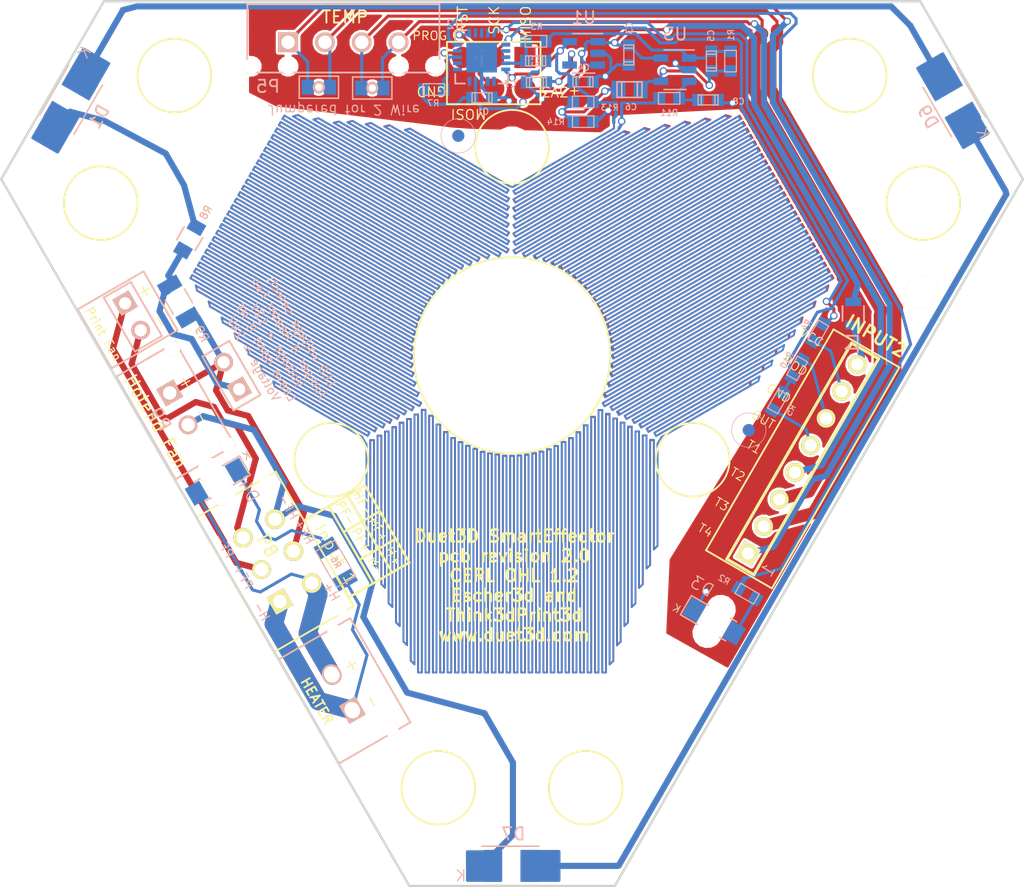
<source format=kicad_pcb>
(kicad_pcb (version 20171130) (host pcbnew "(5.0.0)")
  (title_block (title SmartEffector) (date 2018-10-30) (rev v2.0) (company "Think3dPrint3d and Escher3D"))
  (layers (0 F.Cu jumper) (31 B.Cu signal hide) (34 B.Paste user) (36 B.SilkS user) (37 F.SilkS user) (38 B.Mask user) (39 F.Mask user hide) (44 Edge.Cuts user))
  (net 0 "")
  (net 1 +3V3)
  (net 2 "Net-(D3-Pad2)")
  (net 3 "Net-(D4-Pad1)")
  (net 4 RST)
  (net 5 MOSI)
  (net 6 Therm1)
  (net 7 Therm2)
  (net 8 Therm3)
  (net 9 Therm4)
  (net 10 "Net-(L1-Pad1)")
  (net 11 MISO)
  (net 12 SCK)
  (net 13 "Net-(P3-Pad5)")
  (net 14 "Net-(P3-Pad7)")
  (net 15 "Net-(D1-Pad1)")
  (net 16 "Net-(D1-Pad2)")
  (net 17 "Net-(D7-Pad2)")
  (net 18 H_Fan_+)
  (net 19 H_Fan_-)
  (net 20 P_Fan_-)
  (net 21 P_Fan_+)
  (net 22 Heater+)
  (net 23 "Net-(JP3-Pad1)")
  (net 24 Heater-)
  (net 25 "Net-(C5-Pad1)")
  (net 26 "Net-(C5-Pad2)")
  (net 27 "Net-(C6-Pad2)")
  (net 28 "Net-(C7-Pad2)")
  (net 29 "Net-(C8-Pad1)")
  (net 30 ADC1)
  (net 31 "Net-(U2-Pad2)")
  (net 32 "Net-(U2-Pad6)")
  (net 33 "Net-(U2-Pad7)")
  (net 34 "Net-(U2-Pad10)")
  (net 35 "Net-(U2-Pad12)")
  (net 36 "Net-(U2-Pad14)")
  (net 37 "Net-(U2-Pad17)")
  (net 38 "Net-(U2-Pad18)")
  (net 39 "Net-(U2-Pad19)")
  (net 40 "Net-(U2-Pad11)")
  (net 41 "Net-(R2-Pad2)")
  (net 42 ADC0)
  (net 43 "Net-(U2-Pad3)")
  (net 44 T)
  (net 45 B)
  (net 46 GND)
  (net 47 /TB-R11)
  (module complib:QFN-20-1EP_4x4mm_Pitch0.5mm (layer B.Cu) (at -64.363581 -146.977084 180)
    (fp_text reference U2 (at 2.17 2.66 180) (layer B.SilkS) (effects (font (size 0.7 0.7) (thickness 0.1)) (justify mirror)))
    (fp_text value ATtiny44A-MMH-PAD hide)
    (pad 1 smd rect (at -1.965 1 180) (size 0.73 0.3) (layers B.Cu B.Paste B.Mask) (net 12 SCK))
    (pad 2 smd rect (at -1.965 0.5 180) (size 0.73 0.3) (layers B.Cu B.Paste B.Mask) (net 31 "Net-(U2-Pad2)"))
    (pad 3 smd rect (at -1.965 0 180) (size 0.73 0.3) (layers B.Cu B.Paste B.Mask) (net 43 "Net-(U2-Pad3)"))
    (pad 4 smd rect (at -1.965 -0.5 180) (size 0.73 0.3) (layers B.Cu B.Paste B.Mask) (net 30 ADC1))
    (pad 5 smd rect (at -1.965 -1 180) (size 0.73 0.3) (layers B.Cu B.Paste B.Mask) (net 42 ADC0))
    (pad 6 smd rect (at -1 -1.965 90) (size 0.73 0.3) (layers B.Cu B.Paste B.Mask) (net 32 "Net-(U2-Pad6)"))
    (pad 7 smd rect (at -0.5 -1.965 90) (size 0.73 0.3) (layers B.Cu B.Paste B.Mask) (net 33 "Net-(U2-Pad7)"))
    (pad 8 smd rect (at 0 -1.965 90) (size 0.73 0.3) (layers B.Cu B.Paste B.Mask) (net 46 GND))
    (pad 9 smd rect (at 0.5 -1.965 90) (size 0.73 0.3) (layers B.Cu B.Paste B.Mask) (net 1 +3V3))
    (pad 10 smd rect (at 1 -1.965 90) (size 0.73 0.3) (layers B.Cu B.Paste B.Mask) (net 34 "Net-(U2-Pad10)"))
    (pad 11 smd rect (at 1.965 -1 180) (size 0.73 0.3) (layers B.Cu B.Paste B.Mask) (net 40 "Net-(U2-Pad11)"))
    (pad 12 smd rect (at 1.965 -0.5 180) (size 0.73 0.3) (layers B.Cu B.Paste B.Mask) (net 35 "Net-(U2-Pad12)"))
    (pad 13 smd rect (at 1.965 0 180) (size 0.73 0.3) (layers B.Cu B.Paste B.Mask) (net 4 RST))
    (pad 14 smd rect (at 1.965 0.5 180) (size 0.73 0.3) (layers B.Cu B.Paste B.Mask) (net 36 "Net-(U2-Pad14)"))
    (pad 15 smd rect (at 1.965 1 180) (size 0.73 0.3) (layers B.Cu B.Paste B.Mask) (net 41 "Net-(R2-Pad2)"))
    (pad 16 smd rect (at 1 1.965 90) (size 0.73 0.3) (layers B.Cu B.Paste B.Mask) (net 5 MOSI))
    (pad 17 smd rect (at 0.5 1.965 90) (size 0.73 0.3) (layers B.Cu B.Paste B.Mask) (net 37 "Net-(U2-Pad17)"))
    (pad 18 smd rect (at 0 1.965 90) (size 0.73 0.3) (layers B.Cu B.Paste B.Mask) (net 38 "Net-(U2-Pad18)"))
    (pad 19 smd rect (at -0.5 1.965 90) (size 0.73 0.3) (layers B.Cu B.Paste B.Mask) (net 39 "Net-(U2-Pad19)"))
    (pad 20 smd rect (at -1 1.965 90) (size 0.73 0.3) (layers B.Cu B.Paste B.Mask) (net 11 MISO))
    (pad 21 smd rect (at 0.625 -0.625 180) (size 1.25 1.25) (layers B.Cu B.Paste B.Mask) (net 46 GND))
    (pad 21 smd rect (at 0.625 0.625 180) (size 1.25 1.25) (layers B.Cu B.Paste B.Mask) (net 46 GND))
    (pad 21 smd rect (at -0.625 -0.625 180) (size 1.25 1.25) (layers B.Cu B.Paste B.Mask) (net 46 GND))
    (pad 21 smd rect (at -0.625 0.625 180) (size 1.25 1.25) (layers B.Cu B.Paste B.Mask) (net 46 GND))
  )
  (module Resistor_SMD:R_1206_3216Metric (layer B.Cu) (at -89.024622 -127.0685 120)
    (fp_text reference R9 (at -3.230127 0.295053 120) (layer B.SilkS) (effects (font (size 0.7 0.7) (thickness 0.1)) (justify mirror)))
    (fp_text value 604R_0.33W+ hide)
    (pad 1 smd rect (at -1.505 0 120) (size 1.07 1.8) (layers B.Cu B.Paste B.Mask) (net 18 H_Fan_+))
    (pad 2 smd rect (at 1.505 0 120) (size 1.07 1.8) (layers B.Cu B.Paste B.Mask) (net 23 "Net-(JP3-Pad1)"))
  )
  (module NetTie:NetTie-2_SMD_Pad0.25mm (layer F.Cu) (at -53.601384 -141.879651 90)
    (fp_text reference NT4 hide)
    (fp_text value NetTie-Top-GND hide)
    (fp_poly (pts (xy -0.25 -0.125) (xy 0.25 -0.125) (xy 0.25 0.125) (xy -0.25 0.125)) (layer F.Cu) (width 0))
    (pad 2 smd circle (at 0.25 0 90) (size 0.25 0.25) (layers F.Cu) (net 46 GND))
    (pad 1 smd circle (at -0.25 0 90) (size 0.25 0.25) (layers F.Cu) (net 44 T))
  )
  (module NetTie:NetTie-2_SMD_Pad0.25mm (layer F.Cu) (at -53.051383 -141.37965 240)
    (fp_text reference NT3 hide)
    (fp_text value NetTie-Top-Amp hide)
    (fp_poly (pts (xy -0.25 -0.125) (xy 0.25 -0.125) (xy 0.25 0.125) (xy -0.25 0.125)) (layer F.Cu) (width 0))
    (pad 1 smd circle (at -0.25 0 240) (size 0.25 0.25) (layers F.Cu) (net 47 /TB-R11))
    (pad 2 smd circle (at 0.25 0 240) (size 0.25 0.25) (layers F.Cu) (net 44 T))
  )
  (module NetTie:NetTie-2_SMD_Pad0.25mm (layer B.Cu) (at -53.051383 -141.37965 60)
    (fp_text reference NT2 hide)
    (fp_text value NetTie-Bottom-Amp hide)
    (fp_poly (pts (xy -0.25 0.125) (xy 0.25 0.125) (xy 0.25 -0.125) (xy -0.25 -0.125)) (layer B.Cu) (width 0))
    (pad 2 smd circle (at 0.25 0 60) (size 0.25 0.25) (layers B.Cu) (net 47 /TB-R11))
    (pad 1 smd circle (at -0.25 0 60) (size 0.25 0.25) (layers B.Cu) (net 45 B))
  )
  (module NetTie:NetTie-2_SMD_Pad0.25mm (layer B.Cu) (at -56.101384 -144.149651 330)
    (fp_text reference NT1 hide)
    (fp_text value NetTie-ADC0-Bottom hide)
    (fp_poly (pts (xy -0.25 0.125) (xy 0.25 0.125) (xy 0.25 -0.125) (xy -0.25 -0.125)) (layer B.Cu) (width 0))
    (pad 1 smd circle (at -0.25 0 330) (size 0.25 0.25) (layers B.Cu) (net 42 ADC0))
    (pad 2 smd circle (at 0.25 0 330) (size 0.25 0.25) (layers B.Cu) (net 45 B))
  )
  (module complib:Microfit_01x02or04_43650-0227 (layer B.Cu) (at -75.626525 -148.189458 180)
    (fp_text reference P5 (at 6.147057 -3.602374 180) (layer B.SilkS) (effects (justify mirror)))
    (fp_text value TEMP (at -0.143589 2.055223 180) (layer F.SilkS))
    (pad 1 thru_hole rect (at 4.5 0 180) (size 1.6 1.6) (drill 1.1) (layers *.Cu *.Mask B.SilkS) (net 9 Therm4))
    (pad 4 thru_hole circle (at -4.5 0 180) (size 1.6 1.6) (drill 1.1) (layers *.Cu *.Mask B.SilkS) (net 6 Therm1))
    (pad "" np_thru_hole circle (at -7.5 -1.96 180) (size 1.27 1.27) (drill 1.27) (layers *.Cu *.Mask B.SilkS))
    (pad "" np_thru_hole circle (at 7.5 -1.96 180) (size 1.27 1.27) (drill 1.27) (layers *.Cu *.Mask B.SilkS))
    (pad "" np_thru_hole circle (at 4.5 -1.96 180) (size 1.27 1.27) (drill 1.27) (layers *.Cu *.Mask B.SilkS))
    (pad 2 thru_hole circle (at 1.5 0 180) (size 1.6 1.6) (drill 1.1) (layers *.Cu *.Mask B.SilkS) (net 8 Therm3))
    (pad 3 thru_hole circle (at -1.5 0 180) (size 1.6 1.6) (drill 1.1) (layers *.Cu *.Mask B.SilkS) (net 7 Therm2))
    (pad "" np_thru_hole circle (at -4.5 -1.96 180) (size 1.27 1.27) (drill 1.27) (layers *.Cu *.Mask B.SilkS))
  )
  (module complib:PIN_ARRAY_8x1 (layer F.Cu) (at -38.209162 -114.250706 60)
    (fp_text reference P3 hide)
    (fp_text value INPUT2 (at 11.630251 0.169471 330) (layer F.SilkS) (effects (font (size 1.016 1.016) (thickness 0.2032))))
    (pad 1 thru_hole rect (at -8.89 0 60) (size 1.524 1.524) (drill 1) (layers *.Cu *.Mask F.SilkS) (net 9 Therm4))
    (pad 2 thru_hole circle (at -6.35 0 60) (size 1.524 1.524) (drill 1) (layers *.Cu *.Mask F.SilkS) (net 8 Therm3))
    (pad 3 thru_hole circle (at -3.81 0 60) (size 1.524 1.524) (drill 1) (layers *.Cu *.Mask F.SilkS) (net 7 Therm2))
    (pad 4 thru_hole circle (at -1.27 0 60) (size 1.524 1.524) (drill 1) (layers *.Cu *.Mask F.SilkS) (net 6 Therm1))
    (pad 5 thru_hole circle (at 1.27 0 60) (size 1.524 1.524) (drill 1) (layers *.Cu *.Mask F.SilkS) (net 13 "Net-(P3-Pad5)"))
    (pad 6 thru_hole circle (at 3.81 0 60) (size 1.524 1.524) (drill 1) (layers *.Cu *.Mask F.SilkS) (net 46 GND))
    (pad 7 thru_hole circle (at 6.35 0 60) (size 1.524 1.524) (drill 1) (layers *.Cu *.Mask F.SilkS) (net 14 "Net-(P3-Pad7)"))
    (pad 8 thru_hole circle (at 8.89 0 60) (size 1.524 1.524) (drill 1) (layers *.Cu *.Mask F.SilkS) (net 10 "Net-(L1-Pad1)"))
  )
  (module complib:R_0603 (layer B.Cu) (at -38.660422 -121.622698 240)
    (fp_text reference R10 (at -0.1524 1.0541 240) (layer B.SilkS) (effects (font (size 0.5 0.5) (thickness 0.09)) (justify mirror)))
    (fp_text value 330K hide)
    (pad 1 smd rect (at -0.8001 0 240) (size 0.94996 1.00076) (layers B.Cu B.Paste B.Mask) (net 46 GND))
    (pad 2 smd rect (at 0.8001 0 240) (size 0.94996 1.00076) (layers B.Cu B.Paste B.Mask) (net 11 MISO))
  )
  (module complib:Microfit_01x02_43650-0227 (layer B.Cu) (at -89.023258 -118.320858 300)
    (fp_text reference P9 (at -0.027272 1.73454 300) (layer B.SilkS) (effects (justify mirror)))
    (fp_text value "Hotend Fan" (at -0.050338 2.165086 300) (layer F.SilkS))
    (pad "" np_thru_hole circle (at 4.5 -1.96 300) (size 1.27 1.27) (drill 1.27) (layers *.Cu *.Mask B.SilkS))
    (pad 2 thru_hole circle (at 1.5 0 300) (size 1.524 1.524) (drill 1.1) (layers *.Cu *.Mask B.SilkS) (net 19 H_Fan_-))
    (pad 1 thru_hole rect (at -1.5 0 300) (size 1.6 1.6) (drill 1.1) (layers *.Cu *.Mask B.SilkS) (net 18 H_Fan_+))
    (pad "" np_thru_hole circle (at -4.5 -1.96 300) (size 1.27 1.27) (drill 1.27) (layers *.Cu *.Mask B.SilkS))
  )
  (module complib:Microfit_02x03 (layer F.Cu) (at -80.996628 -105.981756 120)
    (fp_text reference P8 (at 1.45 -0.102809 120) (layer F.SilkS))
    (fp_text value "Input 1" (at -1.934906 4.369262 120) (layer F.SilkS) (effects (font (size 0.9 1) (thickness 0.1))))
    (pad "" np_thru_hole circle (at 6 2.44 120) (size 1.1 1.1) (drill 1.1) (layers *.Cu *.Mask F.SilkS))
    (pad "" np_thru_hole circle (at -6 2.44 120) (size 1.1 1.1) (drill 1.1) (layers *.Cu *.Mask F.SilkS))
    (pad 6 thru_hole circle (at 3 1.5 120) (size 1.6 1.6) (drill 1.1) (layers *.Cu *.Mask F.SilkS) (net 19 H_Fan_-))
    (pad 2 thru_hole circle (at 0 -1.5 120) (size 1.524 1.524) (drill 1.1) (layers *.Cu *.Mask F.SilkS) (net 21 P_Fan_+))
    (pad 3 thru_hole circle (at 3 -1.5 120) (size 1.6 1.6) (drill 1.1) (layers *.Cu *.Mask F.SilkS) (net 20 P_Fan_-))
    (pad 4 thru_hole circle (at -3 1.5 120) (size 1.6 1.6) (drill 1.1) (layers *.Cu *.Mask F.SilkS) (net 22 Heater+))
    (pad 5 thru_hole circle (at 0 1.5 120) (size 1.6 1.6) (drill 1.1) (layers *.Cu *.Mask F.SilkS) (net 18 H_Fan_+))
    (pad 1 thru_hole rect (at -3 -1.5 120) (size 1.6 1.6) (drill 1.1) (layers *.Cu *.Mask F.SilkS) (net 24 Heater-))
  )
  (module complib:Fiducial_1mm_Dia_2.54mm_Outer_CopperTop (layer B.Cu) (at -66.266521 -140.569458)
    (fp_text reference M1 hide)
    (fp_text value FID hide)
    (pad ~ smd circle (at 0 0) (size 1 1) (layers B.Cu B.Mask) (clearance 0.77))
  )
  (module complib:Fiducial_1mm_Dia_2.54mm_Outer_CopperTop (layer B.Cu) (at -42.603263 -116.595861)
    (fp_text reference M2 hide)
    (fp_text value FID hide)
    (pad ~ smd circle (at 0 0) (size 1 1) (layers B.Cu B.Mask) (clearance 0.77))
  )
  (module complib:R_1206 (layer B.Cu) (at -76.250941 -105.696364 300)
    (fp_text reference R6 (at -0.096578 -0.082261 300) (layer B.SilkS) (effects (font (size 0.5 0.5) (thickness 0.09906)) (justify mirror)))
    (fp_text value 1K5_0.5W+ hide)
    (pad 1 smd rect (at -1.50114 0 300) (size 1.15062 1.80086) (layers B.Cu B.Paste B.Mask) (net 3 "Net-(D4-Pad1)"))
    (pad 2 smd rect (at 1.50114 0 300) (size 1.15062 1.80086) (layers B.Cu B.Paste B.Mask) (net 24 Heater-))
  )
  (module complib:Minifit3.0+screwterm3.5MM_2X1 (layer B.Cu) (at -75.736377 -95.234424 120)
    (fp_text reference P4 hide)
    (fp_text value HEATER (at 0.410146 -2.115409 120) (layer F.SilkS) (effects (font (size 0.762 0.762) (thickness 0.1524))))
    (pad 1 thru_hole rect (at -1.675 0 120) (size 1.7 1.524) (drill oval 1.35 1.2) (layers *.Cu *.Mask B.SilkS) (net 24 Heater-))
    (pad 2 thru_hole oval (at 1.675 0 120) (size 1.7 1.524) (drill oval 1.35 1.19888) (layers *.Cu *.Mask B.SilkS) (net 22 Heater+))
    (pad "" np_thru_hole circle (at 4.5 1.96 120) (size 1.3 1.3) (drill 1.3) (layers *.Cu *.Mask B.SilkS))
    (pad "" np_thru_hole circle (at -4.5 1.96 120) (size 1.3 1.3) (drill 1.3) (layers *.Cu *.Mask B.SilkS))
  )
  (module complib:Ziptie_small (layer F.Cu) (at -28.512523 -127.816722)
    (fp_text reference M13 hide)
    (fp_text value Ziptie hide)
    (pad "" np_thru_hole circle (at 0 0) (size 2.7 2.7) (drill 2.7) (layers *.Cu *.Mask F.SilkS))
  )
  (module complib:R_0805_extended_pads (layer B.Cu) (at -88.14597 -132.190374 60)
    (fp_text reference R8 (at 2.508433 0.081628 60) (layer B.SilkS) (effects (font (size 0.6 0.6) (thickness 0.1)) (justify mirror)))
    (fp_text value 140R_0.33W+ hide)
    (pad 1 smd rect (at -1.1 0 60) (size 1 1.3) (layers B.Cu B.Paste B.Mask) (net 23 "Net-(JP3-Pad1)"))
    (pad 2 smd rect (at 1.1 0 60) (size 1 1.3) (layers B.Cu B.Paste B.Mask) (net 16 "Net-(D1-Pad2)"))
  )
  (module complib:JUMPER (layer B.Cu) (at -84.74703 -121.024617 120)
    (fp_text reference JP3 hide)
    (fp_text value "Jumper for 12V input" hide)
    (pad 1 thru_hole rect (at -1.27 0 120) (size 1.524 1.524) (drill 1) (layers *.Cu *.Mask B.SilkS) (net 23 "Net-(JP3-Pad1)"))
    (pad 2 thru_hole circle (at 1.27 0 120) (size 1.524 1.524) (drill 1) (layers *.Cu *.Mask B.SilkS) (net 18 H_Fan_+))
  )
  (module complib:C_0603 (layer B.Cu) (at -64.333581 -143.667085 180)
    (fp_text reference C1 (at -0.08218 -1.1204 180) (layer B.SilkS) (effects (font (size 0.5 0.5) (thickness 0.09)) (justify mirror)))
    (fp_text value 100n hide)
    (pad 1 smd rect (at 0.8001 0 180) (size 0.94996 1.00076) (layers B.Cu B.Paste B.Mask) (net 1 +3V3))
    (pad 2 smd rect (at -0.8001 0 180) (size 0.94996 1.00076) (layers B.Cu B.Paste B.Mask) (net 46 GND))
  )
  (module complib:C_0603 (layer B.Cu) (at -59.96487 -146.668419 180)
    (fp_text reference C2 (at 0.016652 -0.003961 270) (layer B.SilkS) (effects (font (size 0.5 0.5) (thickness 0.09)) (justify mirror)))
    (fp_text value 10n hide)
    (pad 1 smd rect (at 0.8001 0 180) (size 0.94996 1.00076) (layers B.Cu B.Paste B.Mask) (net 30 ADC1))
    (pad 2 smd rect (at -0.8001 0 180) (size 0.94996 1.00076) (layers B.Cu B.Paste B.Mask) (net 46 GND))
  )
  (module complib:C_0603 (layer B.Cu) (at -52.368934 -147.152653 90)
    (fp_text reference C3 (at 2.175 0.05 90) (layer B.SilkS) (effects (font (size 0.5 0.5) (thickness 0.09)) (justify mirror)))
    (fp_text value 1u hide)
    (pad 1 smd rect (at 0.8001 0 90) (size 0.94996 1.00076) (layers B.Cu B.Paste B.Mask) (net 1 +3V3))
    (pad 2 smd rect (at -0.8001 0 90) (size 0.94996 1.00076) (layers B.Cu B.Paste B.Mask) (net 46 GND))
  )
  (module complib:C_0603 (layer B.Cu) (at -45.646524 -146.659462 90)
    (fp_text reference C5 (at 2.061805 -0.032587 270) (layer B.SilkS) (effects (font (size 0.5 0.5) (thickness 0.09)) (justify mirror)))
    (fp_text value 47p hide)
    (pad 1 smd rect (at 0.8001 0 90) (size 0.94996 1.00076) (layers B.Cu B.Paste B.Mask) (net 25 "Net-(C5-Pad1)"))
    (pad 2 smd rect (at -0.8001 0 90) (size 0.94996 1.00076) (layers B.Cu B.Paste B.Mask) (net 26 "Net-(C5-Pad2)"))
  )
  (module complib:C_0805 (layer B.Cu) (at -52.316523 -144.329463)
    (fp_text reference C6 (at 0.114347 1.411925 180) (layer B.SilkS) (effects (font (size 0.5 0.5) (thickness 0.09)) (justify mirror)))
    (fp_text value 22u<20% hide)
    (pad 1 smd rect (at 0.89916 0) (size 1.15062 1.45034) (layers B.Cu B.Paste B.Mask) (net 26 "Net-(C5-Pad2)"))
    (pad 2 smd rect (at -0.89916 0) (size 1.15062 1.45034) (layers B.Cu B.Paste B.Mask) (net 27 "Net-(C6-Pad2)"))
  )
  (module complib:R_0603 (layer B.Cu) (at -44.086524 -146.649459 90)
    (fp_text reference R1 (at 2.121805 0.037413 90) (layer B.SilkS) (effects (font (size 0.5 0.5) (thickness 0.09)) (justify mirror)))
    (fp_text value 10M hide)
    (pad 1 smd rect (at -0.8001 0 90) (size 0.94996 1.00076) (layers B.Cu B.Paste B.Mask) (net 26 "Net-(C5-Pad2)"))
    (pad 2 smd rect (at 0.8001 0 90) (size 0.94996 1.00076) (layers B.Cu B.Paste B.Mask) (net 25 "Net-(C5-Pad1)"))
  )
  (module complib:R_0603 (layer B.Cu) (at -42.736522 -103.269461 150)
    (fp_text reference R2 (at 2.194393 0.046682 150) (layer B.SilkS) (effects (font (size 0.5 0.5) (thickness 0.09)) (justify mirror)))
    (fp_text value 150R hide)
    (pad 1 smd rect (at -0.8001 0 150) (size 0.94996 1.00076) (layers B.Cu B.Paste B.Mask) (net 2 "Net-(D3-Pad2)"))
    (pad 2 smd rect (at 0.8001 0 150) (size 0.94996 1.00076) (layers B.Cu B.Paste B.Mask) (net 41 "Net-(R2-Pad2)"))
  )
  (module complib:R_0603 (layer B.Cu) (at -59.93987 -148.268423 180)
    (fp_text reference R3 (at -0.059348 1.193075 180) (layer B.SilkS) (effects (font (size 0.5 0.5) (thickness 0.09)) (justify mirror)))
    (fp_text value 5K1 hide)
    (pad 1 smd rect (at -0.8001 0 180) (size 0.94996 1.00076) (layers B.Cu B.Paste B.Mask) (net 25 "Net-(C5-Pad1)"))
    (pad 2 smd rect (at 0.8001 0 180) (size 0.94996 1.00076) (layers B.Cu B.Paste B.Mask) (net 30 ADC1))
  )
  (module complib:R_0603 (layer B.Cu) (at -36.939254 -124.545372 60)
    (fp_text reference R4 (at 0.037408 -1.118815 60) (layer B.SilkS) (effects (font (size 0.5 0.5) (thickness 0.09)) (justify mirror)))
    (fp_text value 5K1 hide)
    (pad 1 smd rect (at -0.8001 0 60) (size 0.94996 1.00076) (layers B.Cu B.Paste B.Mask) (net 14 "Net-(P3-Pad7)"))
    (pad 2 smd rect (at 0.8001 0 60) (size 0.94996 1.00076) (layers B.Cu B.Paste B.Mask) (net 12 SCK))
  )
  (module complib:R_0603 (layer B.Cu) (at -40.230424 -118.922697 60)
    (fp_text reference R5 (at -0.089827 1.253025 60) (layer B.SilkS) (effects (font (size 0.5 0.5) (thickness 0.09)) (justify mirror)))
    (fp_text value 1K0 hide)
    (pad 1 smd rect (at -0.8001 0 60) (size 0.94996 1.00076) (layers B.Cu B.Paste B.Mask) (net 13 "Net-(P3-Pad5)"))
    (pad 2 smd rect (at 0.8001 0 60) (size 0.94996 1.00076) (layers B.Cu B.Paste B.Mask) (net 11 MISO))
  )
  (module complib:R_0603 (layer B.Cu) (at -68.26358 -144.337083 180)
    (fp_text reference R7 (at 0.04 -1.11 180) (layer B.SilkS) (effects (font (size 0.5 0.5) (thickness 0.09)) (justify mirror)))
    (fp_text value 5K1 hide)
    (pad 1 smd rect (at -0.8001 0 180) (size 0.94996 1.00076) (layers B.Cu B.Paste B.Mask) (net 4 RST))
    (pad 2 smd rect (at 0.8001 0 180) (size 0.94996 1.00076) (layers B.Cu B.Paste B.Mask) (net 1 +3V3))
  )
  (module complib:R_0603 (layer B.Cu) (at -49.086523 -143.619458)
    (fp_text reference R11 (at 0 1.18) (layer B.SilkS) (effects (font (size 0.5 0.5) (thickness 0.09)) (justify mirror)))
    (fp_text value 5K1 hide)
    (pad 1 smd rect (at -0.8001 0) (size 0.94996 1.00076) (layers B.Cu B.Paste B.Mask) (net 47 /TB-R11))
    (pad 2 smd rect (at 0.8001 0) (size 0.94996 1.00076) (layers B.Cu B.Paste B.Mask) (net 29 "Net-(C8-Pad1)"))
  )
  (module complib:R_0603 (layer B.Cu) (at -56.101521 -143.324461 180)
    (fp_text reference R13 (at -2.177942 -0.457377 180) (layer B.SilkS) (effects (font (size 0.5 0.5) (thickness 0.09)) (justify mirror)))
    (fp_text value 10K_1% hide)
    (pad 1 smd rect (at -0.8001 0 180) (size 0.94996 1.00076) (layers B.Cu B.Paste B.Mask) (net 45 B))
    (pad 2 smd rect (at 0.8001 0 180) (size 0.94996 1.00076) (layers B.Cu B.Paste B.Mask) (net 27 "Net-(C6-Pad2)"))
  )
  (module complib:R_0603 (layer B.Cu) (at -56.09152 -141.724458)
    (fp_text reference R14 (at -2.23 0.01 180) (layer B.SilkS) (effects (font (size 0.5 0.5) (thickness 0.09)) (justify mirror)))
    (fp_text value 10K_1% hide)
    (pad 1 smd rect (at -0.8001 0) (size 0.94996 1.00076) (layers B.Cu B.Paste B.Mask) (net 27 "Net-(C6-Pad2)"))
    (pad 2 smd rect (at 0.8001 0) (size 0.94996 1.00076) (layers B.Cu B.Paste B.Mask) (net 46 GND))
  )
  (module complib:C_0603 (layer B.Cu) (at -56.108935 -144.962654)
    (fp_text reference C4 (at 0.055817 -1.167807) (layer B.SilkS) (effects (font (size 0.5 0.5) (thickness 0.09)) (justify mirror)))
    (fp_text value 1u hide)
    (pad 1 smd rect (at 0.8001 0) (size 0.94996 1.00076) (layers B.Cu B.Paste B.Mask) (net 46 GND))
    (pad 2 smd rect (at -0.8001 0) (size 0.94996 1.00076) (layers B.Cu B.Paste B.Mask) (net 42 ADC0))
  )
  (module complib:C_0603 (layer B.Cu) (at -59.898939 -144.91265 180)
    (fp_text reference C7 (at 2.127587 -0.123195 180) (layer B.SilkS) (effects (font (size 0.5 0.5) (thickness 0.09)) (justify mirror)))
    (fp_text value 10n hide)
    (pad 1 smd rect (at 0.8001 0 180) (size 0.94996 1.00076) (layers B.Cu B.Paste B.Mask) (net 46 GND))
    (pad 2 smd rect (at -0.8001 0 180) (size 0.94996 1.00076) (layers B.Cu B.Paste B.Mask) (net 28 "Net-(C7-Pad2)"))
  )
  (module complib:C_0603 (layer B.Cu) (at -45.916526 -143.489458 180)
    (fp_text reference C8 (at -2.488073 -0.124345 180) (layer B.SilkS) (effects (font (size 0.5 0.5) (thickness 0.09)) (justify mirror)))
    (fp_text value 10n hide)
    (pad 1 smd rect (at 0.8001 0 180) (size 0.94996 1.00076) (layers B.Cu B.Paste B.Mask) (net 29 "Net-(C8-Pad1)"))
    (pad 2 smd rect (at -0.8001 0 180) (size 0.94996 1.00076) (layers B.Cu B.Paste B.Mask) (net 46 GND))
  )
  (module complib:SOT-23-5L (layer B.Cu) (at -56.048934 -147.282652 180)
    (fp_text reference U1 (at 0 2.9 180) (layer B.SilkS) (effects (justify mirror)))
    (fp_text value LDK130M10 hide)
    (pad 1 smd rect (at -1.15 0.95 180) (size 1.2 0.6) (layers B.Cu B.Paste B.Mask) (net 1 +3V3))
    (pad 2 smd rect (at -1.15 0 180) (size 1.2 0.6) (layers B.Cu B.Paste B.Mask) (net 46 GND))
    (pad 3 smd rect (at -1.15 -0.95 180) (size 1.2 0.6) (layers B.Cu B.Paste B.Mask) (net 1 +3V3))
    (pad 4 smd rect (at 1.15 -0.95 180) (size 1.2 0.6) (layers B.Cu B.Paste B.Mask) (net 28 "Net-(C7-Pad2)"))
    (pad 5 smd rect (at 1.15 0.95 180) (size 1.2 0.6) (layers B.Cu B.Paste B.Mask) (net 42 ADC0))
  )
  (module complib:SOT-23-5L (layer B.Cu) (at -48.606524 -145.949461 180)
    (fp_text reference U3 (at 0 2.9 180) (layer B.SilkS) (effects (justify mirror)))
    (fp_text value MCP6286T-E/OT hide)
    (pad 1 smd rect (at -1.15 0.95 180) (size 1.2 0.6) (layers B.Cu B.Paste B.Mask) (net 25 "Net-(C5-Pad1)"))
    (pad 2 smd rect (at -1.15 0 180) (size 1.2 0.6) (layers B.Cu B.Paste B.Mask) (net 46 GND))
    (pad 3 smd rect (at -1.15 -0.95 180) (size 1.2 0.6) (layers B.Cu B.Paste B.Mask) (net 29 "Net-(C8-Pad1)"))
    (pad 4 smd rect (at 1.15 -0.95 180) (size 1.2 0.6) (layers B.Cu B.Paste B.Mask) (net 26 "Net-(C5-Pad2)"))
    (pad 5 smd rect (at 1.15 0.95 180) (size 1.2 0.6) (layers B.Cu B.Paste B.Mask) (net 1 +3V3))
  )
  (module complib:LED_1206_bottom_entry_v2 (layer B.Cu) (at -45.426523 -101.009454 330)
    (fp_text reference D3 (at -2.273116 -1.983486 330) (layer B.SilkS) (effects (font (thickness 0.1)) (justify mirror)))
    (fp_text value Comms hide)
    (fp_text user K (at -3.170001 0.62 330) (layer B.SilkS) (effects (font (size 0.6 0.6) (thickness 0.1)) (justify mirror)))
    (pad 2 smd rect (at 1.875 0 150) (size 1.35 1.6) (layers B.Cu B.Paste B.Mask) (net 2 "Net-(D3-Pad2)"))
    (pad 1 smd rect (at -1.875 0 150) (size 1.35 1.6) (layers B.Cu B.Paste B.Mask) (net 46 GND))
    (pad "" np_thru_hole oval (at 0 0 330) (size 2 4.2) (drill oval 2 4.2) (layers *.Cu *.Mask B.SilkS) (clearance 0.15))
  )
  (module complib:LED_PLCC-2 (layer B.Cu) (at -97.836333 -143.428957 240)
    (fp_text reference D1 (at -0.025085 -2.63921 240) (layer B.SilkS) (effects (justify mirror)))
    (fp_text value Comms hide)
    (fp_text user K (at -3.957066 0.991181 240) (layer B.SilkS) (effects (font (size 0.9 0.9) (thickness 0.1)) (justify mirror)))
    (pad 1 smd rect (at -1.5 0 240) (size 1.5 2.6) (layers B.Cu B.Paste B.Mask) (net 15 "Net-(D1-Pad1)"))
    (pad 2 smd rect (at 1.5 0 240) (size 1.5 2.6) (layers B.Cu B.Paste B.Mask) (net 16 "Net-(D1-Pad2)"))
  )
  (module complib:LED_1206_bottom_entry_v2 (layer B.Cu) (at -85.94437 -112.385875 210)
    (fp_text reference D4 (at -1.91 -1.94 300) (layer B.SilkS) (effects (font (thickness 0.1)) (justify mirror)))
    (fp_text value Heat hide)
    (fp_text user K (at -3.170001 0.62 210) (layer B.SilkS) (effects (font (size 0.6 0.6) (thickness 0.1)) (justify mirror)))
    (pad 2 smd rect (at 1.875 0 30) (size 1.35 1.6) (layers B.Cu B.Paste B.Mask) (net 22 Heater+))
    (pad 1 smd rect (at -1.875 0 30) (size 1.35 1.6) (layers B.Cu B.Paste B.Mask) (net 3 "Net-(D4-Pad1)"))
    (pad "" np_thru_hole oval (at 0 0 210) (size 2 4.2) (drill oval 2 4.2) (layers *.Cu *.Mask B.SilkS) (clearance 0.15))
  )
  (module complib:LED_PLCC-2 (layer B.Cu) (at -61.953271 -81.098758)
    (fp_text reference D7 (at 0.172429 -2.602924) (layer B.SilkS) (effects (justify mirror)))
    (fp_text value Comms hide)
    (fp_text user K (at -4.102768 0.812217) (layer B.SilkS) (effects (font (size 0.9 0.9) (thickness 0.1)) (justify mirror)))
    (pad 1 smd rect (at -1.5 0) (size 1.5 2.6) (layers B.Cu B.Paste B.Mask) (net 19 H_Fan_-))
    (pad 2 smd rect (at 1.5 0) (size 1.5 2.6) (layers B.Cu B.Paste B.Mask) (net 17 "Net-(D7-Pad2)"))
  )
  (module complib:LED_PLCC-2 (layer B.Cu) (at -25.898924 -143.369726 120)
    (fp_text reference D9 (at -0.033079 -2.458671 120) (layer B.SilkS) (effects (justify mirror)))
    (fp_text value Comms hide)
    (fp_text user K (at -3.41469 0.797969 120) (layer B.SilkS) (effects (font (size 0.9 0.9) (thickness 0.1)) (justify mirror)))
    (pad 1 smd rect (at -1.5 0 120) (size 1.5 2.6) (layers B.Cu B.Paste B.Mask) (net 17 "Net-(D7-Pad2)"))
    (pad 2 smd rect (at 1.5 0 120) (size 1.5 2.6) (layers B.Cu B.Paste B.Mask) (net 15 "Net-(D1-Pad1)"))
  )
  (module complib:12mmHole (layer F.Cu) (at -61.887033 -122.674611)
    (fp_text reference M16 (at 0 0.5) (layer F.SilkS))
    (fp_text value 12mm hide)
    (pad "" np_thru_hole circle (at 0 0) (size 12 12) (drill 12) (layers *.Cu *.Mask F.SilkS))
  )
  (module complib:PIN_ARRAY_2X1 (layer B.Cu) (at -92.772938 -125.826227 300)
    (fp_text reference P7 hide)
    (fp_text value "Print Fan" (at 0.02 2.79 300) (layer F.SilkS) (effects (font (size 0.7 0.7) (thickness 0.1))))
    (pad 1 thru_hole rect (at -1.27 0 300) (size 1.524 1.524) (drill 1) (layers *.Cu *.Mask B.SilkS) (net 21 P_Fan_+))
    (pad 2 thru_hole circle (at 1.27 0 300) (size 1.524 1.524) (drill 1) (layers *.Cu *.Mask B.SilkS) (net 20 P_Fan_-))
  )
  (module complib:SJ_Bridged (layer B.Cu) (at -73.271084 -144.461138 90)
    (fp_text reference JP1 hide)
    (fp_text value "Jumpered for 2 Wire" hide)
    (pad 1 smd rect (at 0 0.9 90) (size 1.2 1) (layers B.Cu B.Mask) (net 6 Therm1))
    (pad 2 smd rect (at 0 -0.9 90) (size 1.2 1) (layers B.Cu B.Mask) (net 7 Therm2))
    (pad 1 thru_hole circle (at 0 0 90) (size 1 1) (drill 0.6) (layers *.Cu *.Mask B.SilkS) (net 6 Therm1))
  )
  (module complib:SJ_Bridged (layer B.Cu) (at -77.621977 -144.525166 90)
    (fp_text reference JP2 hide)
    (fp_text value "Solder Jumper" hide)
    (pad 1 smd rect (at 0 0.9 90) (size 1.2 1) (layers B.Cu B.Mask) (net 8 Therm3))
    (pad 2 smd rect (at 0 -0.9 90) (size 1.2 1) (layers B.Cu B.Mask) (net 9 Therm4))
    (pad 1 thru_hole circle (at 0 0 90) (size 1 1) (drill 0.6) (layers *.Cu *.Mask B.SilkS) (net 8 Therm3))
  )
  (module complib:R_0805 (layer B.Cu) (at -34.093731 -126.096221 90)
    (fp_text reference L1 (at -2.46 -0.09 90) (layer B.SilkS) (effects (justify mirror)))
    (fp_text value 22uH hide)
    (pad 1 smd rect (at -0.95 0 90) (size 0.7 1.3) (layers B.Cu B.Paste B.Mask) (net 10 "Net-(L1-Pad1)"))
    (pad 2 smd rect (at 0.95 0 90) (size 0.7 1.3) (layers B.Cu B.Paste B.Mask) (net 1 +3V3))
  )
  (module complib:MountingHole_2.9mm (layer F.Cu) (at -67.887039 -87.456215)
    (fp_text reference M4 hide)
    (fp_text value M_2.9mm hide)
    (pad "" np_thru_hole circle (at 0 0) (size 2.9 2.9) (drill 2.9) (layers *.Cu *.Mask))
  )
  (module complib:MountingHole_2.9mm (layer F.Cu) (at -34.387001 -145.479967)
    (fp_text reference M8 hide)
    (fp_text value M_2.9mm hide)
    (pad "" np_thru_hole circle (at 0 0) (size 2.9 2.9) (drill 2.9) (layers *.Cu *.Mask))
  )
  (module complib:MountingHole_2.9mm (layer F.Cu) (at -28.387005 -135.087666)
    (fp_text reference M6 hide)
    (fp_text value M_2.9mm hide)
    (pad "" np_thru_hole circle (at 0 0) (size 2.9 2.9) (drill 2.9) (layers *.Cu *.Mask))
  )
  (module complib:MountingHole_2.9mm (layer F.Cu) (at -95.38706 -135.087663)
    (fp_text reference M5 hide)
    (fp_text value M_2.9mm hide)
    (pad "" np_thru_hole circle (at 0 0) (size 2.9 2.9) (drill 2.9) (layers *.Cu *.Mask))
  )
  (module complib:MountingHole_2.9mm (layer F.Cu) (at -55.887032 -87.456217)
    (fp_text reference M3 hide)
    (fp_text value M_2.9mm hide)
    (pad "" np_thru_hole circle (at 0 0) (size 2.9 2.9) (drill 2.9) (layers *.Cu *.Mask))
  )
  (module complib:MountingHole_2.9mm (layer F.Cu) (at -89.387056 -145.479965)
    (fp_text reference M7 hide)
    (fp_text value M_2.9mm hide)
    (pad "" np_thru_hole circle (at 0 0) (size 2.9 2.9) (drill 2.9) (layers *.Cu *.Mask))
  )
  (module complib:MountingHole_2.9mm (layer F.Cu) (at -76.609468 -114.174608 300)
    (fp_text reference M9 hide)
    (fp_text value M_2.9mm hide)
    (pad "" np_thru_hole circle (at 0 0 300) (size 2.9 2.9) (drill 2.9) (layers *.Cu *.Mask))
  )
  (module complib:MountingHole_2.9mm (layer F.Cu) (at -47.164606 -114.174615 300)
    (fp_text reference M10 hide)
    (fp_text value M_2.9mm hide)
    (pad "" np_thru_hole circle (at 0 0 300) (size 2.9 2.9) (drill 2.9) (layers *.Cu *.Mask))
  )
  (module complib:MountingHole_2.9mm (layer F.Cu) (at -61.887035 -139.67461 300)
    (fp_text reference M11 hide)
    (fp_text value M_2.9mm hide)
    (pad "" np_thru_hole circle (at 0 0 300) (size 2.9 2.9) (drill 2.9) (layers *.Cu *.Mask))
  )
  (module complib:Test_Point_2x3 (layer F.Cu) (at -63.376521 -145.679458 270)
    (fp_text reference P2 hide)
    (fp_text value PROG (at -3.038371 5.211213) (layer F.SilkS) (effects (font (size 0.7 0.7) (thickness 0.09))))
    (pad 1 smd rect (at -1.27 -2.54 270) (size 1.7272 1.7272) (layers F.Cu F.Mask) (net 11 MISO))
    (pad 2 smd oval (at 1.27 -2.54 270) (size 1.7272 1.7272) (layers F.Cu F.Mask) (net 1 +3V3))
    (pad 3 smd oval (at -1.27 0 270) (size 1.7272 1.7272) (layers F.Cu F.Mask) (net 12 SCK))
    (pad 4 smd oval (at 1.27 0 270) (size 1.7272 1.7272) (layers F.Cu F.Mask) (net 5 MOSI))
    (pad 5 smd oval (at -1.27 2.54 270) (size 1.7272 1.7272) (layers F.Cu F.Mask) (net 4 RST))
    (pad 6 smd oval (at 1.27 2.54 270) (size 1.7272 1.7272) (layers F.Cu F.Mask) (net 46 GND))
  )
  (gr_text "LED voltage select:\nJumper if Heater Fan\nVoltage = 12V\nLeave open if HF\nVoltage = 24V" (at -81 -123.5 300) (layer B.SilkS) (effects (font (size 0.7 0.7) (thickness 0.1)) (justify mirror)))
  (gr_line (start -95.131383 -151.529651) (end -28.64 -151.53) (layer Edge.Cuts) (width 0.2))
  (gr_text "RST\n\nSCK\n\nMISO" (at -63.337736 -151.227826 90) (layer F.SilkS) (effects (font (size 0.8 0.8) (thickness 0.1)) (justify right)))
  (gr_text GND (at -69.727732 -144.187828 180) (layer F.SilkS) (effects (font (size 0.8 0.8) (thickness 0.1)) (justify right)))
  (gr_text T2 (at -43.511933 -112.975884 -30) (layer F.SilkS) (effects (font (size 0.7 0.7) (thickness 0.08))))
  (gr_text T3 (at -44.822652 -110.545652 -30) (layer F.SilkS) (effects (font (size 0.7 0.7) (thickness 0.08))))
  (gr_text T4 (at -46.141931 -108.420591 -30) (layer F.SilkS) (effects (font (size 0.7 0.7) (thickness 0.08))))
  (gr_text T1 (at -42.177294 -115.207549 -30) (layer F.SilkS) (effects (font (size 0.7 0.7) (thickness 0.08))))
  (gr_text VCC (at -37.492364 -124.142086 -30) (layer F.SilkS) (effects (font (size 0.7 0.7) (thickness 0.08))))
  (gr_text MOD (at -38.877004 -121.823819 -30) (layer F.SilkS) (effects (font (size 0.7 0.7) (thickness 0.08))))
  (gr_text GND (at -40.167008 -119.589472 -30) (layer F.SilkS) (effects (font (size 0.7 0.7) (thickness 0.08))))
  (gr_text OUT (at -41.424325 -117.451727 -30) (layer F.SilkS) (effects (font (size 0.7 0.7) (thickness 0.08))))
  (gr_line (start -75.606707 -108.290481) (end -75.594207 -108.268825) (angle 90) (layer F.SilkS) (width 0.2))
  (gr_line (start -72.683874 -109.977981) (end -75.606707 -108.290481) (angle 90) (layer F.SilkS) (width 0.2))
  (gr_line (start -74.306705 -106.038807) (end -74.31921 -106.06046) (angle 90) (layer F.SilkS) (width 0.2))
  (gr_line (start -71.362224 -107.738808) (end -74.306705 -106.038807) (angle 90) (layer F.SilkS) (width 0.2))
  (gr_line (start -71.657013 -104.999404) (end -71.786914 -104.924408) (angle 90) (layer F.SilkS) (width 0.2))
  (gr_line (start -75.257012 -111.23479) (end -71.657013 -104.999404) (angle 90) (layer F.SilkS) (width 0.2))
  (gr_line (start -73.219207 -104.155206) (end -73.284161 -104.117702) (angle 90) (layer F.SilkS) (width 0.2))
  (gr_line (start -76.806706 -110.368935) (end -73.219207 -104.155206) (angle 90) (layer F.SilkS) (width 0.2))
  (gr_line (start -75.186064 -102.961903) (end -76.186063 -104.693958) (angle 90) (layer F.SilkS) (width 0.2))
  (gr_line (start -70.249721 -105.811907) (end -75.186064 -102.961903) (angle 90) (layer F.SilkS) (width 0.2))
  (gr_line (start -73.874721 -112.090586) (end -70.249721 -105.811907) (angle 90) (layer F.SilkS) (width 0.2))
  (gr_line (start -78.832714 -109.22809) (end -73.874721 -112.090586) (angle 90) (layer F.SilkS) (width 0.2))
  (gr_text H- (at -72.943133 -105.527034 300) (layer F.SilkS) (effects (font (size 0.7 0.7) (thickness 0.1))))
  (gr_text H+ (at -71.53584 -106.339533 300) (layer F.SilkS) (effects (font (size 0.7 0.7) (thickness 0.1))))
  (gr_text PF+ (at -74.168132 -107.648796 300) (layer F.SilkS) (effects (font (size 0.7 0.7) (thickness 0.1))))
  (gr_text HF+ (at -72.760843 -108.46129 300) (layer F.SilkS) (effects (font (size 0.7 0.7) (thickness 0.1))))
  (gr_text HF- (at -74.023344 -110.648008 300) (layer F.SilkS) (effects (font (size 0.7 0.7) (thickness 0.1))))
  (gr_text PF- (at -85.345703 -107.188954 300) (layer B.SilkS) (effects (font (size 0.7 0.7) (thickness 0.1)) (justify mirror)))
  (gr_text "Jumpered for 2 Wire" (at -75.596525 -142.689459 180) (layer B.SilkS) (effects (font (size 0.8 0.8) (thickness 0.1)) (justify mirror)))
  (gr_text +3V3 (at -56.247735 -144.167828 180) (layer F.SilkS) (effects (font (size 0.8 0.8) (thickness 0.1)) (justify left)))
  (gr_text MOSI (at -63.917735 -142.337824 180) (layer F.SilkS) (effects (font (size 0.8 0.8) (thickness 0.1)) (justify left)))
  (gr_text 1 (at -41.048936 -105.173 60) (layer B.SilkS) (effects (font (size 1 1) (thickness 0.1)) (justify mirror)))
  (gr_text H- (at -82.281686 -101.821918 300) (layer B.SilkS) (effects (font (size 0.7 0.7) (thickness 0.1)) (justify mirror)))
  (gr_text H+ (at -76.59936 -103.43984 300) (layer B.SilkS) (effects (font (size 0.7 0.7) (thickness 0.1)) (justify mirror)))
  (gr_text - (at -73.233583 -94.517083 300) (layer F.SilkS) (effects (font (size 1 1) (thickness 0.1))))
  (gr_text + (at -74.903582 -97.477085 300) (layer F.SilkS) (effects (font (size 1 1) (thickness 0.1))))
  (gr_text HF- (at -80.104291 -110.330556 300) (layer B.SilkS) (effects (font (size 0.7 0.7) (thickness 0.1)) (justify mirror)))
  (gr_text HF+ (at -78.824024 -108.333076 300) (layer B.SilkS) (effects (font (size 0.7 0.7) (thickness 0.1)) (justify mirror)))
  (gr_text PF+ (at -83.777762 -104.6532 300) (layer B.SilkS) (effects (font (size 0.7 0.7) (thickness 0.1)) (justify mirror)))
  (gr_text PF- (at -75.430631 -109.835507 300) (layer F.SilkS) (effects (font (size 0.7 0.7) (thickness 0.1))))
  (gr_text - (at -90.485981 -125.487346 300) (layer F.SilkS) (effects (font (size 1 1) (thickness 0.1))))
  (gr_text + (at -91.736994 -127.970538 300) (layer F.SilkS) (effects (font (size 1 1) (thickness 0.1))))
  (gr_text - (at -87.172677 -117.746469 300) (layer F.SilkS) (effects (font (size 1 1) (thickness 0.1))))
  (gr_text + (at -88.400372 -120.472896 300) (layer F.SilkS) (effects (font (size 1 1) (thickness 0.1))))
  (gr_text "Duet3D SmartEffector\npcb revision 2.0\nCERL OHL 1.2\nEscher3d and\nThink3dPrint3d\nwww.duet3d.com" (at -61.713581 -103.937084) (layer F.SilkS) (effects (font (size 1 1) (thickness 0.2))))
  (gr_line (start -103.49671 -137.041328) (end -70.249938 -79.456213) (angle 90) (layer Edge.Cuts) (width 0.2))
  (gr_line (start -95.133817 -151.526298) (end -103.49671 -137.041328) (angle 90) (layer Edge.Cuts) (width 0.2))
  (gr_line (start -20.277347 -137.041334) (end -28.64 -151.53) (angle 90) (layer Edge.Cuts) (width 0.2))
  (gr_line (start -53.524131 -79.456218) (end -20.277347 -137.041334) (angle 90) (layer Edge.Cuts) (width 0.2))
  (gr_line (start -70.249938 -79.456213) (end -53.524131 -79.456218) (angle 90) (layer Edge.Cuts) (width 0.2))
  (via (at -53.528936 -148.152649) (size 0.6) (drill 0.4) (layers F.Cu B.Cu) (net 1))
  (segment (start -56.078932 -146.602651) (end -56.216525 -146.740241) (width 0.25) (layer B.Cu) (net 1))
  (segment (start -54.898935 -146.332651) (end -55.808934 -146.332653) (width 0.25) (layer B.Cu) (net 1))
  (segment (start -56.078932 -146.602651) (end -55.808934 -146.332653) (width 0.25) (layer B.Cu) (net 1))
  (segment (start -56.216525 -146.740241) (end -56.216524 -147.269457) (width 0.25) (layer B.Cu) (net 1))
  (segment (start -56.078938 -147.269457) (end -56.116525 -147.269462) (width 0.25) (layer B.Cu) (net 1))
  (segment (start -56.216524 -147.269457) (end -56.078938 -147.269457) (width 0.25) (layer B.Cu) (net 1))
  (via (at -56.216524 -147.269457) (size 0.6) (drill 0.4) (layers F.Cu B.Cu) (net 1))
  (segment (start -52.368935 -147.952753) (end -53.329035 -147.952753) (width 0.25) (layer B.Cu) (net 1))
  (segment (start -53.329035 -147.952753) (end -53.528936 -148.152649) (width 0.25) (layer B.Cu) (net 1))
  (segment (start -52.159606 -147.743422) (end -52.368935 -147.952753) (width 0.25) (layer B.Cu) (net 1))
  (segment (start -58.386527 -144.279462) (end -58.516523 -144.409457) (width 0.25) (layer F.Cu) (net 1))
  (segment (start -57.806526 -144.279457) (end -58.386527 -144.279462) (width 0.25) (layer F.Cu) (net 1))
  (segment (start -56.216526 -145.869457) (end -57.806526 -144.279457) (width 0.25) (layer F.Cu) (net 1))
  (segment (start -56.216524 -147.269457) (end -56.216526 -145.869457) (width 0.25) (layer F.Cu) (net 1))
  (segment (start -59.615207 -144.409457) (end -60.836521 -144.409456) (width 0.25) (layer F.Cu) (net 1))
  (segment (start -58.516523 -144.409457) (end -59.615207 -144.409457) (width 0.25) (layer F.Cu) (net 1))
  (segment (start -64.863582 -143.937185) (end -64.863579 -145.012086) (width 0.25) (layer B.Cu) (net 1))
  (segment (start -65.133681 -143.667084) (end -64.863582 -143.937185) (width 0.25) (layer B.Cu) (net 1))
  (segment (start -65.858661 -143.667085) (end -65.133681 -143.667084) (width 0.25) (layer B.Cu) (net 1))
  (segment (start -69.063682 -144.337084) (end -69.063681 -143.586704) (width 0.25) (layer B.Cu) (net 1))
  (via (at -60.993581 -143.327087) (size 0.6) (drill 0.4) (layers F.Cu B.Cu) (net 1))
  (segment (start -60.993584 -144.252395) (end -60.836521 -144.409456) (width 0.25) (layer F.Cu) (net 1))
  (segment (start -60.993581 -143.327087) (end -60.993584 -144.252395) (width 0.25) (layer F.Cu) (net 1))
  (segment (start -65.133682 -143.641683) (end -64.27408 -142.78208) (width 0.25) (layer B.Cu) (net 1))
  (segment (start -61.538581 -142.78208) (end -61.293578 -143.027087) (width 0.25) (layer B.Cu) (net 1))
  (segment (start -61.293578 -143.027087) (end -60.993581 -143.327087) (width 0.25) (layer B.Cu) (net 1))
  (segment (start -65.133681 -143.667084) (end -65.133682 -143.641683) (width 0.25) (layer B.Cu) (net 1))
  (segment (start -64.27408 -142.78208) (end -61.538581 -142.78208) (width 0.25) (layer B.Cu) (net 1))
  (segment (start -52.368935 -147.952753) (end -51.31564 -146.899456) (width 0.25) (layer B.Cu) (net 1))
  (segment (start -51.31564 -146.899456) (end -49.756521 -146.899458) (width 0.25) (layer B.Cu) (net 1))
  (segment (start -54.818933 -148.152652) (end -54.898931 -148.232651) (width 0.25) (layer B.Cu) (net 1))
  (segment (start -53.528936 -148.152649) (end -54.818933 -148.152652) (width 0.25) (layer B.Cu) (net 1))
  (segment (start -65.858661 -143.667085) (end -66.386096 -143.13965) (width 0.25) (layer B.Cu) (net 1))
  (segment (start -68.616628 -143.139651) (end -69.063681 -143.586704) (width 0.25) (layer B.Cu) (net 1))
  (segment (start -66.386096 -143.13965) (end -68.616628 -143.139651) (width 0.25) (layer B.Cu) (net 1))
  (segment (start -52.467812 -149.213773) (end -53.528936 -148.152649) (width 0.25) (layer F.Cu) (net 1))
  (segment (start -49.296846 -149.213773) (end -52.467812 -149.213773) (width 0.25) (layer F.Cu) (net 1))
  (via (at -49.296846 -149.213773) (size 0.6) (drill 0.4) (layers F.Cu B.Cu) (net 1))
  (segment (start -34.093732 -127.046221) (end -33.709094 -128.481695) (width 0.5) (layer B.Cu) (net 1))
  (segment (start -43.140777 -149.513775) (end -48.996847 -149.513773) (width 0.5) (layer B.Cu) (net 1))
  (segment (start -42.175841 -143.248729) (end -42.175841 -148.548839) (width 0.5) (layer B.Cu) (net 1))
  (segment (start -42.175841 -148.548839) (end -43.140777 -149.513775) (width 0.5) (layer B.Cu) (net 1))
  (segment (start -48.996847 -149.513773) (end -49.296846 -149.213773) (width 0.5) (layer B.Cu) (net 1))
  (segment (start -42.106276 -143.06672) (end -42.175841 -143.248729) (width 0.5) (layer B.Cu) (net 1))
  (segment (start -42.113721 -143.038931) (end -42.106276 -143.06672) (width 0.5) (layer B.Cu) (net 1))
  (segment (start -33.709094 -128.481695) (end -42.113721 -143.038931) (width 0.5) (layer B.Cu) (net 1))
  (segment (start -55.748934 -148.232652) (end -54.898934 -148.232652) (width 0.25) (layer B.Cu) (net 1))
  (segment (start -55.916525 -148.065061) (end -55.748934 -148.232652) (width 0.25) (layer B.Cu) (net 1))
  (segment (start -55.916525 -147.569456) (end -55.916525 -148.065061) (width 0.25) (layer B.Cu) (net 1))
  (segment (start -56.216524 -147.269457) (end -55.916525 -147.569456) (width 0.25) (layer B.Cu) (net 1))
  (segment (start -42.043619 -102.86941) (end -43.632372 -100.117606) (width 0.25) (layer B.Cu) (net 2))
  (segment (start -43.632372 -100.117606) (end -43.802727 -100.071955) (width 0.25) (layer B.Cu) (net 2))
  (segment (start -79.846485 -108.424031) (end -81.154186 -107.669033) (width 0.25) (layer B.Cu) (net 3))
  (segment (start -77.455942 -107.783486) (end -79.846485 -108.424031) (width 0.25) (layer B.Cu) (net 3))
  (segment (start -77.001512 -106.99639) (end -77.455942 -107.783486) (width 0.25) (layer B.Cu) (net 3))
  (segment (start -82.458074 -110.097433) (end -84.320572 -113.323375) (width 0.25) (layer B.Cu) (net 3))
  (segment (start -82.705143 -109.175365) (end -82.458074 -110.097433) (width 0.25) (layer B.Cu) (net 3))
  (segment (start -81.960141 -107.884988) (end -82.705143 -109.175365) (width 0.25) (layer B.Cu) (net 3))
  (segment (start -81.154186 -107.669033) (end -81.960141 -107.884988) (width 0.25) (layer B.Cu) (net 3))
  (segment (start -65.916523 -146.449457) (end -65.91652 -146.949458) (width 0.25) (layer F.Cu) (net 4))
  (segment (start -67.463482 -145.087463) (end -67.463483 -144.337085) (width 0.25) (layer B.Cu) (net 4))
  (segment (start -67.166524 -145.384421) (end -67.463482 -145.087463) (width 0.25) (layer B.Cu) (net 4))
  (segment (start -66.943581 -146.977085) (end -66.32858 -146.977082) (width 0.25) (layer B.Cu) (net 4))
  (segment (start -67.166521 -146.754141) (end -66.943581 -146.977085) (width 0.25) (layer B.Cu) (net 4))
  (segment (start -67.166524 -145.384421) (end -67.166521 -146.754141) (width 0.25) (layer B.Cu) (net 4))
  (via (at -67.40358 -147.317084) (size 0.6) (drill 0.4) (layers F.Cu B.Cu) (net 4))
  (segment (start -67.166521 -146.754141) (end -67.166525 -147.080026) (width 0.25) (layer B.Cu) (net 4))
  (segment (start -67.166525 -147.080026) (end -67.40358 -147.317084) (width 0.25) (layer B.Cu) (net 4))
  (segment (start -66.284147 -147.317082) (end -65.916522 -146.949457) (width 0.25) (layer F.Cu) (net 4))
  (segment (start -67.40358 -147.317084) (end -66.284147 -147.317082) (width 0.25) (layer F.Cu) (net 4))
  (segment (start -63.376523 -144.409458) (end -63.376523 -144.443059) (width 0.25) (layer F.Cu) (net 5))
  (segment (start -63.376519 -145.009459) (end -63.376523 -144.409458) (width 0.25) (layer F.Cu) (net 5))
  (via (at -66.195285 -148.791537) (size 0.6) (drill 0.4) (layers F.Cu B.Cu) (net 5))
  (segment (start -65.514128 -148.791538) (end -65.363581 -148.942085) (width 0.25) (layer B.Cu) (net 5))
  (segment (start -66.195285 -148.791537) (end -65.514128 -148.791538) (width 0.25) (layer B.Cu) (net 5))
  (segment (start -64.565123 -147.357188) (end -65.837944 -148.63001) (width 0.25) (layer F.Cu) (net 5))
  (segment (start -66.033757 -148.630011) (end -66.195285 -148.791537) (width 0.25) (layer F.Cu) (net 5))
  (segment (start -65.837944 -148.63001) (end -66.033757 -148.630011) (width 0.25) (layer F.Cu) (net 5))
  (segment (start -64.565122 -145.598059) (end -64.565123 -147.357188) (width 0.25) (layer F.Cu) (net 5))
  (segment (start -63.376519 -144.409457) (end -64.565122 -145.598059) (width 0.25) (layer F.Cu) (net 5))
  (segment (start -72.446526 -146.86946) (end -71.126522 -148.189459) (width 0.25) (layer B.Cu) (net 6))
  (segment (start -72.446522 -144.559458) (end -72.446526 -146.86946) (width 0.25) (layer B.Cu) (net 6))
  (via (at -42.144735 -149.688511) (size 0.6) (drill 0.4) (layers F.Cu B.Cu) (net 6))
  (segment (start -61.077786 -149.866546) (end -61.076301 -149.865059) (width 0.25) (layer F.Cu) (net 6))
  (segment (start -61.076301 -149.865059) (end -42.745549 -149.865059) (width 0.25) (layer F.Cu) (net 6))
  (segment (start -71.126524 -148.189461) (end -69.449436 -149.866548) (width 0.25) (layer F.Cu) (net 6))
  (segment (start -42.745549 -149.865059) (end -42.568998 -149.688513) (width 0.25) (layer F.Cu) (net 6))
  (segment (start -42.568998 -149.688513) (end -42.144735 -149.688511) (width 0.25) (layer F.Cu) (net 6))
  (segment (start -69.449436 -149.866548) (end -61.077786 -149.866546) (width 0.25) (layer F.Cu) (net 6))
  (segment (start -31.854332 -126.669165) (end -31.863972 -126.63318) (width 0.5) (layer B.Cu) (net 6))
  (segment (start -36.671814 -113.732931) (end -38.844162 -113.150858) (width 0.5) (layer B.Cu) (net 6))
  (segment (start -31.863985 -122.060338) (end -36.671814 -113.732931) (width 0.5) (layer B.Cu) (net 6))
  (segment (start -41.362515 -148.906293) (end -41.362518 -143.137832) (width 0.5) (layer B.Cu) (net 6))
  (segment (start -42.144735 -149.688511) (end -41.362515 -148.906293) (width 0.5) (layer B.Cu) (net 6))
  (segment (start -41.362518 -143.137832) (end -31.854332 -126.669165) (width 0.5) (layer B.Cu) (net 6))
  (segment (start -31.863972 -126.63318) (end -31.863985 -122.060338) (width 0.5) (layer B.Cu) (net 6))
  (segment (start -72.371084 -144.461138) (end -72.826514 -144.461138) (width 0.25) (layer B.Cu) (net 6))
  (segment (start -73.276523 -144.489456) (end -74.176525 -144.489457) (width 0.25) (layer B.Cu) (net 7))
  (segment (start -31.8527 -126.402934) (end -31.919916 -125.906706) (width 1) (layer F.Cu) (net 7))
  (segment (start -42.137217 -144.21624) (end -42.137217 -148.256028) (width 1) (layer F.Cu) (net 7))
  (segment (start -41.524489 -148.868751) (end -41.51449 -148.868754) (width 1) (layer F.Cu) (net 7))
  (segment (start -42.137217 -148.256028) (end -41.524489 -148.868751) (width 1) (layer F.Cu) (net 7))
  (segment (start -31.919916 -125.906706) (end -31.919914 -122.872876) (width 1) (layer F.Cu) (net 7))
  (segment (start -42.137217 -144.21624) (end -31.8527 -126.402934) (width 1) (layer F.Cu) (net 7))
  (segment (start -31.919914 -122.872876) (end -31.919914 -121.618086) (width 1) (layer F.Cu) (net 7))
  (segment (start -31.918571 -121.61674) (end -31.918571 -121.616741) (width 1) (layer F.Cu) (net 7))
  (segment (start -31.919914 -121.618086) (end -31.918571 -121.61674) (width 1) (layer F.Cu) (net 7))
  (segment (start -37.703407 -111.597108) (end -31.918571 -121.616741) (width 1) (layer F.Cu) (net 7))
  (segment (start -37.703407 -111.597108) (end -40.114164 -110.951147) (width 1) (layer F.Cu) (net 7))
  (segment (start -31.919914 -122.872876) (end -31.919917 -122.943333) (width 1) (layer F.Cu) (net 7))
  (segment (start -40.075618 -110.928896) (end -40.114164 -110.95115) (width 0.25) (layer F.Cu) (net 7))
  (segment (start -39.911077 -110.833898) (end -40.114164 -110.95115) (width 0.25) (layer F.Cu) (net 7))
  (segment (start -74.12652 -144.539457) (end -74.126523 -148.18946) (width 0.25) (layer B.Cu) (net 7))
  (segment (start -74.176521 -144.489462) (end -74.12652 -144.539457) (width 0.25) (layer B.Cu) (net 7))
  (segment (start -71.999258 -150.316725) (end -74.126526 -148.189458) (width 0.25) (layer F.Cu) (net 7))
  (segment (start -41.862459 -150.316725) (end -71.999258 -150.316725) (width 0.25) (layer F.Cu) (net 7))
  (segment (start -41.51449 -148.868754) (end -41.51449 -149.968754) (width 0.25) (layer F.Cu) (net 7))
  (segment (start -41.51449 -149.968754) (end -41.862459 -150.316725) (width 0.25) (layer F.Cu) (net 7))
  (segment (start -77.621977 -144.525166) (end -76.721979 -144.525166) (width 0.25) (layer B.Cu) (net 8))
  (segment (start -40.846612 -144.386885) (end -30.531341 -126.52032) (width 1) (layer F.Cu) (net 8))
  (segment (start -40.84661 -147.65663) (end -40.30449 -148.198754) (width 1) (layer F.Cu) (net 8))
  (segment (start -40.30449 -148.198754) (end -40.304487 -149.178757) (width 1) (layer F.Cu) (net 8))
  (segment (start -30.674601 -121.371357) (end -30.6746 -125.985675) (width 1) (layer F.Cu) (net 8))
  (segment (start -37.334174 -109.836638) (end -30.781383 -121.186401) (width 1) (layer F.Cu) (net 8))
  (segment (start -37.334174 -109.836638) (end -41.384162 -108.751444) (width 1) (layer F.Cu) (net 8))
  (segment (start -30.781383 -121.186401) (end -30.674601 -121.371357) (width 1) (layer F.Cu) (net 8))
  (segment (start -40.846612 -144.386885) (end -40.84661 -147.65663) (width 1) (layer F.Cu) (net 8))
  (segment (start -30.531341 -126.52032) (end -30.6746 -125.985675) (width 1) (layer F.Cu) (net 8))
  (segment (start -76.726525 -144.509461) (end -76.726522 -147.78946) (width 0.25) (layer B.Cu) (net 8))
  (segment (start -76.726522 -147.78946) (end -77.126524 -148.189457) (width 0.25) (layer B.Cu) (net 8))
  (segment (start -77.126525 -148.189458) (end -74.549267 -150.766716) (width 0.25) (layer F.Cu) (net 8))
  (segment (start -41.191794 -150.769651) (end -74.546332 -150.76965) (width 0.25) (layer F.Cu) (net 8))
  (segment (start -40.304487 -149.178757) (end -40.304487 -149.882341) (width 0.25) (layer F.Cu) (net 8))
  (segment (start -40.304487 -149.882341) (end -41.191794 -150.769651) (width 0.25) (layer F.Cu) (net 8))
  (segment (start -78.526523 -144.509461) (end -78.526526 -146.589459) (width 0.25) (layer B.Cu) (net 9))
  (segment (start -78.526526 -146.589459) (end -80.126523 -148.189456) (width 0.25) (layer B.Cu) (net 9))
  (segment (start -42.654159 -106.551742) (end -40.563774 -107.111859) (width 0.5) (layer B.Cu) (net 9))
  (segment (start -40.563774 -107.111859) (end -37.412886 -112.569357) (width 0.5) (layer B.Cu) (net 9))
  (segment (start -37.412886 -112.569357) (end -36.320069 -112.862178) (width 0.5) (layer B.Cu) (net 9))
  (segment (start -36.320069 -112.862178) (end -31.226079 -121.685222) (width 0.5) (layer B.Cu) (net 9))
  (segment (start -31.226079 -121.685222) (end -31.132475 -121.778825) (width 0.5) (layer B.Cu) (net 9))
  (segment (start -31.132475 -121.778825) (end -31.132473 -126.820732) (width 0.5) (layer B.Cu) (net 9))
  (segment (start -31.132473 -126.820732) (end -40.636801 -143.282711) (width 0.5) (layer B.Cu) (net 9))
  (via (at -39.469091 -149.893512) (size 0.6) (drill 0.4) (layers F.Cu B.Cu) (net 9))
  (segment (start -40.636801 -143.282711) (end -40.636802 -148.725802) (width 0.5) (layer B.Cu) (net 9))
  (segment (start -40.636802 -148.725802) (end -39.469091 -149.893512) (width 0.5) (layer B.Cu) (net 9))
  (segment (start -39.469091 -149.893512) (end -40.80523 -151.22965) (width 0.25) (layer F.Cu) (net 9))
  (segment (start -40.80523 -151.22965) (end -77.121384 -151.22965) (width 0.25) (layer F.Cu) (net 9))
  (segment (start -77.121384 -151.22965) (end -79.341384 -149.009651) (width 0.25) (layer F.Cu) (net 9))
  (segment (start -79.341384 -148.974599) (end -80.126525 -148.189458) (width 0.25) (layer F.Cu) (net 9))
  (segment (start -79.341384 -149.009651) (end -79.341384 -148.974599) (width 0.25) (layer F.Cu) (net 9))
  (segment (start -33.764164 -121.949676) (end -33.733454 -122.002869) (width 0.5) (layer B.Cu) (net 10))
  (segment (start -33.404253 -122.573054) (end -34.093731 -125.146221) (width 0.5) (layer B.Cu) (net 10))
  (segment (start -33.764163 -121.949672) (end -33.404253 -122.573054) (width 0.5) (layer B.Cu) (net 10))
  (segment (start -60.836524 -146.949456) (end -61.086523 -146.949461) (width 0.25) (layer F.Cu) (net 11))
  (segment (start -60.836522 -148.063056) (end -60.83652 -146.949457) (width 0.25) (layer F.Cu) (net 11))
  (segment (start -60.83652 -148.544289) (end -60.836522 -148.063056) (width 0.25) (layer F.Cu) (net 11))
  (segment (start -61.509319 -149.217082) (end -60.83652 -148.544289) (width 0.25) (layer F.Cu) (net 11))
  (segment (start -61.933579 -149.217085) (end -61.509319 -149.217082) (width 0.25) (layer F.Cu) (net 11))
  (segment (start -39.817176 -119.619139) (end -39.830374 -119.615603) (width 0.25) (layer B.Cu) (net 11))
  (segment (start -39.060472 -120.929791) (end -39.817176 -119.619139) (width 0.25) (layer B.Cu) (net 11))
  (via (at -62.359401 -149.223152) (size 0.6) (drill 0.4) (layers F.Cu B.Cu) (net 11))
  (segment (start -62.357844 -149.221595) (end -62.359401 -149.223152) (width 0.25) (layer F.Cu) (net 11))
  (segment (start -62.357844 -149.217084) (end -62.357844 -149.221595) (width 0.25) (layer F.Cu) (net 11))
  (segment (start -61.933579 -149.217085) (end -62.359401 -149.223152) (width 0.25) (layer F.Cu) (net 11))
  (segment (start -63.082515 -149.223152) (end -63.363582 -148.942084) (width 0.25) (layer B.Cu) (net 11))
  (segment (start -62.359401 -149.223152) (end -63.082515 -149.223152) (width 0.25) (layer B.Cu) (net 11))
  (segment (start -50.837181 -149.797098) (end -61.785458 -149.797095) (width 0.25) (layer B.Cu) (net 11))
  (segment (start -48.814344 -148.587096) (end -49.627182 -148.587096) (width 0.25) (layer B.Cu) (net 11))
  (segment (start -48.522796 -148.878644) (end -48.814344 -148.587096) (width 0.25) (layer B.Cu) (net 11))
  (segment (start -49.627182 -148.587096) (end -50.837181 -149.797098) (width 0.25) (layer B.Cu) (net 11))
  (segment (start -42.750853 -148.310659) (end -43.318838 -148.878643) (width 0.25) (layer B.Cu) (net 11))
  (segment (start -61.785458 -149.797095) (end -62.359401 -149.223152) (width 0.25) (layer B.Cu) (net 11))
  (segment (start -42.75085 -143.010551) (end -42.750853 -148.310659) (width 0.25) (layer B.Cu) (net 11))
  (segment (start -43.318838 -148.878643) (end -48.522796 -148.878644) (width 0.25) (layer B.Cu) (net 11))
  (segment (start -42.730782 -142.957699) (end -42.723854 -142.983555) (width 0.25) (layer B.Cu) (net 11))
  (segment (start -39.060472 -120.929791) (end -39.082469 -120.942491) (width 0.25) (layer B.Cu) (net 11))
  (segment (start -42.723854 -142.983555) (end -42.75085 -143.010551) (width 0.25) (layer B.Cu) (net 11))
  (segment (start -39.082469 -120.942491) (end -39.387868 -122.082258) (width 0.25) (layer B.Cu) (net 11))
  (segment (start -37.008934 -126.202692) (end -35.86306 -126.509729) (width 0.25) (layer B.Cu) (net 11))
  (segment (start -35.86306 -126.509729) (end -34.548801 -128.786092) (width 0.25) (layer B.Cu) (net 11))
  (segment (start -39.387868 -122.082258) (end -37.008934 -126.202692) (width 0.25) (layer B.Cu) (net 11))
  (segment (start -34.548801 -128.786092) (end -42.730782 -142.957699) (width 0.25) (layer B.Cu) (net 11))
  (segment (start -36.560434 -125.31751) (end -36.539213 -125.238277) (width 0.25) (layer B.Cu) (net 12))
  (segment (start -63.376521 -146.94946) (end -63.269091 -146.949459) (width 0.25) (layer F.Cu) (net 12))
  (segment (start -62.398582 -147.977084) (end -62.398582 -148.377083) (width 0.25) (layer B.Cu) (net 12))
  (segment (start -62.398582 -148.377083) (end -62.32739 -148.448278) (width 0.25) (layer B.Cu) (net 12))
  (segment (start -62.628894 -147.979854) (end -62.460473 -148.148276) (width 0.25) (layer F.Cu) (net 12))
  (via (at -62.160472 -148.448277) (size 0.6) (drill 0.4) (layers F.Cu B.Cu) (net 12))
  (segment (start -62.460473 -148.148276) (end -62.160472 -148.448277) (width 0.25) (layer F.Cu) (net 12))
  (segment (start -62.32739 -148.448278) (end -62.160472 -148.448277) (width 0.25) (layer B.Cu) (net 12))
  (via (at -35.672446 -125.909663) (size 0.6) (drill 0.4) (layers F.Cu B.Cu) (net 12))
  (segment (start -36.539204 -125.238279) (end -36.343832 -125.238278) (width 0.25) (layer B.Cu) (net 12))
  (segment (start -36.343832 -125.238278) (end -35.672446 -125.909663) (width 0.25) (layer B.Cu) (net 12))
  (via (at -36.272788 -127.077091) (size 0.6) (drill 0.4) (layers F.Cu B.Cu) (net 12))
  (segment (start -35.672446 -125.909663) (end -35.672447 -126.47675) (width 0.25) (layer F.Cu) (net 12))
  (segment (start -35.672447 -126.47675) (end -36.272788 -127.077091) (width 0.25) (layer F.Cu) (net 12))
  (segment (start -63.376522 -147.232227) (end -62.160472 -148.448277) (width 0.25) (layer F.Cu) (net 12))
  (segment (start -63.376522 -146.949457) (end -63.376522 -147.232227) (width 0.25) (layer F.Cu) (net 12))
  (segment (start -42.742891 -142.078643) (end -35.136299 -128.903637) (width 0.25) (layer B.Cu) (net 12))
  (segment (start -43.050423 -142.592696) (end -42.742891 -142.078643) (width 0.25) (layer B.Cu) (net 12))
  (segment (start -43.130425 -142.722698) (end -43.050423 -142.592696) (width 0.25) (layer B.Cu) (net 12))
  (segment (start -43.20086 -142.824152) (end -43.130425 -142.722698) (width 0.25) (layer B.Cu) (net 12))
  (segment (start -43.200863 -148.124259) (end -43.20086 -142.824152) (width 0.25) (layer B.Cu) (net 12))
  (segment (start -43.495249 -148.418643) (end -43.200863 -148.124259) (width 0.25) (layer B.Cu) (net 12))
  (segment (start -61.261666 -149.347083) (end -51.02358 -149.347085) (width 0.25) (layer B.Cu) (net 12))
  (segment (start -62.160472 -148.448277) (end -61.261666 -149.347083) (width 0.25) (layer B.Cu) (net 12))
  (segment (start -51.02358 -149.347085) (end -49.81358 -148.137085) (width 0.25) (layer B.Cu) (net 12))
  (segment (start -49.81358 -148.137085) (end -48.614355 -148.137083) (width 0.25) (layer B.Cu) (net 12))
  (segment (start -35.136299 -128.903637) (end -35.096149 -128.753795) (width 0.25) (layer B.Cu) (net 12))
  (segment (start -48.614355 -148.137083) (end -48.332796 -148.418643) (width 0.25) (layer B.Cu) (net 12))
  (segment (start -48.332796 -148.418643) (end -43.495249 -148.418643) (width 0.25) (layer B.Cu) (net 12))
  (segment (start -36.253567 -127.11038) (end -36.0068 -127.176501) (width 0.25) (layer B.Cu) (net 12))
  (segment (start -36.272788 -127.077091) (end -36.253567 -127.11038) (width 0.25) (layer B.Cu) (net 12))
  (segment (start -35.096149 -128.753795) (end -36.0068 -127.176501) (width 0.25) (layer B.Cu) (net 12))
  (segment (start -37.574164 -115.350559) (end -37.790898 -115.475691) (width 0.25) (layer B.Cu) (net 13))
  (segment (start -37.751243 -115.350561) (end -37.574161 -115.35056) (width 0.25) (layer B.Cu) (net 13))
  (segment (start -37.927497 -116.669225) (end -40.630474 -118.229789) (width 0.25) (layer B.Cu) (net 13))
  (segment (start -37.574163 -115.350558) (end -37.927497 -116.669225) (width 0.25) (layer B.Cu) (net 13))
  (segment (start -35.912732 -123.028834) (end -37.339304 -123.852465) (width 0.25) (layer B.Cu) (net 14))
  (segment (start -35.034163 -119.749967) (end -35.912732 -123.028834) (width 0.25) (layer B.Cu) (net 14))
  (segment (start -93.590686 -150.806828) (end -93.58626 -150.790297) (width 0.5) (layer B.Cu) (net 15))
  (segment (start -93.590686 -150.806828) (end -92.459321 -151.109973) (width 0.5) (layer B.Cu) (net 15))
  (segment (start -31.008644 -151.109971) (end -29.452578 -149.553905) (width 0.5) (layer B.Cu) (net 15))
  (segment (start -26.864539 -145.008411) (end -29.452578 -149.553905) (width 0.5) (layer B.Cu) (net 15))
  (segment (start -93.58626 -150.790297) (end -97.086323 -144.727998) (width 0.5) (layer B.Cu) (net 15))
  (segment (start -92.459321 -151.109973) (end -31.008644 -151.109971) (width 0.5) (layer B.Cu) (net 15))
  (segment (start -87.71111 -133.209478) (end -88.60129 -136.531675) (width 0.5) (layer B.Cu) (net 16))
  (segment (start -88.60129 -136.531675) (end -90.098348 -139.124652) (width 0.5) (layer B.Cu) (net 16))
  (segment (start -90.098348 -139.124652) (end -95.06703 -141.77461) (width 0.5) (layer B.Cu) (net 16))
  (segment (start -95.06703 -141.77461) (end -97.891087 -142.531315) (width 0.5) (layer B.Cu) (net 16))
  (segment (start -87.71111 -133.209478) (end -87.595968 -133.142999) (width 0.5) (layer B.Cu) (net 16))
  (segment (start -97.891087 -142.531315) (end -98.586331 -142.12992) (width 0.5) (layer B.Cu) (net 16))
  (segment (start -60.072033 -81.094621) (end -53.317028 -81.094612) (width 0.5) (layer B.Cu) (net 17))
  (segment (start -53.317028 -81.094612) (end -53.126016 -81.145791) (width 0.4) (layer B.Cu) (net 17))
  (segment (start -53.194318 -81.127493) (end -53.317028 -81.094612) (width 0.5) (layer B.Cu) (net 17))
  (segment (start -21.620844 -135.814353) (end -53.194318 -81.127493) (width 0.5) (layer B.Cu) (net 17))
  (segment (start -25.148926 -142.070681) (end -21.693593 -136.085868) (width 0.5) (layer B.Cu) (net 17))
  (segment (start -21.693593 -136.085868) (end -21.620844 -135.814353) (width 0.5) (layer B.Cu) (net 17))
  (segment (start -85.38203 -122.12447) (end -89.736935 -119.610164) (width 0.5) (layer F.Cu) (net 18))
  (segment (start -89.736935 -119.610164) (end -89.773261 -119.619895) (width 0.5) (layer F.Cu) (net 18))
  (segment (start -82.555846 -116.316778) (end -83.380847 -117.745723) (width 0.5) (layer F.Cu) (net 18))
  (segment (start -85.995598 -119.8346) (end -85.38203 -122.12447) (width 0.5) (layer F.Cu) (net 18))
  (segment (start -85.047398 -118.192274) (end -85.995598 -119.8346) (width 0.5) (layer F.Cu) (net 18))
  (segment (start -83.380847 -117.745723) (end -85.047398 -118.192274) (width 0.5) (layer F.Cu) (net 18))
  (segment (start -79.697592 -106.731758) (end -78.849442 -109.897098) (width 0.5) (layer F.Cu) (net 18))
  (segment (start -78.849442 -109.897098) (end -82.555846 -116.316778) (width 0.5) (layer F.Cu) (net 18))
  (segment (start -89.736938 -119.610161) (end -89.773265 -119.619894) (width 0.5) (layer F.Cu) (net 18))
  (segment (start -85.382029 -122.124463) (end -86.942456 -124.827199) (width 0.5) (layer B.Cu) (net 18))
  (segment (start -87.212901 -125.295639) (end -86.942456 -124.827199) (width 0.5) (layer B.Cu) (net 18))
  (segment (start -87.500409 -125.793607) (end -87.212901 -125.295639) (width 0.5) (layer B.Cu) (net 18))
  (segment (start -81.197591 -109.329834) (end -81.238998 -109.401548) (width 0.5) (layer B.Cu) (net 19))
  (segment (start -81.238998 -109.401548) (end -80.449411 -112.348324) (width 0.5) (layer B.Cu) (net 19))
  (segment (start -87.052499 -117.726626) (end -88.273261 -117.021822) (width 0.5) (layer B.Cu) (net 19))
  (segment (start -82.914411 -116.61783) (end -87.052499 -117.726626) (width 0.5) (layer B.Cu) (net 19))
  (segment (start -80.449411 -112.348324) (end -82.914411 -116.61783) (width 0.5) (layer B.Cu) (net 19))
  (segment (start -70.43948 -95.214496) (end -74.002097 -101.38513) (width 0.5) (layer B.Cu) (net 19))
  (segment (start -63.453274 -81.978755) (end -61.813669 -83.618362) (width 0.5) (layer B.Cu) (net 19))
  (segment (start -61.81367 -89.513768) (end -64.128707 -93.523532) (width 0.5) (layer B.Cu) (net 19))
  (segment (start -61.81367 -89.513768) (end -61.813669 -83.618362) (width 0.5) (layer B.Cu) (net 19))
  (segment (start -64.128707 -93.523532) (end -69.230546 -94.890565) (width 0.5) (layer B.Cu) (net 19))
  (segment (start -69.230546 -94.890565) (end -70.43948 -95.214496) (width 0.5) (layer B.Cu) (net 19))
  (segment (start -79.346732 -110.398428) (end -81.197591 -109.329834) (width 0.5) (layer B.Cu) (net 19))
  (segment (start -76.368795 -109.600492) (end -79.346732 -110.398428) (width 0.5) (layer B.Cu) (net 19))
  (segment (start -73.248797 -104.196495) (end -76.368795 -109.600492) (width 0.5) (layer B.Cu) (net 19))
  (segment (start -74.002097 -101.38513) (end -73.248797 -104.196495) (width 0.5) (layer B.Cu) (net 19))
  (segment (start -63.453274 -81.978755) (end -63.453271 -81.098758) (width 0.5) (layer B.Cu) (net 19))
  (segment (start -83.400078 -115.379029) (end -84.315077 -116.963856) (width 0.5) (layer F.Cu) (net 20))
  (segment (start -92.872355 -121.985497) (end -92.137939 -124.726375) (width 0.5) (layer F.Cu) (net 20))
  (segment (start -90.378601 -117.666187) (end -92.872355 -121.985497) (width 0.5) (layer F.Cu) (net 20))
  (segment (start -89.955134 -117.55272) (end -90.378601 -117.666187) (width 0.5) (layer F.Cu) (net 20))
  (segment (start -87.651507 -118.882721) (end -89.955134 -117.55272) (width 0.5) (layer F.Cu) (net 20))
  (segment (start -86.1762 -118.487413) (end -87.651507 -118.882721) (width 0.5) (layer F.Cu) (net 20))
  (segment (start -85.476199 -117.274977) (end -86.1762 -118.487413) (width 0.5) (layer F.Cu) (net 20))
  (segment (start -84.315077 -116.963856) (end -85.476199 -117.274977) (width 0.5) (layer F.Cu) (net 20))
  (segment (start -83.79567 -107.829832) (end -84.267074 -108.646329) (width 0.5) (layer F.Cu) (net 20))
  (segment (start -82.760077 -114.270517) (end -83.400078 -115.379029) (width 0.5) (layer F.Cu) (net 20))
  (segment (start -83.400078 -115.379029) (end -83.430077 -115.430991) (width 0.5) (layer F.Cu) (net 20))
  (segment (start -84.267074 -108.646329) (end -82.760077 -114.270517) (width 0.5) (layer F.Cu) (net 20))
  (segment (start -82.29567 -105.231757) (end -84.334885 -105.778163) (width 0.5) (layer F.Cu) (net 21))
  (segment (start -94.402233 -123.21532) (end -93.407939 -126.926079) (width 0.5) (layer F.Cu) (net 21))
  (segment (start -84.334885 -105.778163) (end -94.402233 -123.21532) (width 0.5) (layer F.Cu) (net 21))
  (segment (start -78.197593 -104.13368) (end -77.668996 -103.218129) (width 1.5) (layer F.Cu) (net 22))
  (segment (start -77.668996 -103.218129) (end -77.783493 -102.790822) (width 1.5) (layer F.Cu) (net 22))
  (segment (start -78.197593 -104.13368) (end -77.668996 -103.218129) (width 1.5) (layer B.Cu) (net 22))
  (segment (start -77.668996 -103.218129) (end -78.517498 -100.05147) (width 1.5) (layer B.Cu) (net 22))
  (segment (start -78.517498 -100.05147) (end -76.57388 -96.685016) (width 1.5) (layer B.Cu) (net 22))
  (segment (start -78.517498 -100.05147) (end -77.783493 -102.790822) (width 1.5) (layer F.Cu) (net 22))
  (segment (start -78.517498 -100.05147) (end -76.57388 -96.685016) (width 1.5) (layer F.Cu) (net 22))
  (segment (start -78.197593 -104.13368) (end -78.391188 -104.469) (width 0.25) (layer B.Cu) (net 22))
  (segment (start -78.391188 -104.469) (end -79.870333 -104.865332) (width 0.25) (layer B.Cu) (net 22))
  (segment (start -83.025671 -103.580536) (end -87.568172 -111.448376) (width 0.25) (layer B.Cu) (net 22))
  (segment (start -82.390465 -103.410333) (end -83.025671 -103.580536) (width 0.25) (layer B.Cu) (net 22))
  (segment (start -79.870333 -104.865332) (end -82.390465 -103.410333) (width 0.25) (layer B.Cu) (net 22))
  (segment (start -88.695973 -131.237744) (end -89.884786 -129.178659) (width 0.5) (layer B.Cu) (net 23))
  (segment (start -85.907482 -120.405846) (end -87.943939 -123.933093) (width 0.5) (layer B.Cu) (net 23))
  (segment (start -85.907482 -120.405846) (end -84.112029 -119.924763) (width 0.5) (layer B.Cu) (net 23))
  (segment (start -87.943939 -123.933093) (end -87.978105 -123.992273) (width 0.5) (layer B.Cu) (net 23))
  (segment (start -89.777123 -129.089634) (end -89.777122 -128.371869) (width 0.5) (layer B.Cu) (net 23))
  (segment (start -89.866148 -129.178659) (end -89.777123 -129.089634) (width 0.5) (layer B.Cu) (net 23))
  (segment (start -89.884786 -129.178659) (end -89.866148 -129.178659) (width 0.5) (layer B.Cu) (net 23))
  (segment (start -89.907901 -127.912101) (end -90.243679 -127.718243) (width 0.5) (layer B.Cu) (net 23))
  (segment (start -87.992997 -124.018064) (end -89.540424 -124.432697) (width 0.5) (layer B.Cu) (net 23))
  (segment (start -87.943939 -123.933093) (end -87.992997 -124.018064) (width 0.5) (layer B.Cu) (net 23))
  (segment (start -90.093222 -128.189369) (end -89.777122 -128.371869) (width 0.5) (layer B.Cu) (net 23))
  (segment (start -90.605511 -126.277482) (end -90.093222 -128.189369) (width 0.5) (layer B.Cu) (net 23))
  (segment (start -90.605511 -126.277482) (end -89.540424 -124.432697) (width 0.5) (layer B.Cu) (net 23))
  (segment (start -80.79567 -102.63368) (end -81.283512 -100.813027) (width 1.5) (layer F.Cu) (net 24))
  (segment (start -81.283512 -100.813027) (end -77.650949 -94.521244) (width 1.5) (layer F.Cu) (net 24))
  (segment (start -77.650949 -94.521244) (end -74.898875 -93.783831) (width 1.5) (layer F.Cu) (net 24))
  (segment (start -80.79567 -102.63368) (end -81.28717 -100.799372) (width 1.5) (layer B.Cu) (net 24))
  (segment (start -77.664606 -94.524905) (end -74.898875 -93.783831) (width 1.5) (layer B.Cu) (net 24))
  (segment (start -81.28717 -100.799372) (end -77.664606 -94.524905) (width 1.5) (layer B.Cu) (net 24))
  (segment (start -74.898875 -93.783831) (end -74.926646 -93.767799) (width 1.3) (layer B.Cu) (net 24))
  (segment (start -74.898875 -93.783831) (end -73.696357 -98.271696) (width 0.25) (layer B.Cu) (net 24))
  (segment (start -74.335944 -102.379486) (end -75.500373 -104.396339) (width 0.25) (layer B.Cu) (net 24))
  (segment (start -74.884979 -100.330449) (end -74.335944 -102.379486) (width 0.25) (layer B.Cu) (net 24))
  (segment (start -73.696357 -98.271696) (end -74.884979 -100.330449) (width 0.25) (layer B.Cu) (net 24))
  (segment (start -59.139768 -148.268422) (end -59.010098 -148.138758) (width 0.25) (layer B.Cu) (net 25))
  (segment (start -45.656526 -147.44956) (end -44.836906 -147.44956) (width 0.25) (layer B.Cu) (net 25))
  (segment (start -44.836906 -147.44956) (end -44.086526 -147.449558) (width 0.25) (layer B.Cu) (net 25))
  (segment (start -58.52112 -148.887073) (end -51.829981 -148.887074) (width 0.25) (layer B.Cu) (net 25))
  (segment (start -59.139768 -148.268422) (end -58.52112 -148.887073) (width 0.25) (layer B.Cu) (net 25))
  (segment (start -47.456522 -146.89946) (end -46.206624 -146.899462) (width 0.25) (layer B.Cu) (net 25))
  (segment (start -46.206624 -146.899462) (end -45.656526 -147.44956) (width 0.25) (layer B.Cu) (net 25))
  (segment (start -48.104133 -147.547074) (end -47.456522 -146.89946) (width 0.25) (layer B.Cu) (net 25))
  (segment (start -51.829981 -148.887074) (end -50.489983 -147.547073) (width 0.25) (layer B.Cu) (net 25))
  (segment (start -50.489983 -147.547073) (end -48.104133 -147.547074) (width 0.25) (layer B.Cu) (net 25))
  (segment (start -49.756523 -144.999458) (end -49.756519 -145.649461) (width 0.25) (layer B.Cu) (net 26))
  (segment (start -46.986526 -145.849457) (end -45.816522 -144.67946) (width 0.25) (layer F.Cu) (net 26))
  (segment (start -49.556521 -145.849459) (end -46.986526 -145.849457) (width 0.25) (layer F.Cu) (net 26))
  (via (at -49.556521 -145.849459) (size 0.6) (drill 0.4) (layers F.Cu B.Cu) (net 26))
  (segment (start -49.756519 -145.649461) (end -49.556521 -145.849459) (width 0.25) (layer B.Cu) (net 26))
  (segment (start -45.646522 -145.85936) (end -45.636524 -145.849356) (width 0.25) (layer B.Cu) (net 26))
  (segment (start -45.636524 -145.849356) (end -44.086524 -145.849359) (width 0.25) (layer B.Cu) (net 26))
  (segment (start -45.816522 -144.67946) (end -45.816525 -145.689359) (width 0.25) (layer B.Cu) (net 26))
  (via (at -45.816522 -144.67946) (size 0.6) (drill 0.4) (layers F.Cu B.Cu) (net 26))
  (segment (start -45.816525 -145.689359) (end -45.646522 -145.85936) (width 0.25) (layer B.Cu) (net 26))
  (segment (start -51.417366 -144.329461) (end -50.747363 -144.999459) (width 0.25) (layer B.Cu) (net 26))
  (segment (start -50.747363 -144.999459) (end -49.756523 -144.999458) (width 0.25) (layer B.Cu) (net 26))
  (segment (start -51.417366 -144.329461) (end -51.417365 -144.890928) (width 0.25) (layer B.Cu) (net 26))
  (segment (start -57.821527 -142.514459) (end -56.021521 -142.514457) (width 0.25) (layer F.Cu) (net 27))
  (segment (start -54.206523 -144.329463) (end -53.215686 -144.329459) (width 0.25) (layer B.Cu) (net 27))
  (segment (start -54.32652 -144.209461) (end -54.206523 -144.329463) (width 0.25) (layer B.Cu) (net 27))
  (via (at -54.32652 -144.209461) (size 0.6) (drill 0.4) (layers F.Cu B.Cu) (net 27))
  (segment (start -56.021521 -142.514457) (end -54.32652 -144.209461) (width 0.25) (layer F.Cu) (net 27))
  (via (at -57.821527 -142.514459) (size 0.6) (drill 0.4) (layers F.Cu B.Cu) (net 27))
  (segment (start -57.821527 -142.514459) (end -57.031523 -141.724456) (width 0.25) (layer B.Cu) (net 27))
  (segment (start -57.031523 -141.724456) (end -56.891621 -141.724458) (width 0.25) (layer B.Cu) (net 27))
  (segment (start -56.901624 -143.324458) (end -57.011525 -143.324459) (width 0.25) (layer B.Cu) (net 27))
  (segment (start -57.011525 -143.324459) (end -57.821527 -142.514459) (width 0.25) (layer B.Cu) (net 27))
  (segment (start -56.891625 -143.314456) (end -56.901624 -143.324458) (width 0.25) (layer B.Cu) (net 27))
  (segment (start -57.198938 -146.332652) (end -57.19894 -146.761869) (width 0.25) (layer B.Cu) (net 28))
  (via (at -58.078936 -144.992651) (size 0.6) (drill 0.4) (layers F.Cu B.Cu) (net 28))
  (segment (start -58.108933 -145.022653) (end -58.078936 -144.992651) (width 0.25) (layer F.Cu) (net 28))
  (segment (start -58.078936 -144.992651) (end -59.018838 -144.992651) (width 0.25) (layer B.Cu) (net 28))
  (segment (start -59.018838 -144.992651) (end -59.098835 -144.912651) (width 0.25) (layer B.Cu) (net 28))
  (via (at -57.033582 -147.227085) (size 0.6) (drill 0.4) (layers F.Cu B.Cu) (net 28))
  (segment (start -57.198932 -146.332654) (end -57.198934 -147.061731) (width 0.25) (layer B.Cu) (net 28))
  (segment (start -57.198934 -147.061731) (end -57.033582 -147.227085) (width 0.25) (layer B.Cu) (net 28))
  (segment (start -57.033582 -146.038007) (end -57.033582 -147.227085) (width 0.25) (layer F.Cu) (net 28))
  (segment (start -58.078936 -144.992651) (end -57.033582 -146.038007) (width 0.25) (layer F.Cu) (net 28))
  (segment (start -48.28642 -143.619461) (end -48.286424 -144.16956) (width 0.25) (layer B.Cu) (net 29))
  (segment (start -48.286424 -144.16956) (end -47.456523 -144.999459) (width 0.25) (layer B.Cu) (net 29))
  (segment (start -46.716625 -143.489459) (end -48.156424 -143.489458) (width 0.25) (layer B.Cu) (net 29))
  (segment (start -48.156424 -143.489458) (end -48.28642 -143.619461) (width 0.25) (layer B.Cu) (net 29))
  (segment (start -60.739968 -146.693422) (end -60.764971 -146.66842) (width 0.25) (layer B.Cu) (net 30))
  (segment (start -60.811307 -146.622085) (end -60.764971 -146.66842) (width 0.25) (layer B.Cu) (net 30))
  (segment (start -60.739968 -148.268422) (end -60.739968 -146.693422) (width 0.25) (layer B.Cu) (net 30))
  (segment (start -61.073635 -146.977084) (end -60.764971 -146.66842) (width 0.25) (layer B.Cu) (net 30))
  (segment (start -60.956308 -146.477084) (end -60.764971 -146.66842) (width 0.25) (layer B.Cu) (net 30))
  (segment (start -62.398582 -146.477083) (end -60.956308 -146.477084) (width 0.25) (layer B.Cu) (net 30))
  (segment (start -43.429429 -103.669509) (end -43.291465 -103.908467) (width 0.4) (layer B.Cu) (net 41))
  (segment (start -43.429429 -103.669509) (end -42.941467 -104.514684) (width 0.4) (layer B.Cu) (net 41))
  (segment (start -30.132722 -126.243241) (end -29.420174 -123.583975) (width 0.25) (layer B.Cu) (net 41))
  (segment (start -29.420174 -123.583975) (end -39.970174 -105.310839) (width 0.25) (layer B.Cu) (net 41))
  (segment (start -30.135527 -126.243992) (end -30.132722 -126.243241) (width 0.25) (layer B.Cu) (net 41))
  (segment (start -39.970174 -105.310839) (end -42.941467 -104.514684) (width 0.25) (layer B.Cu) (net 41))
  (segment (start -40.019743 -143.363949) (end -30.135527 -126.243992) (width 0.25) (layer B.Cu) (net 41))
  (segment (start -40.019743 -148.432861) (end -40.019743 -143.363949) (width 0.25) (layer B.Cu) (net 41))
  (segment (start -38.749092 -149.703512) (end -40.019743 -148.432861) (width 0.25) (layer B.Cu) (net 41))
  (segment (start -66.543581 -147.977085) (end -66.328582 -147.977085) (width 0.25) (layer B.Cu) (net 41))
  (segment (start -67.067641 -148.501144) (end -66.543581 -147.977085) (width 0.25) (layer B.Cu) (net 41))
  (segment (start -67.067641 -148.501144) (end -67.06764 -149.383393) (width 0.25) (layer B.Cu) (net 41))
  (segment (start -67.06764 -149.383393) (end -65.91607 -150.534962) (width 0.25) (layer B.Cu) (net 41))
  (segment (start -38.749092 -150.098515) (end -38.749092 -149.703512) (width 0.25) (layer B.Cu) (net 41))
  (segment (start -39.18554 -150.534963) (end -38.749092 -150.098515) (width 0.25) (layer B.Cu) (net 41))
  (segment (start -65.91607 -150.534962) (end -39.18554 -150.534963) (width 0.25) (layer B.Cu) (net 41))
  (segment (start -56.909035 -144.962651) (end -56.909036 -145.192754) (width 0.25) (layer B.Cu) (net 42))
  (segment (start -56.909036 -145.192754) (end -57.338942 -145.622652) (width 0.25) (layer B.Cu) (net 42))
  (segment (start -57.338942 -145.622652) (end -57.994103 -145.622657) (width 0.25) (layer B.Cu) (net 42))
  (via (at -57.953581 -147.497086) (size 0.6) (drill 0.4) (layers F.Cu B.Cu) (net 42))
  (segment (start -57.198935 -148.232651) (end -57.218013 -148.232651) (width 0.25) (layer B.Cu) (net 42))
  (segment (start -57.218013 -148.232651) (end -57.953581 -147.497086) (width 0.25) (layer B.Cu) (net 42))
  (segment (start -57.953581 -147.497086) (end -59.852605 -145.598057) (width 0.25) (layer F.Cu) (net 42))
  (segment (start -59.852605 -145.598057) (end -61.575782 -145.598058) (width 0.25) (layer F.Cu) (net 42))
  (segment (start -58.253582 -147.197085) (end -57.953581 -147.497086) (width 0.25) (layer B.Cu) (net 42))
  (segment (start -58.25358 -145.882135) (end -58.253582 -147.197085) (width 0.25) (layer B.Cu) (net 42))
  (segment (start -62.398581 -145.977082) (end -62.398581 -145.925012) (width 0.25) (layer B.Cu) (net 42))
  (segment (start -57.994103 -145.622657) (end -58.25358 -145.882135) (width 0.25) (layer B.Cu) (net 42))
  (via (at -61.882796 -145.288643) (size 0.6) (drill 0.4) (layers F.Cu B.Cu) (net 42))
  (segment (start -62.39858 -145.977084) (end -62.398581 -145.80443) (width 0.25) (layer B.Cu) (net 42))
  (segment (start -62.398581 -145.80443) (end -61.882796 -145.288643) (width 0.25) (layer B.Cu) (net 42))
  (segment (start -61.575782 -145.595657) (end -61.575782 -145.598058) (width 0.25) (layer F.Cu) (net 42))
  (segment (start -61.882796 -145.288643) (end -61.575782 -145.595657) (width 0.25) (layer F.Cu) (net 42))
  (segment (start -56.909034 -144.865796) (end -56.317889 -144.274651) (width 0.25) (layer B.Cu) (net 42))
  (segment (start -56.909035 -144.962654) (end -56.909034 -144.865796) (width 0.25) (layer B.Cu) (net 42))
  (segment (start -54.473871 -140.645517) (end -53.583582 -141.167086) (width 0.15) (layer F.Cu) (net 44))
  (segment (start -53.583582 -141.167086) (end -53.583581 -141.477086) (width 0.15) (layer F.Cu) (net 44))
  (segment (start -53.597205 -141.579263) (end -53.603579 -141.627086) (width 0.15) (layer F.Cu) (net 44))
  (segment (start -53.583581 -141.477086) (end -53.597205 -141.579263) (width 0.15) (layer F.Cu) (net 44))
  (segment (start -56.335207 -139.570869) (end -54.473871 -140.645517) (width 0.15) (layer F.Cu) (net 44))
  (segment (start -74.118497 -116.054492) (end -73.769323 -115.449706) (width 0.15) (layer F.Cu) (net 44))
  (segment (start -72.536981 -104.051058) (end -72.236977 -103.751059) (width 0.15) (layer F.Cu) (net 44))
  (segment (start -72.236977 -103.751059) (end -72.236984 -116.488414) (width 0.15) (layer F.Cu) (net 44))
  (segment (start -73.136987 -115.780288) (end -73.136985 -105.611063) (width 0.15) (layer F.Cu) (net 44))
  (segment (start -72.536987 -116.147905) (end -72.836983 -116.147901) (width 0.15) (layer F.Cu) (net 44))
  (segment (start -73.736982 -107.171057) (end -73.436983 -106.871055) (width 0.15) (layer F.Cu) (net 44))
  (segment (start -73.436983 -106.871055) (end -73.436981 -115.780294) (width 0.15) (layer F.Cu) (net 44))
  (segment (start -73.136987 -115.780288) (end -73.436981 -115.780294) (width 0.15) (layer F.Cu) (net 44))
  (segment (start -73.736977 -115.44104) (end -73.736982 -107.171057) (width 0.15) (layer F.Cu) (net 44))
  (segment (start -72.836987 -105.311059) (end -72.836983 -116.147901) (width 0.15) (layer F.Cu) (net 44))
  (segment (start -73.136985 -105.611063) (end -72.836987 -105.311059) (width 0.15) (layer F.Cu) (net 44))
  (segment (start -72.536987 -116.147905) (end -72.536981 -104.051058) (width 0.15) (layer F.Cu) (net 44))
  (segment (start -69.536984 -96.851054) (end -69.536991 -117.867493) (width 0.15) (layer F.Cu) (net 44))
  (segment (start -69.836984 -97.511062) (end -69.836981 -117.867485) (width 0.15) (layer F.Cu) (net 44))
  (segment (start -63.83698 -96.851062) (end -64.136982 -96.851063) (width 0.15) (layer F.Cu) (net 44))
  (segment (start -61.736983 -114.499754) (end -62.036987 -114.49975) (width 0.15) (layer F.Cu) (net 44))
  (segment (start -62.33698 -114.50762) (end -62.636975 -114.507627) (width 0.15) (layer F.Cu) (net 44))
  (segment (start -62.936987 -114.599935) (end -63.236985 -114.599933) (width 0.15) (layer F.Cu) (net 44))
  (segment (start -63.536983 -114.692844) (end -63.836981 -114.692846) (width 0.15) (layer F.Cu) (net 44))
  (segment (start -61.736983 -96.851058) (end -61.736983 -114.499754) (width 0.15) (layer F.Cu) (net 44))
  (segment (start -62.036989 -96.851061) (end -62.036987 -114.49975) (width 0.15) (layer F.Cu) (net 44))
  (segment (start -62.336987 -96.85106) (end -62.33698 -114.50762) (width 0.15) (layer F.Cu) (net 44))
  (segment (start -62.636984 -96.851062) (end -62.636975 -114.507627) (width 0.15) (layer F.Cu) (net 44))
  (segment (start -62.93699 -96.851056) (end -62.936987 -114.599935) (width 0.15) (layer F.Cu) (net 44))
  (segment (start -63.236984 -96.851056) (end -63.236985 -114.599933) (width 0.15) (layer F.Cu) (net 44))
  (segment (start -63.536981 -96.851064) (end -63.536983 -114.692844) (width 0.15) (layer F.Cu) (net 44))
  (segment (start -63.83698 -96.851062) (end -63.836981 -114.692846) (width 0.15) (layer F.Cu) (net 44))
  (segment (start -62.036989 -96.851061) (end -62.336987 -96.85106) (width 0.15) (layer F.Cu) (net 44))
  (segment (start -62.636984 -96.851062) (end -62.93699 -96.851056) (width 0.15) (layer F.Cu) (net 44))
  (segment (start -63.236984 -96.851056) (end -63.536981 -96.851064) (width 0.15) (layer F.Cu) (net 44))
  (segment (start -64.136982 -96.851063) (end -64.136984 -114.825112) (width 0.15) (layer F.Cu) (net 44))
  (segment (start -70.136989 -117.500177) (end -70.136985 -97.811063) (width 0.15) (layer F.Cu) (net 44))
  (segment (start -64.136984 -114.825112) (end -64.436988 -114.825101) (width 0.15) (layer F.Cu) (net 44))
  (segment (start -65.336987 -115.320139) (end -65.636986 -115.320132) (width 0.15) (layer F.Cu) (net 44))
  (segment (start -65.936982 -115.623644) (end -66.236981 -115.623648) (width 0.15) (layer F.Cu) (net 44))
  (segment (start -66.536983 -115.952677) (end -66.836989 -115.952675) (width 0.15) (layer F.Cu) (net 44))
  (segment (start -67.136982 -116.441023) (end -67.436981 -116.441027) (width 0.15) (layer F.Cu) (net 44))
  (segment (start -67.736975 -117.041235) (end -68.036991 -117.041231) (width 0.15) (layer F.Cu) (net 44))
  (segment (start -68.336975 -117.760448) (end -68.636987 -117.760448) (width 0.15) (layer F.Cu) (net 44))
  (segment (start -68.936978 -118.236885) (end -69.236985 -118.236884) (width 0.15) (layer F.Cu) (net 44))
  (segment (start -64.436985 -96.851059) (end -64.436988 -114.825101) (width 0.15) (layer F.Cu) (net 44))
  (segment (start -65.336986 -96.851054) (end -65.336987 -115.320139) (width 0.15) (layer F.Cu) (net 44))
  (segment (start -65.636986 -96.851056) (end -65.636986 -115.320132) (width 0.15) (layer F.Cu) (net 44))
  (segment (start -65.93698 -96.851063) (end -65.936982 -115.623644) (width 0.15) (layer F.Cu) (net 44))
  (segment (start -66.236983 -96.851059) (end -66.236981 -115.623648) (width 0.15) (layer F.Cu) (net 44))
  (segment (start -66.536983 -96.851055) (end -66.536983 -115.952677) (width 0.15) (layer F.Cu) (net 44))
  (segment (start -66.836988 -96.851062) (end -66.836989 -115.952675) (width 0.15) (layer F.Cu) (net 44))
  (segment (start -67.136984 -96.851054) (end -67.136982 -116.441023) (width 0.15) (layer F.Cu) (net 44))
  (segment (start -67.436989 -96.85106) (end -67.436981 -116.441027) (width 0.15) (layer F.Cu) (net 44))
  (segment (start -67.736981 -96.85106) (end -67.736975 -117.041235) (width 0.15) (layer F.Cu) (net 44))
  (segment (start -68.036987 -96.851061) (end -68.036991 -117.041231) (width 0.15) (layer F.Cu) (net 44))
  (segment (start -68.336986 -96.851058) (end -68.336975 -117.760448) (width 0.15) (layer F.Cu) (net 44))
  (segment (start -68.636989 -96.85106) (end -68.636987 -117.760448) (width 0.15) (layer F.Cu) (net 44))
  (segment (start -68.936983 -96.851058) (end -68.936978 -118.236885) (width 0.15) (layer F.Cu) (net 44))
  (segment (start -69.236987 -96.851058) (end -69.236985 -118.236884) (width 0.15) (layer F.Cu) (net 44))
  (segment (start -64.436985 -96.851059) (end -64.736984 -96.851052) (width 0.15) (layer F.Cu) (net 44))
  (segment (start -65.03698 -96.851065) (end -65.336986 -96.851054) (width 0.15) (layer F.Cu) (net 44))
  (segment (start -65.636986 -96.851056) (end -65.93698 -96.851063) (width 0.15) (layer F.Cu) (net 44))
  (segment (start -66.236983 -96.851059) (end -66.536983 -96.851055) (width 0.15) (layer F.Cu) (net 44))
  (segment (start -66.836988 -96.851062) (end -67.136984 -96.851054) (width 0.15) (layer F.Cu) (net 44))
  (segment (start -67.436989 -96.85106) (end -67.736981 -96.85106) (width 0.15) (layer F.Cu) (net 44))
  (segment (start -68.036987 -96.851061) (end -68.336986 -96.851058) (width 0.15) (layer F.Cu) (net 44))
  (segment (start -68.636989 -96.85106) (end -68.936983 -96.851058) (width 0.15) (layer F.Cu) (net 44))
  (segment (start -69.236987 -96.851058) (end -69.536984 -96.851054) (width 0.15) (layer F.Cu) (net 44))
  (segment (start -70.136985 -97.811063) (end -69.836984 -97.511062) (width 0.15) (layer F.Cu) (net 44))
  (segment (start -70.736977 -117.207322) (end -70.736983 -99.381062) (width 0.15) (layer F.Cu) (net 44))
  (segment (start -70.136989 -117.500177) (end -70.436985 -117.500184) (width 0.15) (layer F.Cu) (net 44))
  (segment (start -71.336985 -100.931056) (end -71.03698 -100.631056) (width 0.15) (layer F.Cu) (net 44))
  (segment (start -71.03698 -100.631056) (end -71.036983 -117.207316) (width 0.15) (layer F.Cu) (net 44))
  (segment (start -71.936985 -116.488416) (end -71.936983 -102.491055) (width 0.15) (layer F.Cu) (net 44))
  (segment (start -71.33698 -116.84691) (end -71.636984 -116.846907) (width 0.15) (layer F.Cu) (net 44))
  (segment (start -71.936985 -116.488416) (end -72.236984 -116.488414) (width 0.15) (layer F.Cu) (net 44))
  (segment (start -71.636984 -102.191061) (end -71.636984 -116.846907) (width 0.15) (layer F.Cu) (net 44))
  (segment (start -71.936983 -102.491055) (end -71.636984 -102.191061) (width 0.15) (layer F.Cu) (net 44))
  (segment (start -70.736977 -117.207322) (end -71.036983 -117.207316) (width 0.15) (layer F.Cu) (net 44))
  (segment (start -71.33698 -116.84691) (end -71.336985 -100.931056) (width 0.15) (layer F.Cu) (net 44))
  (segment (start -70.43699 -99.081061) (end -70.436985 -117.500184) (width 0.15) (layer F.Cu) (net 44))
  (segment (start -70.736983 -99.381062) (end -70.43699 -99.081061) (width 0.15) (layer F.Cu) (net 44))
  (segment (start -64.736981 -115.060853) (end -65.036977 -115.060856) (width 0.15) (layer F.Cu) (net 44))
  (segment (start -64.736984 -96.851052) (end -64.736981 -115.060853) (width 0.15) (layer F.Cu) (net 44))
  (segment (start -65.03698 -96.851065) (end -65.036977 -115.060856) (width 0.15) (layer F.Cu) (net 44))
  (segment (start -69.836981 -117.867485) (end -69.536991 -117.867493) (width 0.15) (layer F.Cu) (net 44))
  (segment (start -75.27615 -141.664401) (end -75.278757 -141.674131) (width 0.15) (layer F.Cu) (net 44))
  (segment (start -74.878672 -141.781333) (end -74.354721 -141.478826) (width 0.15) (layer F.Cu) (net 44))
  (segment (start -75.278757 -141.674131) (end -74.878672 -141.781333) (width 0.15) (layer F.Cu) (net 44))
  (segment (start -62.295685 -134.516543) (end -74.354721 -141.478826) (width 0.15) (layer F.Cu) (net 44))
  (segment (start -67.940426 -128.076049) (end -83.430456 -137.019222) (width 0.15) (layer F.Cu) (net 44))
  (segment (start -74.764539 -141.369022) (end -62.20809 -134.119562) (width 0.15) (layer F.Cu) (net 44))
  (segment (start -67.541546 -128.538584) (end -67.391543 -128.798384) (width 0.15) (layer F.Cu) (net 44))
  (segment (start -67.082017 -128.966092) (end -66.932012 -129.225896) (width 0.15) (layer F.Cu) (net 44))
  (segment (start -66.54255 -129.347447) (end -66.392551 -129.607247) (width 0.15) (layer F.Cu) (net 44))
  (segment (start -66.01518 -129.735792) (end -65.865179 -129.995593) (width 0.15) (layer F.Cu) (net 44))
  (segment (start -65.332501 -130.034468) (end -65.182496 -130.294276) (width 0.15) (layer F.Cu) (net 44))
  (segment (start -64.688181 -130.355292) (end -64.538181 -130.615094) (width 0.15) (layer F.Cu) (net 44))
  (segment (start -63.891167 -130.587954) (end -63.741175 -130.847759) (width 0.15) (layer F.Cu) (net 44))
  (segment (start -62.962686 -130.744713) (end -62.81269 -131.004517) (width 0.15) (layer F.Cu) (net 44))
  (segment (start -62.321662 -131.067444) (end -62.171667 -131.327251) (width 0.15) (layer F.Cu) (net 44))
  (segment (start -62.274726 -131.733161) (end -62.124727 -131.992961) (width 0.15) (layer F.Cu) (net 44))
  (segment (start -83.280448 -137.279024) (end -83.130452 -137.538836) (width 0.15) (layer F.Cu) (net 44))
  (segment (start -82.980446 -137.798648) (end -82.83044 -138.05845) (width 0.15) (layer F.Cu) (net 44))
  (segment (start -82.680446 -138.318257) (end -82.530442 -138.578065) (width 0.15) (layer F.Cu) (net 44))
  (segment (start -82.380448 -138.837873) (end -82.230446 -139.097683) (width 0.15) (layer F.Cu) (net 44))
  (segment (start -82.080447 -139.357492) (end -81.930453 -139.617292) (width 0.15) (layer F.Cu) (net 44))
  (segment (start -81.780453 -139.877105) (end -81.630451 -140.136908) (width 0.15) (layer F.Cu) (net 44))
  (segment (start -81.480449 -140.396717) (end -81.330453 -140.65653) (width 0.15) (layer F.Cu) (net 44))
  (segment (start -81.180448 -140.916336) (end -81.030453 -141.176141) (width 0.15) (layer F.Cu) (net 44))
  (segment (start -80.880449 -141.435944) (end -80.730452 -141.695752) (width 0.15) (layer F.Cu) (net 44))
  (segment (start -80.58045 -141.955563) (end -80.430454 -142.215372) (width 0.15) (layer F.Cu) (net 44))
  (segment (start -67.790425 -128.335855) (end -83.280448 -137.279024) (width 0.15) (layer F.Cu) (net 44))
  (segment (start -67.541546 -128.538584) (end -83.130452 -137.538836) (width 0.15) (layer F.Cu) (net 44))
  (segment (start -67.391543 -128.798384) (end -82.980446 -137.798648) (width 0.15) (layer F.Cu) (net 44))
  (segment (start -67.082017 -128.966092) (end -82.83044 -138.05845) (width 0.15) (layer F.Cu) (net 44))
  (segment (start -66.932012 -129.225896) (end -82.680446 -138.318257) (width 0.15) (layer F.Cu) (net 44))
  (segment (start -66.54255 -129.347447) (end -82.530442 -138.578065) (width 0.15) (layer F.Cu) (net 44))
  (segment (start -66.392551 -129.607247) (end -82.380448 -138.837873) (width 0.15) (layer F.Cu) (net 44))
  (segment (start -66.01518 -129.735792) (end -82.230446 -139.097683) (width 0.15) (layer F.Cu) (net 44))
  (segment (start -65.865179 -129.995593) (end -82.080447 -139.357492) (width 0.15) (layer F.Cu) (net 44))
  (segment (start -65.332501 -130.034468) (end -81.930453 -139.617292) (width 0.15) (layer F.Cu) (net 44))
  (segment (start -65.182496 -130.294276) (end -81.780453 -139.877105) (width 0.15) (layer F.Cu) (net 44))
  (segment (start -64.688181 -130.355292) (end -81.630451 -140.136908) (width 0.15) (layer F.Cu) (net 44))
  (segment (start -64.538181 -130.615094) (end -81.480449 -140.396717) (width 0.15) (layer F.Cu) (net 44))
  (segment (start -63.891167 -130.587954) (end -81.330453 -140.65653) (width 0.15) (layer F.Cu) (net 44))
  (segment (start -63.741175 -130.847759) (end -81.180448 -140.916336) (width 0.15) (layer F.Cu) (net 44))
  (segment (start -62.962686 -130.744713) (end -81.030453 -141.176141) (width 0.15) (layer F.Cu) (net 44))
  (segment (start -62.81269 -131.004517) (end -80.880449 -141.435944) (width 0.15) (layer F.Cu) (net 44))
  (segment (start -62.321662 -131.067444) (end -80.730452 -141.695752) (width 0.15) (layer F.Cu) (net 44))
  (segment (start -62.171667 -131.327251) (end -80.58045 -141.955563) (width 0.15) (layer F.Cu) (net 44))
  (segment (start -62.274726 -131.733161) (end -80.430454 -142.215372) (width 0.15) (layer F.Cu) (net 44))
  (segment (start -77.656725 -141.999604) (end -78.066533 -141.889793) (width 0.15) (layer F.Cu) (net 44))
  (segment (start -78.066533 -141.889793) (end -62.138224 -132.693588) (width 0.15) (layer F.Cu) (net 44))
  (segment (start -76.963907 -141.599599) (end -62.30864 -133.138376) (width 0.15) (layer F.Cu) (net 44))
  (segment (start -75.997066 -141.734215) (end -76.406876 -141.624408) (width 0.15) (layer F.Cu) (net 44))
  (segment (start -76.406876 -141.624408) (end -62.158641 -133.398187) (width 0.15) (layer F.Cu) (net 44))
  (segment (start -62.358086 -133.859751) (end -62.20809 -134.119562) (width 0.15) (layer F.Cu) (net 44))
  (segment (start -62.30864 -133.138376) (end -62.158641 -133.398187) (width 0.15) (layer F.Cu) (net 44))
  (segment (start -62.358086 -133.859751) (end -75.997066 -141.734215) (width 0.15) (layer F.Cu) (net 44))
  (segment (start -62.28823 -132.433775) (end -62.138224 -132.693588) (width 0.15) (layer F.Cu) (net 44))
  (segment (start -76.963907 -141.599599) (end -77.656725 -141.999604) (width 0.15) (layer F.Cu) (net 44))
  (segment (start -79.717528 -142.150175) (end -62.124727 -131.992961) (width 0.15) (layer F.Cu) (net 44))
  (segment (start -79.307722 -142.259986) (end -79.717528 -142.150175) (width 0.15) (layer F.Cu) (net 44))
  (segment (start -62.28823 -132.433775) (end -79.307722 -142.259986) (width 0.15) (layer F.Cu) (net 44))
  (segment (start -70.11066 -121.708011) (end -69.960661 -121.967821) (width 0.15) (layer F.Cu) (net 44))
  (segment (start -70.11066 -121.708011) (end -86.730447 -131.303451) (width 0.15) (layer F.Cu) (net 44))
  (segment (start -69.960661 -121.967821) (end -86.580453 -131.563259) (width 0.15) (layer F.Cu) (net 44))
  (segment (start -69.435895 -118.547151) (end -69.285887 -118.80696) (width 0.15) (layer F.Cu) (net 44))
  (segment (start -69.632953 -119.353752) (end -69.482952 -119.613556) (width 0.15) (layer F.Cu) (net 44))
  (segment (start -69.877862 -120.187969) (end -69.727863 -120.44777) (width 0.15) (layer F.Cu) (net 44))
  (segment (start -70.040111 -120.974463) (end -69.89011 -121.234267) (width 0.15) (layer F.Cu) (net 44))
  (segment (start -70.095354 -122.391994) (end -69.945362 -122.651804) (width 0.15) (layer F.Cu) (net 44))
  (segment (start -70.077175 -123.074323) (end -69.927178 -123.334129) (width 0.15) (layer F.Cu) (net 44))
  (segment (start -70.038842 -123.745007) (end -69.888846 -124.004816) (width 0.15) (layer F.Cu) (net 44))
  (segment (start -69.884499 -124.348712) (end -69.734498 -124.608527) (width 0.15) (layer F.Cu) (net 44))
  (segment (start -69.715979 -124.944243) (end -69.56598 -125.204052) (width 0.15) (layer F.Cu) (net 44))
  (segment (start -69.543198 -125.537309) (end -69.393188 -125.797119) (width 0.15) (layer F.Cu) (net 44))
  (segment (start -69.274054 -126.074741) (end -69.124049 -126.334544) (width 0.15) (layer F.Cu) (net 44))
  (segment (start -68.976906 -126.596007) (end -68.82691 -126.855815) (width 0.15) (layer F.Cu) (net 44))
  (segment (start -68.664353 -127.108369) (end -68.514344 -127.368179) (width 0.15) (layer F.Cu) (net 44))
  (segment (start -68.333129 -127.609956) (end -68.183128 -127.869758) (width 0.15) (layer F.Cu) (net 44))
  (segment (start -67.940426 -128.076049) (end -67.790425 -128.335855) (width 0.15) (layer F.Cu) (net 44))
  (segment (start -88.080439 -128.965185) (end -87.930449 -129.224996) (width 0.15) (layer F.Cu) (net 44))
  (segment (start -70.515991 -118.13151) (end -87.540405 -127.960565) (width 0.15) (layer F.Cu) (net 44))
  (segment (start -69.894449 -118.465495) (end -70.044449 -118.20569) (width 0.15) (layer F.Cu) (net 44))
  (segment (start -86.489411 -126.66095) (end -86.599215 -127.070757) (width 0.15) (layer F.Cu) (net 44))
  (segment (start -86.599215 -127.070757) (end -70.665986 -117.871708) (width 0.15) (layer F.Cu) (net 44))
  (segment (start -77.987815 -121.406139) (end -71.235229 -117.50779) (width 0.15) (layer F.Cu) (net 44))
  (segment (start -71.085341 -117.767411) (end -71.235229 -117.50779) (width 0.15) (layer F.Cu) (net 44))
  (segment (start -85.438405 -125.361338) (end -85.548208 -125.771142) (width 0.15) (layer F.Cu) (net 44))
  (segment (start -85.548208 -125.771142) (end -77.987815 -121.406139) (width 0.15) (layer F.Cu) (net 44))
  (segment (start -72.259615 -117.059742) (end -84.378745 -124.056725) (width 0.15) (layer F.Cu) (net 44))
  (segment (start -71.701125 -117.430117) (end -71.851126 -117.170305) (width 0.15) (layer F.Cu) (net 44))
  (segment (start -83.336413 -122.762104) (end -83.446216 -123.171911) (width 0.15) (layer F.Cu) (net 44))
  (segment (start -83.446216 -123.171911) (end -72.409612 -116.799934) (width 0.15) (layer F.Cu) (net 44))
  (segment (start -73.507881 -116.394788) (end -82.28541 -121.46249) (width 0.15) (layer F.Cu) (net 44))
  (segment (start -81.225745 -120.157872) (end -81.335553 -120.567681) (width 0.15) (layer F.Cu) (net 44))
  (segment (start -81.335553 -120.567681) (end -73.657874 -116.134984) (width 0.15) (layer F.Cu) (net 44))
  (segment (start -74.118497 -116.054492) (end -81.225745 -120.157872) (width 0.15) (layer F.Cu) (net 44))
  (segment (start -73.657874 -116.134984) (end -73.507881 -116.394788) (width 0.15) (layer F.Cu) (net 44))
  (segment (start -73.080707 -116.494567) (end -72.930716 -116.75437) (width 0.15) (layer F.Cu) (net 44))
  (segment (start -82.395213 -121.872302) (end -73.080707 -116.494567) (width 0.15) (layer F.Cu) (net 44))
  (segment (start -82.28541 -121.46249) (end -82.395213 -121.872302) (width 0.15) (layer F.Cu) (net 44))
  (segment (start -72.259615 -117.059742) (end -72.409612 -116.799934) (width 0.15) (layer F.Cu) (net 44))
  (segment (start -72.930716 -116.75437) (end -83.336413 -122.762104) (width 0.15) (layer F.Cu) (net 44))
  (segment (start -84.48856 -124.46653) (end -71.851126 -117.170305) (width 0.15) (layer F.Cu) (net 44))
  (segment (start -84.378745 -124.056725) (end -84.48856 -124.46653) (width 0.15) (layer F.Cu) (net 44))
  (segment (start -71.701125 -117.430117) (end -85.438405 -125.361338) (width 0.15) (layer F.Cu) (net 44))
  (segment (start -70.515991 -118.13151) (end -70.665986 -117.871708) (width 0.15) (layer F.Cu) (net 44))
  (segment (start -71.085341 -117.767411) (end -86.489411 -126.66095) (width 0.15) (layer F.Cu) (net 44))
  (segment (start -87.650213 -128.370371) (end -70.044449 -118.20569) (width 0.15) (layer F.Cu) (net 44))
  (segment (start -87.540405 -127.960565) (end -87.650213 -128.370371) (width 0.15) (layer F.Cu) (net 44))
  (segment (start -69.894449 -118.465495) (end -88.080439 -128.965185) (width 0.15) (layer F.Cu) (net 44))
  (segment (start -87.780453 -129.484798) (end -87.630448 -129.744603) (width 0.15) (layer F.Cu) (net 44))
  (segment (start -87.480451 -130.004414) (end -87.330446 -130.264227) (width 0.15) (layer F.Cu) (net 44))
  (segment (start -87.180444 -130.524023) (end -87.030449 -130.783835) (width 0.15) (layer F.Cu) (net 44))
  (segment (start -86.88045 -131.043643) (end -86.730447 -131.303451) (width 0.15) (layer F.Cu) (net 44))
  (segment (start -86.580453 -131.563259) (end -86.430448 -131.823063) (width 0.15) (layer F.Cu) (net 44))
  (segment (start -86.28045 -132.082873) (end -86.130452 -132.342681) (width 0.15) (layer F.Cu) (net 44))
  (segment (start -85.980451 -132.602487) (end -85.830449 -132.862298) (width 0.15) (layer F.Cu) (net 44))
  (segment (start -85.680454 -133.122103) (end -85.530447 -133.381912) (width 0.15) (layer F.Cu) (net 44))
  (segment (start -85.380449 -133.641721) (end -85.230452 -133.901526) (width 0.15) (layer F.Cu) (net 44))
  (segment (start -85.080455 -134.161336) (end -84.93045 -134.421142) (width 0.15) (layer F.Cu) (net 44))
  (segment (start -84.780451 -134.680956) (end -84.630449 -134.940762) (width 0.15) (layer F.Cu) (net 44))
  (segment (start -84.48045 -135.200565) (end -84.330452 -135.460375) (width 0.15) (layer F.Cu) (net 44))
  (segment (start -84.180445 -135.720181) (end -84.030447 -135.979985) (width 0.15) (layer F.Cu) (net 44))
  (segment (start -83.880451 -136.239797) (end -83.730451 -136.4996) (width 0.15) (layer F.Cu) (net 44))
  (segment (start -83.580445 -136.759413) (end -83.430456 -137.019222) (width 0.15) (layer F.Cu) (net 44))
  (segment (start -69.435895 -118.547151) (end -87.930449 -129.224996) (width 0.15) (layer F.Cu) (net 44))
  (segment (start -69.285887 -118.80696) (end -87.780453 -129.484798) (width 0.15) (layer F.Cu) (net 44))
  (segment (start -69.632953 -119.353752) (end -87.630448 -129.744603) (width 0.15) (layer F.Cu) (net 44))
  (segment (start -69.482952 -119.613556) (end -87.480451 -130.004414) (width 0.15) (layer F.Cu) (net 44))
  (segment (start -69.877862 -120.187969) (end -87.330446 -130.264227) (width 0.15) (layer F.Cu) (net 44))
  (segment (start -69.727863 -120.44777) (end -87.180444 -130.524023) (width 0.15) (layer F.Cu) (net 44))
  (segment (start -70.040111 -120.974463) (end -87.030449 -130.783835) (width 0.15) (layer F.Cu) (net 44))
  (segment (start -69.89011 -121.234267) (end -86.88045 -131.043643) (width 0.15) (layer F.Cu) (net 44))
  (segment (start -70.095354 -122.391994) (end -86.430448 -131.823063) (width 0.15) (layer F.Cu) (net 44))
  (segment (start -69.945362 -122.651804) (end -86.28045 -132.082873) (width 0.15) (layer F.Cu) (net 44))
  (segment (start -70.077175 -123.074323) (end -86.130452 -132.342681) (width 0.15) (layer F.Cu) (net 44))
  (segment (start -69.927178 -123.334129) (end -85.980451 -132.602487) (width 0.15) (layer F.Cu) (net 44))
  (segment (start -70.038842 -123.745007) (end -85.830449 -132.862298) (width 0.15) (layer F.Cu) (net 44))
  (segment (start -69.888846 -124.004816) (end -85.680454 -133.122103) (width 0.15) (layer F.Cu) (net 44))
  (segment (start -69.884499 -124.348712) (end -85.530447 -133.381912) (width 0.15) (layer F.Cu) (net 44))
  (segment (start -69.734498 -124.608527) (end -85.380449 -133.641721) (width 0.15) (layer F.Cu) (net 44))
  (segment (start -69.715979 -124.944243) (end -85.230452 -133.901526) (width 0.15) (layer F.Cu) (net 44))
  (segment (start -69.56598 -125.204052) (end -85.080455 -134.161336) (width 0.15) (layer F.Cu) (net 44))
  (segment (start -69.543198 -125.537309) (end -84.93045 -134.421142) (width 0.15) (layer F.Cu) (net 44))
  (segment (start -69.393188 -125.797119) (end -84.780451 -134.680956) (width 0.15) (layer F.Cu) (net 44))
  (segment (start -69.274054 -126.074741) (end -84.630449 -134.940762) (width 0.15) (layer F.Cu) (net 44))
  (segment (start -69.124049 -126.334544) (end -84.48045 -135.200565) (width 0.15) (layer F.Cu) (net 44))
  (segment (start -68.976906 -126.596007) (end -84.330452 -135.460375) (width 0.15) (layer F.Cu) (net 44))
  (segment (start -68.82691 -126.855815) (end -84.180445 -135.720181) (width 0.15) (layer F.Cu) (net 44))
  (segment (start -68.664353 -127.108369) (end -84.030447 -135.979985) (width 0.15) (layer F.Cu) (net 44))
  (segment (start -68.514344 -127.368179) (end -83.880451 -136.239797) (width 0.15) (layer F.Cu) (net 44))
  (segment (start -68.333129 -127.609956) (end -83.730451 -136.4996) (width 0.15) (layer F.Cu) (net 44))
  (segment (start -68.183128 -127.869758) (end -83.580445 -136.759413) (width 0.15) (layer F.Cu) (net 44))
  (segment (start -74.764539 -141.369022) (end -75.27615 -141.664401) (width 0.15) (layer F.Cu) (net 44))
  (segment (start -73.769323 -115.449706) (end -73.736977 -115.44104) (width 0.15) (layer F.Cu) (net 44))
  (segment (start -62.071902 -136.454251) (end -61.840673 -136.392295) (width 0.15) (layer F.Cu) (net 44))
  (segment (start -73.803382 -141.506933) (end -62.145693 -134.776353) (width 0.15) (layer F.Cu) (net 44))
  (segment (start -62.295685 -134.516543) (end -62.145693 -134.776353) (width 0.15) (layer F.Cu) (net 44))
  (segment (start -62.290056 -135.206119) (end -73.393582 -141.616737) (width 0.15) (layer F.Cu) (net 44))
  (segment (start -71.88113 -141.436338) (end -72.290938 -141.326536) (width 0.15) (layer F.Cu) (net 44))
  (segment (start -72.290938 -141.326536) (end -62.140055 -135.465932) (width 0.15) (layer F.Cu) (net 44))
  (segment (start -62.168148 -136.174958) (end -62.318147 -135.915144) (width 0.15) (layer F.Cu) (net 44))
  (segment (start -70.605292 -141.046147) (end -62.168148 -136.174958) (width 0.15) (layer F.Cu) (net 44))
  (segment (start -70.209149 -141.152292) (end -70.605292 -141.046147) (width 0.15) (layer F.Cu) (net 44))
  (segment (start -62.290056 -135.206119) (end -62.140055 -135.465932) (width 0.15) (layer F.Cu) (net 44))
  (segment (start -62.318147 -135.915144) (end -71.88113 -141.436338) (width 0.15) (layer F.Cu) (net 44))
  (segment (start -73.393582 -141.616737) (end -73.803382 -141.506933) (width 0.15) (layer F.Cu) (net 44))
  (segment (start -70.209149 -141.152292) (end -62.071902 -136.454251) (width 0.15) (layer F.Cu) (net 44))
  (segment (start -61.840673 -136.392295) (end -56.335207 -139.570869) (width 0.15) (layer F.Cu) (net 44))
  (segment (start -51.480688 -117.08171) (end -51.330683 -116.821912) (width 0.15) (layer F.Cu) (net 44))
  (segment (start -41.378834 -121.874792) (end -50.75309 -116.462558) (width 0.15) (layer F.Cu) (net 44))
  (segment (start -42.421176 -120.580174) (end -50.149802 -116.11805) (width 0.15) (layer F.Cu) (net 44))
  (segment (start -41.488637 -121.464987) (end -41.378834 -121.874792) (width 0.15) (layer F.Cu) (net 44))
  (segment (start -40.319169 -123.179409) (end -51.330683 -116.821912) (width 0.15) (layer F.Cu) (net 44))
  (segment (start -40.428982 -122.769597) (end -40.319169 -123.179409) (width 0.15) (layer F.Cu) (net 44))
  (segment (start -50.903098 -116.722367) (end -40.428982 -122.769597) (width 0.15) (layer F.Cu) (net 44))
  (segment (start -50.29939 -116.378094) (end -41.488637 -121.464987) (width 0.15) (layer F.Cu) (net 44))
  (segment (start -49.689089 -116.037644) (end -42.530977 -120.170374) (width 0.15) (layer F.Cu) (net 44))
  (segment (start -42.530977 -120.170374) (end -42.421176 -120.580174) (width 0.15) (layer F.Cu) (net 44))
  (segment (start -50.149802 -116.11805) (end -50.29939 -116.378094) (width 0.15) (layer F.Cu) (net 44))
  (segment (start -50.75309 -116.462558) (end -50.903098 -116.722367) (width 0.15) (layer F.Cu) (net 44))
  (segment (start -52.564158 -117.495407) (end -52.714156 -117.755212) (width 0.15) (layer F.Cu) (net 44))
  (segment (start -52.714156 -117.755212) (end -37.275983 -126.668445) (width 0.15) (layer F.Cu) (net 44))
  (segment (start -39.377982 -124.069215) (end -39.268174 -124.479021) (width 0.15) (layer F.Cu) (net 44))
  (segment (start -39.377982 -124.069215) (end -51.480688 -117.08171) (width 0.15) (layer F.Cu) (net 44))
  (segment (start -39.268174 -124.479021) (end -51.927273 -117.170285) (width 0.15) (layer F.Cu) (net 44))
  (segment (start -38.326974 -125.368832) (end -38.21717 -125.77864) (width 0.15) (layer F.Cu) (net 44))
  (segment (start -38.21717 -125.77864) (end -52.564158 -117.495407) (width 0.15) (layer F.Cu) (net 44))
  (segment (start -52.077271 -117.4301) (end -38.326974 -125.368832) (width 0.15) (layer F.Cu) (net 44))
  (segment (start -37.166175 -127.078254) (end -53.118356 -117.868257) (width 0.15) (layer F.Cu) (net 44))
  (segment (start -37.275983 -126.668445) (end -37.166175 -127.078254) (width 0.15) (layer F.Cu) (net 44))
  (segment (start -52.077271 -117.4301) (end -51.927273 -117.170285) (width 0.15) (layer F.Cu) (net 44))
  (segment (start -36.224976 -127.968061) (end -36.115178 -128.377869) (width 0.15) (layer F.Cu) (net 44))
  (segment (start -53.268365 -118.128064) (end -36.224976 -127.968061) (width 0.15) (layer F.Cu) (net 44))
  (segment (start -53.855423 -118.481936) (end -53.70542 -118.22213) (width 0.15) (layer F.Cu) (net 44))
  (segment (start -53.70542 -118.22213) (end -36.115178 -128.377869) (width 0.15) (layer F.Cu) (net 44))
  (segment (start -35.702254 -128.962673) (end -53.855423 -118.481936) (width 0.15) (layer F.Cu) (net 44))
  (segment (start -35.852259 -129.222488) (end -35.702254 -128.962673) (width 0.15) (layer F.Cu) (net 44))
  (segment (start -46.790148 -122.907486) (end -35.852259 -129.222488) (width 0.15) (layer F.Cu) (net 44))
  (segment (start -53.118356 -117.868257) (end -53.268365 -118.128064) (width 0.15) (layer F.Cu) (net 44))
  (segment (start -57.83698 -96.851055) (end -58.136991 -96.85106) (width 0.15) (layer F.Cu) (net 44))
  (segment (start -57.23698 -96.851063) (end -57.536983 -96.851059) (width 0.15) (layer F.Cu) (net 44))
  (segment (start -56.63698 -96.851057) (end -56.936984 -96.851054) (width 0.15) (layer F.Cu) (net 44))
  (segment (start -56.036985 -96.851055) (end -56.336982 -96.851059) (width 0.15) (layer F.Cu) (net 44))
  (segment (start -55.436982 -96.851055) (end -55.736985 -96.851059) (width 0.15) (layer F.Cu) (net 44))
  (segment (start -54.836981 -96.851058) (end -55.136983 -96.851059) (width 0.15) (layer F.Cu) (net 44))
  (segment (start -57.83698 -96.851055) (end -57.836974 -115.632819) (width 0.15) (layer F.Cu) (net 44))
  (segment (start -57.536983 -96.851059) (end -57.536983 -115.632818) (width 0.15) (layer F.Cu) (net 44))
  (segment (start -57.23698 -96.851063) (end -57.236983 -115.943202) (width 0.15) (layer F.Cu) (net 44))
  (segment (start -56.936984 -96.851054) (end -56.936985 -115.943208) (width 0.15) (layer F.Cu) (net 44))
  (segment (start -56.63698 -96.851057) (end -56.636982 -116.429975) (width 0.15) (layer F.Cu) (net 44))
  (segment (start -56.336982 -96.851059) (end -56.336977 -116.429972) (width 0.15) (layer F.Cu) (net 44))
  (segment (start -56.036985 -96.851055) (end -56.036982 -116.986606) (width 0.15) (layer F.Cu) (net 44))
  (segment (start -55.736985 -96.851059) (end -55.736991 -116.986601) (width 0.15) (layer F.Cu) (net 44))
  (segment (start -55.436982 -96.851055) (end -55.436977 -117.680891) (width 0.15) (layer F.Cu) (net 44))
  (segment (start -55.136983 -96.851059) (end -55.136983 -117.680881) (width 0.15) (layer F.Cu) (net 44))
  (segment (start -54.836981 -96.851058) (end -54.836984 -118.22455) (width 0.15) (layer F.Cu) (net 44))
  (segment (start -54.236988 -117.872294) (end -54.236985 -96.851053) (width 0.15) (layer F.Cu) (net 44))
  (segment (start -54.836984 -118.22455) (end -54.536985 -118.224545) (width 0.15) (layer F.Cu) (net 44))
  (segment (start -53.63698 -97.801056) (end -53.936981 -97.501055) (width 0.15) (layer F.Cu) (net 44))
  (segment (start -53.936981 -97.501055) (end -53.936986 -117.872293) (width 0.15) (layer F.Cu) (net 44))
  (segment (start -53.036983 -117.196116) (end -53.036987 -99.37106) (width 0.15) (layer F.Cu) (net 44))
  (segment (start -53.636988 -117.54121) (end -53.336986 -117.541203) (width 0.15) (layer F.Cu) (net 44))
  (segment (start -52.436981 -100.931062) (end -52.736989 -100.63106) (width 0.15) (layer F.Cu) (net 44))
  (segment (start -52.736989 -100.63106) (end -52.736981 -117.196118) (width 0.15) (layer F.Cu) (net 44))
  (segment (start -51.836986 -116.491137) (end -51.836986 -102.481057) (width 0.15) (layer F.Cu) (net 44))
  (segment (start -52.436989 -116.847279) (end -52.136981 -116.847275) (width 0.15) (layer F.Cu) (net 44))
  (segment (start -51.236985 -104.041061) (end -51.536982 -103.741062) (width 0.15) (layer F.Cu) (net 44))
  (segment (start -51.536982 -103.741062) (end -51.536982 -116.491128) (width 0.15) (layer F.Cu) (net 44))
  (segment (start -51.236988 -116.166719) (end -50.936978 -116.166717) (width 0.15) (layer F.Cu) (net 44))
  (segment (start -50.93698 -105.31106) (end -50.936978 -116.166717) (width 0.15) (layer F.Cu) (net 44))
  (segment (start -50.636977 -105.611057) (end -50.93698 -105.31106) (width 0.15) (layer F.Cu) (net 44))
  (segment (start -51.836986 -116.491137) (end -51.536982 -116.491128) (width 0.15) (layer F.Cu) (net 44))
  (segment (start -51.236988 -116.166719) (end -51.236985 -104.041061) (width 0.15) (layer F.Cu) (net 44))
  (segment (start -52.136988 -102.181062) (end -52.136981 -116.847275) (width 0.15) (layer F.Cu) (net 44))
  (segment (start -51.836986 -102.481057) (end -52.136988 -102.181062) (width 0.15) (layer F.Cu) (net 44))
  (segment (start -53.036983 -117.196116) (end -52.736981 -117.196118) (width 0.15) (layer F.Cu) (net 44))
  (segment (start -52.436989 -116.847279) (end -52.436981 -100.931062) (width 0.15) (layer F.Cu) (net 44))
  (segment (start -53.33698 -99.071056) (end -53.336986 -117.541203) (width 0.15) (layer F.Cu) (net 44))
  (segment (start -53.036987 -99.37106) (end -53.33698 -99.071056) (width 0.15) (layer F.Cu) (net 44))
  (segment (start -54.236988 -117.872294) (end -53.936986 -117.872293) (width 0.15) (layer F.Cu) (net 44))
  (segment (start -53.636988 -117.54121) (end -53.63698 -97.801056) (width 0.15) (layer F.Cu) (net 44))
  (segment (start -54.536989 -96.851059) (end -54.536985 -118.224545) (width 0.15) (layer F.Cu) (net 44))
  (segment (start -54.236985 -96.851053) (end -54.536989 -96.851059) (width 0.15) (layer F.Cu) (net 44))
  (segment (start -57.536983 -115.632818) (end -57.836974 -115.632819) (width 0.15) (layer F.Cu) (net 44))
  (segment (start -56.936985 -115.943208) (end -57.236983 -115.943202) (width 0.15) (layer F.Cu) (net 44))
  (segment (start -56.336977 -116.429972) (end -56.636982 -116.429975) (width 0.15) (layer F.Cu) (net 44))
  (segment (start -55.736991 -116.986601) (end -56.036982 -116.986606) (width 0.15) (layer F.Cu) (net 44))
  (segment (start -55.136983 -117.680881) (end -55.436977 -117.680891) (width 0.15) (layer F.Cu) (net 44))
  (segment (start -50.636983 -115.772184) (end -50.636977 -105.611057) (width 0.15) (layer F.Cu) (net 44))
  (segment (start -50.036984 -107.171058) (end -50.336986 -106.871058) (width 0.15) (layer F.Cu) (net 44))
  (segment (start -50.336986 -106.871058) (end -50.336976 -115.772174) (width 0.15) (layer F.Cu) (net 44))
  (segment (start -50.336976 -115.772174) (end -50.636983 -115.772184) (width 0.15) (layer F.Cu) (net 44))
  (segment (start -50.036974 -115.489334) (end -50.036984 -107.171058) (width 0.15) (layer F.Cu) (net 44))
  (segment (start -58.436984 -96.851054) (end -58.436986 -115.294927) (width 0.15) (layer F.Cu) (net 44))
  (segment (start -58.136991 -96.85106) (end -58.136982 -115.294926) (width 0.15) (layer F.Cu) (net 44))
  (segment (start -58.136982 -115.294926) (end -58.436986 -115.294927) (width 0.15) (layer F.Cu) (net 44))
  (segment (start -59.036984 -96.851058) (end -59.336987 -96.851061) (width 0.15) (layer F.Cu) (net 44))
  (segment (start -58.436984 -96.851054) (end -58.736982 -96.851059) (width 0.15) (layer F.Cu) (net 44))
  (segment (start -59.636987 -96.851059) (end -59.636976 -114.842296) (width 0.15) (layer F.Cu) (net 44))
  (segment (start -59.336987 -96.851061) (end -59.33698 -114.842293) (width 0.15) (layer F.Cu) (net 44))
  (segment (start -59.036984 -96.851058) (end -59.03698 -115.040526) (width 0.15) (layer F.Cu) (net 44))
  (segment (start -58.736982 -96.851059) (end -58.736977 -115.04053) (width 0.15) (layer F.Cu) (net 44))
  (segment (start -59.33698 -114.842293) (end -59.636976 -114.842296) (width 0.15) (layer F.Cu) (net 44))
  (segment (start -58.736977 -115.04053) (end -59.03698 -115.040526) (width 0.15) (layer F.Cu) (net 44))
  (segment (start -59.636987 -96.851059) (end -59.936989 -96.85106) (width 0.15) (layer F.Cu) (net 44))
  (segment (start -60.23698 -96.851058) (end -60.236979 -114.690283) (width 0.15) (layer F.Cu) (net 44))
  (segment (start -59.936989 -96.85106) (end -59.936985 -114.690286) (width 0.15) (layer F.Cu) (net 44))
  (segment (start -59.936985 -114.690286) (end -60.236979 -114.690283) (width 0.15) (layer F.Cu) (net 44))
  (segment (start -60.536983 -114.579331) (end -60.836986 -114.579328) (width 0.15) (layer F.Cu) (net 44))
  (segment (start -60.536984 -96.851055) (end -60.536983 -114.579331) (width 0.15) (layer F.Cu) (net 44))
  (segment (start -60.23698 -96.851058) (end -60.536984 -96.851055) (width 0.15) (layer F.Cu) (net 44))
  (segment (start -61.136987 -114.532684) (end -61.436983 -114.532681) (width 0.15) (layer F.Cu) (net 44))
  (segment (start -60.836979 -96.85106) (end -60.836986 -114.579328) (width 0.15) (layer F.Cu) (net 44))
  (segment (start -61.136983 -96.851061) (end -61.136987 -114.532684) (width 0.15) (layer F.Cu) (net 44))
  (segment (start -61.436985 -96.851059) (end -61.436983 -114.532681) (width 0.15) (layer F.Cu) (net 44))
  (segment (start -60.836979 -96.85106) (end -61.136983 -96.851061) (width 0.15) (layer F.Cu) (net 44))
  (segment (start -61.436985 -96.851059) (end -61.736983 -96.851058) (width 0.15) (layer F.Cu) (net 44))
  (segment (start -50.005652 -115.489335) (end -50.027046 -115.483605) (width 0.15) (layer F.Cu) (net 44))
  (segment (start -50.027046 -115.483605) (end -50.036974 -115.489334) (width 0.15) (layer F.Cu) (net 44))
  (segment (start -49.689089 -116.037644) (end -50.005652 -115.489335) (width 0.15) (layer F.Cu) (net 44))
  (segment (start -47.090155 -123.427106) (end -47.090155 -123.427106) (width 0.15) (layer F.Cu) (net 44))
  (segment (start -54.497501 -118.804061) (end -54.347503 -118.544246) (width 0.15) (layer F.Cu) (net 44))
  (segment (start -46.948821 -123.162292) (end -54.497501 -118.804061) (width 0.15) (layer F.Cu) (net 44))
  (segment (start -46.790148 -122.907486) (end -54.347503 -118.544254) (width 0.15) (layer F.Cu) (net 44))
  (segment (start -46.790148 -122.907486) (end -46.790148 -122.907486) (width 0.15) (layer F.Cu) (net 44))
  (segment (start -53.174882 -141.160544) (end -53.176383 -141.163144) (width 0.15) (layer F.Cu) (net 44))
  (segment (start -53.211116 -141.025315) (end -53.174882 -141.160544) (width 0.15) (layer F.Cu) (net 44))
  (segment (start -53.395272 -140.918993) (end -53.211116 -141.025315) (width 0.15) (layer F.Cu) (net 44))
  (segment (start -61.624058 -135.820565) (end -61.774065 -136.080368) (width 0.15) (layer F.Cu) (net 44))
  (segment (start -52.747297 -140.945559) (end -61.624058 -135.820565) (width 0.15) (layer F.Cu) (net 44))
  (segment (start -52.337493 -140.835748) (end -52.747297 -140.945559) (width 0.15) (layer F.Cu) (net 44))
  (segment (start -55.957472 -138.745752) (end -52.337493 -140.835748) (width 0.15) (layer F.Cu) (net 44))
  (segment (start -61.7775 -135.386333) (end -55.957472 -138.745752) (width 0.15) (layer F.Cu) (net 44))
  (segment (start -61.627175 -135.125941) (end -61.7775 -135.386333) (width 0.15) (layer F.Cu) (net 44))
  (segment (start -51.096302 -141.205948) (end -61.627175 -135.125941) (width 0.15) (layer F.Cu) (net 44))
  (segment (start -50.686491 -141.096132) (end -51.096302 -141.205948) (width 0.15) (layer F.Cu) (net 44))
  (segment (start -61.771618 -134.696143) (end -50.686491 -141.096132) (width 0.15) (layer F.Cu) (net 44))
  (segment (start -61.621614 -134.436324) (end -61.771618 -134.696143) (width 0.15) (layer F.Cu) (net 44))
  (segment (start -49.445305 -141.466325) (end -61.621614 -134.436324) (width 0.15) (layer F.Cu) (net 44))
  (segment (start -61.757416 -134.011519) (end -49.035491 -141.356521) (width 0.15) (layer F.Cu) (net 44))
  (segment (start -61.607405 -133.751705) (end -61.757416 -134.011519) (width 0.15) (layer F.Cu) (net 44))
  (segment (start -47.794299 -141.726712) (end -61.607405 -133.751705) (width 0.15) (layer F.Cu) (net 44))
  (segment (start -61.777841 -133.306911) (end -47.384494 -141.616901) (width 0.15) (layer F.Cu) (net 44))
  (segment (start -61.627828 -133.047094) (end -61.777841 -133.306911) (width 0.15) (layer F.Cu) (net 44))
  (segment (start -46.143303 -141.987092) (end -61.627828 -133.047094) (width 0.15) (layer F.Cu) (net 44))
  (segment (start -45.73349 -141.87729) (end -46.143303 -141.987092) (width 0.15) (layer F.Cu) (net 44))
  (segment (start -61.772284 -132.617292) (end -45.73349 -141.87729) (width 0.15) (layer F.Cu) (net 44))
  (segment (start -61.622285 -132.357484) (end -61.772284 -132.617292) (width 0.15) (layer F.Cu) (net 44))
  (segment (start -44.483643 -142.252481) (end -61.622285 -132.357484) (width 0.15) (layer F.Cu) (net 44))
  (segment (start -44.073836 -142.14267) (end -44.483643 -142.252481) (width 0.15) (layer F.Cu) (net 44))
  (segment (start -61.758074 -131.93267) (end -44.073836 -142.14267) (width 0.15) (layer F.Cu) (net 44))
  (segment (start -61.608072 -131.672858) (end -61.758074 -131.93267) (width 0.15) (layer F.Cu) (net 44))
  (segment (start -43.352258 -142.212871) (end -61.608072 -131.672858) (width 0.15) (layer F.Cu) (net 44))
  (segment (start -43.202257 -141.953058) (end -43.352258 -142.212871) (width 0.15) (layer F.Cu) (net 44))
  (segment (start -61.761179 -131.238063) (end -43.202257 -141.953058) (width 0.15) (layer F.Cu) (net 44))
  (segment (start -61.611178 -130.97825) (end -61.761179 -131.238063) (width 0.15) (layer F.Cu) (net 44))
  (segment (start -43.052255 -141.693251) (end -61.611178 -130.97825) (width 0.15) (layer F.Cu) (net 44))
  (segment (start -42.90226 -141.433439) (end -43.052255 -141.693251) (width 0.15) (layer F.Cu) (net 44))
  (segment (start -53.852688 -135.111213) (end -42.90226 -141.433439) (width 0.15) (layer F.Cu) (net 44))
  (segment (start -61.006057 -130.981215) (end -53.852688 -135.111213) (width 0.15) (layer F.Cu) (net 44))
  (segment (start -60.856061 -130.721399) (end -61.006057 -130.981215) (width 0.15) (layer F.Cu) (net 44))
  (segment (start -42.752256 -141.173645) (end -60.856061 -130.721399) (width 0.15) (layer F.Cu) (net 44))
  (segment (start -42.60226 -140.913829) (end -42.752256 -141.173645) (width 0.15) (layer F.Cu) (net 44))
  (segment (start -60.052217 -130.839092) (end -42.60226 -140.913829) (width 0.15) (layer F.Cu) (net 44))
  (segment (start -59.902214 -130.579282) (end -60.052217 -130.839092) (width 0.15) (layer F.Cu) (net 44))
  (segment (start -42.452251 -140.654021) (end -59.902214 -130.579282) (width 0.15) (layer F.Cu) (net 44))
  (segment (start -42.302258 -140.394214) (end -42.452251 -140.654021) (width 0.15) (layer F.Cu) (net 44))
  (segment (start -59.333055 -130.561484) (end -42.302258 -140.394214) (width 0.15) (layer F.Cu) (net 44))
  (segment (start -59.183059 -130.301668) (end -59.333055 -130.561484) (width 0.15) (layer F.Cu) (net 44))
  (segment (start -42.152259 -140.134415) (end -59.183059 -130.301668) (width 0.15) (layer F.Cu) (net 44))
  (segment (start -42.002253 -139.874595) (end -42.152259 -140.134415) (width 0.15) (layer F.Cu) (net 44))
  (segment (start -58.593115 -130.295861) (end -42.002253 -139.874595) (width 0.15) (layer F.Cu) (net 44))
  (segment (start -58.443112 -130.036054) (end -58.593115 -130.295861) (width 0.15) (layer F.Cu) (net 44))
  (segment (start -41.852261 -139.614786) (end -58.443112 -130.036054) (width 0.15) (layer F.Cu) (net 44))
  (segment (start -41.702254 -139.354986) (end -41.852261 -139.614786) (width 0.15) (layer F.Cu) (net 44))
  (segment (start -38.252261 -133.379403) (end -53.831599 -124.384671) (width 0.15) (layer F.Cu) (net 44))
  (segment (start -55.426346 -127.620864) (end -55.576352 -127.880668) (width 0.15) (layer F.Cu) (net 44))
  (segment (start -37.952259 -132.859796) (end -53.703071 -123.766051) (width 0.15) (layer F.Cu) (net 44))
  (segment (start -41.102254 -138.315751) (end -41.25226 -138.575557) (width 0.15) (layer F.Cu) (net 44))
  (segment (start -38.102251 -133.1196) (end -38.252261 -133.379403) (width 0.15) (layer F.Cu) (net 44))
  (segment (start -39.602254 -135.717677) (end -39.752257 -135.977484) (width 0.15) (layer F.Cu) (net 44))
  (segment (start -37.652257 -132.340176) (end -53.587537 -123.139938) (width 0.15) (layer F.Cu) (net 44))
  (segment (start -38.40226 -133.639218) (end -38.552257 -133.899018) (width 0.15) (layer F.Cu) (net 44))
  (segment (start -61.774065 -136.080368) (end -53.395272 -140.918993) (width 0.15) (layer F.Cu) (net 44))
  (segment (start -37.202252 -131.560756) (end -37.352252 -131.820563) (width 0.15) (layer F.Cu) (net 44))
  (segment (start -36.002255 -129.48229) (end -36.152254 -129.742104) (width 0.15) (layer F.Cu) (net 44))
  (segment (start -53.703071 -123.766051) (end -53.853072 -124.025864) (width 0.15) (layer F.Cu) (net 44))
  (segment (start -55.806026 -128.094477) (end -55.956025 -128.354282) (width 0.15) (layer F.Cu) (net 44))
  (segment (start -54.354498 -119.579445) (end -36.302258 -130.001906) (width 0.15) (layer F.Cu) (net 44))
  (segment (start -53.840388 -121.261901) (end -36.90226 -131.041136) (width 0.15) (layer F.Cu) (net 44))
  (segment (start -36.152254 -129.742104) (end -47.090155 -123.427106) (width 0.15) (layer F.Cu) (net 44))
  (segment (start -36.90226 -131.041136) (end -37.052259 -131.300949) (width 0.15) (layer F.Cu) (net 44))
  (segment (start -38.552257 -133.899018) (end -53.973112 -124.995785) (width 0.15) (layer F.Cu) (net 44))
  (segment (start -39.452259 -135.457872) (end -54.767464 -126.615632) (width 0.15) (layer F.Cu) (net 44))
  (segment (start -53.887485 -120.195477) (end -54.037483 -120.455289) (width 0.15) (layer F.Cu) (net 44))
  (segment (start -54.123119 -125.255593) (end -38.702255 -134.15883) (width 0.15) (layer F.Cu) (net 44))
  (segment (start -54.767464 -126.615632) (end -54.917457 -126.875437) (width 0.15) (layer F.Cu) (net 44))
  (segment (start -54.203181 -119.320393) (end -54.354498 -119.579445) (width 0.15) (layer F.Cu) (net 44))
  (segment (start -37.502261 -132.080373) (end -37.652257 -132.340176) (width 0.15) (layer F.Cu) (net 44))
  (segment (start -40.352251 -137.016713) (end -55.806026 -128.094477) (width 0.15) (layer F.Cu) (net 44))
  (segment (start -47.384494 -141.616901) (end -47.794299 -141.726712) (width 0.15) (layer F.Cu) (net 44))
  (segment (start -36.452256 -130.261712) (end -53.887485 -120.195477) (width 0.15) (layer F.Cu) (net 44))
  (segment (start -53.577652 -122.452826) (end -53.727649 -122.712636) (width 0.15) (layer F.Cu) (net 44))
  (segment (start -54.623528 -126.352324) (end -39.302259 -135.198062) (width 0.15) (layer F.Cu) (net 44))
  (segment (start -53.853072 -124.025864) (end -38.102251 -133.1196) (width 0.15) (layer F.Cu) (net 44))
  (segment (start -39.152257 -134.938255) (end -54.473518 -126.092519) (width 0.15) (layer F.Cu) (net 44))
  (segment (start -47.090155 -123.427106) (end -54.203181 -119.320393) (width 0.15) (layer F.Cu) (net 44))
  (segment (start -46.940166 -123.167289) (end -36.002255 -129.48229) (width 0.15) (layer F.Cu) (net 44))
  (segment (start -40.502256 -137.276524) (end -40.652258 -137.536327) (width 0.15) (layer F.Cu) (net 44))
  (segment (start -57.187528 -129.37533) (end -57.33753 -129.635133) (width 0.15) (layer F.Cu) (net 44))
  (segment (start -37.802259 -132.599984) (end -37.952259 -132.859796) (width 0.15) (layer F.Cu) (net 44))
  (segment (start -36.302258 -130.001906) (end -36.452256 -130.261712) (width 0.15) (layer F.Cu) (net 44))
  (segment (start -37.352252 -131.820563) (end -53.577652 -122.452826) (width 0.15) (layer F.Cu) (net 44))
  (segment (start -54.037483 -120.455289) (end -36.602259 -130.521523) (width 0.15) (layer F.Cu) (net 44))
  (segment (start -53.981598 -124.644474) (end -38.40226 -133.639218) (width 0.15) (layer F.Cu) (net 44))
  (segment (start -36.602259 -130.521523) (end -36.752254 -130.78133) (width 0.15) (layer F.Cu) (net 44))
  (segment (start -38.702255 -134.15883) (end -38.852258 -134.41864) (width 0.15) (layer F.Cu) (net 44))
  (segment (start -39.902257 -136.237293) (end -40.052258 -136.497098) (width 0.15) (layer F.Cu) (net 44))
  (segment (start -49.035491 -141.356521) (end -49.445305 -141.466325) (width 0.15) (layer F.Cu) (net 44))
  (segment (start -36.752254 -130.78133) (end -53.690392 -121.002099) (width 0.15) (layer F.Cu) (net 44))
  (segment (start -54.917457 -126.875437) (end -39.602254 -135.717677) (width 0.15) (layer F.Cu) (net 44))
  (segment (start -40.052258 -136.497098) (end -55.426346 -127.620864) (width 0.15) (layer F.Cu) (net 44))
  (segment (start -37.052259 -131.300949) (end -53.647445 -121.719714) (width 0.15) (layer F.Cu) (net 44))
  (segment (start -53.973112 -124.995785) (end -54.123119 -125.255593) (width 0.15) (layer F.Cu) (net 44))
  (segment (start -54.192569 -125.561899) (end -54.342572 -125.821711) (width 0.15) (layer F.Cu) (net 44))
  (segment (start -54.342572 -125.821711) (end -39.002257 -134.678446) (width 0.15) (layer F.Cu) (net 44))
  (segment (start -53.587537 -123.139938) (end -53.737539 -123.399744) (width 0.15) (layer F.Cu) (net 44))
  (segment (start -40.802248 -137.79614) (end -40.952258 -138.055943) (width 0.15) (layer F.Cu) (net 44))
  (segment (start -53.831599 -124.384671) (end -53.981598 -124.644474) (width 0.15) (layer F.Cu) (net 44))
  (segment (start -39.002257 -134.678446) (end -39.152257 -134.938255) (width 0.15) (layer F.Cu) (net 44))
  (segment (start -53.727649 -122.712636) (end -37.502261 -132.080373) (width 0.15) (layer F.Cu) (net 44))
  (segment (start -54.473518 -126.092519) (end -54.623528 -126.352324) (width 0.15) (layer F.Cu) (net 44))
  (segment (start -56.696143 -128.966204) (end -56.846141 -129.22602) (width 0.15) (layer F.Cu) (net 44))
  (segment (start -39.302259 -135.198062) (end -39.452259 -135.457872) (width 0.15) (layer F.Cu) (net 44))
  (segment (start -39.752257 -135.977484) (end -55.073388 -127.13183) (width 0.15) (layer F.Cu) (net 44))
  (segment (start -40.952258 -138.055943) (end -56.696143 -128.966204) (width 0.15) (layer F.Cu) (net 44))
  (segment (start -55.073388 -127.13183) (end -55.222839 -127.391946) (width 0.15) (layer F.Cu) (net 44))
  (segment (start -55.222839 -127.391946) (end -39.902257 -136.237293) (width 0.15) (layer F.Cu) (net 44))
  (segment (start -55.576352 -127.880668) (end -40.202259 -136.756909) (width 0.15) (layer F.Cu) (net 44))
  (segment (start -40.202259 -136.756909) (end -40.352251 -137.016713) (width 0.15) (layer F.Cu) (net 44))
  (segment (start -53.737539 -123.399744) (end -37.802259 -132.599984) (width 0.15) (layer F.Cu) (net 44))
  (segment (start -55.956025 -128.354282) (end -40.502256 -137.276524) (width 0.15) (layer F.Cu) (net 44))
  (segment (start -40.652258 -137.536327) (end -56.213414 -128.552091) (width 0.15) (layer F.Cu) (net 44))
  (segment (start -38.852258 -134.41864) (end -54.192569 -125.561899) (width 0.15) (layer F.Cu) (net 44))
  (segment (start -56.213414 -128.552091) (end -56.36341 -128.8119) (width 0.15) (layer F.Cu) (net 44))
  (segment (start -53.690392 -121.002099) (end -53.840388 -121.261901) (width 0.15) (layer F.Cu) (net 44))
  (segment (start -56.36341 -128.8119) (end -40.802248 -137.79614) (width 0.15) (layer F.Cu) (net 44))
  (segment (start -53.79745 -121.979522) (end -37.202252 -131.560756) (width 0.15) (layer F.Cu) (net 44))
  (segment (start -56.846141 -129.22602) (end -41.102254 -138.315751) (width 0.15) (layer F.Cu) (net 44))
  (segment (start -41.25226 -138.575557) (end -57.187528 -129.37533) (width 0.15) (layer F.Cu) (net 44))
  (segment (start -57.33753 -129.635133) (end -41.402259 -138.83537) (width 0.15) (layer F.Cu) (net 44))
  (segment (start -41.402259 -138.83537) (end -41.552259 -139.095181) (width 0.15) (layer F.Cu) (net 44))
  (segment (start -41.552259 -139.095181) (end -57.784575 -129.723449) (width 0.15) (layer F.Cu) (net 44))
  (segment (start -53.647445 -121.719714) (end -53.79745 -121.979522) (width 0.15) (layer F.Cu) (net 44))
  (segment (start -57.784575 -129.723449) (end -57.93457 -129.983254) (width 0.15) (layer F.Cu) (net 44))
  (segment (start -57.93457 -129.983254) (end -41.702254 -139.354986) (width 0.15) (layer F.Cu) (net 44))
  (segment (start -53.423581 -142.177086) (end -53.413582 -142.187083) (width 0.25) (layer B.Cu) (net 45))
  (segment (start -54.475299 -140.644694) (end -53.583582 -141.167086) (width 0.15) (layer B.Cu) (net 45))
  (segment (start -53.583582 -141.167086) (end -53.583581 -141.477086) (width 0.15) (layer B.Cu) (net 45))
  (segment (start -53.583581 -141.477086) (end -53.603582 -141.637085) (width 0.15) (layer B.Cu) (net 45))
  (segment (start -53.603582 -141.997085) (end -53.603582 -141.637085) (width 0.25) (layer B.Cu) (net 45))
  (segment (start -53.423581 -142.177086) (end -53.603582 -141.997085) (width 0.25) (layer B.Cu) (net 45))
  (segment (start -54.508465 -140.625544) (end -54.475299 -140.644694) (width 0.15) (layer B.Cu) (net 45))
  (segment (start -61.840662 -136.392298) (end -54.508465 -140.625544) (width 0.15) (layer B.Cu) (net 45))
  (segment (start -70.20347 -141.149023) (end -62.071894 -136.454254) (width 0.15) (layer B.Cu) (net 45))
  (segment (start -74.878672 -141.781333) (end -75.29242 -141.67047) (width 0.15) (layer B.Cu) (net 45))
  (segment (start -75.29242 -141.67047) (end -75.231793 -141.63547) (width 0.15) (layer B.Cu) (net 45))
  (segment (start -75.231793 -141.63547) (end -75.227859 -141.636527) (width 0.15) (layer B.Cu) (net 45))
  (segment (start -62.207539 -134.11924) (end -75.227859 -141.636527) (width 0.15) (layer B.Cu) (net 45))
  (segment (start -62.286985 -135.204346) (end -73.387902 -141.613453) (width 0.15) (layer B.Cu) (net 45))
  (segment (start -62.292895 -134.514924) (end -62.142894 -134.774737) (width 0.15) (layer B.Cu) (net 45))
  (segment (start -71.832152 -141.408062) (end -72.241951 -141.298247) (width 0.15) (layer B.Cu) (net 45))
  (segment (start -72.241951 -141.298247) (end -62.136984 -135.464153) (width 0.15) (layer B.Cu) (net 45))
  (segment (start -62.171931 -136.177142) (end -62.321926 -135.917333) (width 0.15) (layer B.Cu) (net 45))
  (segment (start -70.599623 -141.042874) (end -62.171931 -136.177142) (width 0.15) (layer B.Cu) (net 45))
  (segment (start -70.20347 -141.149023) (end -70.599623 -141.042874) (width 0.15) (layer B.Cu) (net 45))
  (segment (start -62.286985 -135.204346) (end -62.136984 -135.464153) (width 0.15) (layer B.Cu) (net 45))
  (segment (start -62.321926 -135.917333) (end -71.832152 -141.408062) (width 0.15) (layer B.Cu) (net 45))
  (segment (start -73.797706 -141.503652) (end -62.142894 -134.774737) (width 0.15) (layer B.Cu) (net 45))
  (segment (start -73.387902 -141.613453) (end -73.797706 -141.503652) (width 0.15) (layer B.Cu) (net 45))
  (segment (start -62.292895 -134.514924) (end -74.354721 -141.478826) (width 0.15) (layer B.Cu) (net 45))
  (segment (start -74.354721 -141.478826) (end -74.878672 -141.781333) (width 0.15) (layer B.Cu) (net 45))
  (segment (start -62.071894 -136.454254) (end -61.840662 -136.392298) (width 0.15) (layer B.Cu) (net 45))
  (segment (start -55.244047 -143.267083) (end -55.301421 -143.324461) (width 0.25) (layer B.Cu) (net 45))
  (segment (start -53.413582 -142.187083) (end -53.413581 -143.267084) (width 0.25) (layer B.Cu) (net 45))
  (segment (start -53.413581 -143.267084) (end -55.244047 -143.267083) (width 0.25) (layer B.Cu) (net 45))
  (segment (start -55.301421 -143.324461) (end -55.234044 -143.257084) (width 0.25) (layer B.Cu) (net 45))
  (segment (start -55.301426 -143.35504) (end -55.301425 -143.324459) (width 0.25) (layer B.Cu) (net 45))
  (segment (start -74.102741 -116.045391) (end -73.777961 -115.482846) (width 0.15) (layer B.Cu) (net 45))
  (segment (start -72.915459 -116.745563) (end -83.336413 -122.762104) (width 0.15) (layer B.Cu) (net 45))
  (segment (start -67.943471 -128.07781) (end -83.430456 -137.019222) (width 0.15) (layer B.Cu) (net 45))
  (segment (start -83.580445 -136.759413) (end -83.430456 -137.019222) (width 0.15) (layer B.Cu) (net 45))
  (segment (start -67.943471 -128.07781) (end -67.793476 -128.337614) (width 0.15) (layer B.Cu) (net 45))
  (segment (start -65.874861 -130.001188) (end -82.080447 -139.357492) (width 0.15) (layer B.Cu) (net 45))
  (segment (start -66.024855 -129.741378) (end -82.230446 -139.097683) (width 0.15) (layer B.Cu) (net 45))
  (segment (start -66.407105 -129.615651) (end -82.380448 -138.837873) (width 0.15) (layer B.Cu) (net 45))
  (segment (start -66.5571 -129.355847) (end -82.530442 -138.578065) (width 0.15) (layer B.Cu) (net 45))
  (segment (start -66.92588 -129.222358) (end -82.680446 -138.318257) (width 0.15) (layer B.Cu) (net 45))
  (segment (start -67.075882 -128.962547) (end -82.83044 -138.05845) (width 0.15) (layer B.Cu) (net 45))
  (segment (start -67.390813 -128.797965) (end -82.980446 -137.798648) (width 0.15) (layer B.Cu) (net 45))
  (segment (start -67.540813 -128.538158) (end -83.130452 -137.538836) (width 0.15) (layer B.Cu) (net 45))
  (segment (start -67.793476 -128.337614) (end -83.280448 -137.279024) (width 0.15) (layer B.Cu) (net 45))
  (segment (start -82.380448 -138.837873) (end -82.230446 -139.097683) (width 0.15) (layer B.Cu) (net 45))
  (segment (start -82.680446 -138.318257) (end -82.530442 -138.578065) (width 0.15) (layer B.Cu) (net 45))
  (segment (start -82.980446 -137.798648) (end -82.83044 -138.05845) (width 0.15) (layer B.Cu) (net 45))
  (segment (start -83.280448 -137.279024) (end -83.130452 -137.538836) (width 0.15) (layer B.Cu) (net 45))
  (segment (start -66.024855 -129.741378) (end -65.874861 -130.001188) (width 0.15) (layer B.Cu) (net 45))
  (segment (start -66.5571 -129.355847) (end -66.407105 -129.615651) (width 0.15) (layer B.Cu) (net 45))
  (segment (start -67.075882 -128.962547) (end -66.92588 -129.222358) (width 0.15) (layer B.Cu) (net 45))
  (segment (start -67.540813 -128.538158) (end -67.390813 -128.797965) (width 0.15) (layer B.Cu) (net 45))
  (segment (start -68.54289 -127.384651) (end -83.880451 -136.239797) (width 0.15) (layer B.Cu) (net 45))
  (segment (start -68.692895 -127.124845) (end -84.030447 -135.979985) (width 0.15) (layer B.Cu) (net 45))
  (segment (start -68.842335 -126.864719) (end -84.180445 -135.720181) (width 0.15) (layer B.Cu) (net 45))
  (segment (start -68.992338 -126.604912) (end -84.330452 -135.460375) (width 0.15) (layer B.Cu) (net 45))
  (segment (start -69.101227 -126.321374) (end -84.48045 -135.200565) (width 0.15) (layer B.Cu) (net 45))
  (segment (start -69.251232 -126.061565) (end -84.630449 -134.940762) (width 0.15) (layer B.Cu) (net 45))
  (segment (start -69.41081 -125.807291) (end -84.780451 -134.680956) (width 0.15) (layer B.Cu) (net 45))
  (segment (start -69.560818 -125.547474) (end -84.93045 -134.421142) (width 0.15) (layer B.Cu) (net 45))
  (segment (start -69.581783 -125.213183) (end -85.080455 -134.161336) (width 0.15) (layer B.Cu) (net 45))
  (segment (start -69.73179 -124.953369) (end -85.230452 -133.901526) (width 0.15) (layer B.Cu) (net 45))
  (segment (start -69.768008 -124.627874) (end -85.380449 -133.641721) (width 0.15) (layer B.Cu) (net 45))
  (segment (start -69.918008 -124.368056) (end -85.530447 -133.381912) (width 0.15) (layer B.Cu) (net 45))
  (segment (start -69.902969 -124.012972) (end -85.680454 -133.122103) (width 0.15) (layer B.Cu) (net 45))
  (segment (start -70.052978 -123.753167) (end -85.830449 -132.862298) (width 0.15) (layer B.Cu) (net 45))
  (segment (start -69.964289 -123.355562) (end -85.980451 -132.602487) (width 0.15) (layer B.Cu) (net 45))
  (segment (start -70.114293 -123.095746) (end -86.130452 -132.342681) (width 0.15) (layer B.Cu) (net 45))
  (segment (start -69.994285 -122.680045) (end -86.28045 -132.082873) (width 0.15) (layer B.Cu) (net 45))
  (segment (start -70.14428 -122.420241) (end -86.430448 -131.823063) (width 0.15) (layer B.Cu) (net 45))
  (segment (start -69.903814 -121.242179) (end -86.88045 -131.043643) (width 0.15) (layer B.Cu) (net 45))
  (segment (start -70.053822 -120.982376) (end -87.030449 -130.783835) (width 0.15) (layer B.Cu) (net 45))
  (segment (start -69.739376 -120.454426) (end -87.180444 -130.524023) (width 0.15) (layer B.Cu) (net 45))
  (segment (start -69.889376 -120.194616) (end -87.330446 -130.264227) (width 0.15) (layer B.Cu) (net 45))
  (segment (start -69.487641 -119.61627) (end -87.480451 -130.004414) (width 0.15) (layer B.Cu) (net 45))
  (segment (start -69.637642 -119.356455) (end -87.630448 -129.744603) (width 0.15) (layer B.Cu) (net 45))
  (segment (start -69.295466 -118.81249) (end -87.780453 -129.484798) (width 0.15) (layer B.Cu) (net 45))
  (segment (start -69.445471 -118.552687) (end -87.930449 -129.224996) (width 0.15) (layer B.Cu) (net 45))
  (segment (start -83.880451 -136.239797) (end -83.730451 -136.4996) (width 0.15) (layer B.Cu) (net 45))
  (segment (start -84.180445 -135.720181) (end -84.030447 -135.979985) (width 0.15) (layer B.Cu) (net 45))
  (segment (start -84.48045 -135.200565) (end -84.330452 -135.460375) (width 0.15) (layer B.Cu) (net 45))
  (segment (start -84.780451 -134.680956) (end -84.630449 -134.940762) (width 0.15) (layer B.Cu) (net 45))
  (segment (start -85.080455 -134.161336) (end -84.93045 -134.421142) (width 0.15) (layer B.Cu) (net 45))
  (segment (start -85.380449 -133.641721) (end -85.230452 -133.901526) (width 0.15) (layer B.Cu) (net 45))
  (segment (start -85.680454 -133.122103) (end -85.530447 -133.381912) (width 0.15) (layer B.Cu) (net 45))
  (segment (start -85.980451 -132.602487) (end -85.830449 -132.862298) (width 0.15) (layer B.Cu) (net 45))
  (segment (start -86.28045 -132.082873) (end -86.130452 -132.342681) (width 0.15) (layer B.Cu) (net 45))
  (segment (start -86.580453 -131.563259) (end -86.430448 -131.823063) (width 0.15) (layer B.Cu) (net 45))
  (segment (start -86.88045 -131.043643) (end -86.730447 -131.303451) (width 0.15) (layer B.Cu) (net 45))
  (segment (start -87.180444 -130.524023) (end -87.030449 -130.783835) (width 0.15) (layer B.Cu) (net 45))
  (segment (start -87.480451 -130.004414) (end -87.330446 -130.264227) (width 0.15) (layer B.Cu) (net 45))
  (segment (start -87.780453 -129.484798) (end -87.630448 -129.744603) (width 0.15) (layer B.Cu) (net 45))
  (segment (start -69.914486 -118.477065) (end -88.080439 -128.965185) (width 0.15) (layer B.Cu) (net 45))
  (segment (start -87.540405 -127.960565) (end -87.650213 -128.370371) (width 0.15) (layer B.Cu) (net 45))
  (segment (start -87.650213 -128.370371) (end -70.064487 -118.21725) (width 0.15) (layer B.Cu) (net 45))
  (segment (start -71.104689 -117.778587) (end -86.489411 -126.66095) (width 0.15) (layer B.Cu) (net 45))
  (segment (start -70.509207 -118.1276) (end -70.659205 -117.867796) (width 0.15) (layer B.Cu) (net 45))
  (segment (start -71.728967 -117.446188) (end -85.438405 -125.361338) (width 0.15) (layer B.Cu) (net 45))
  (segment (start -84.378745 -124.056725) (end -84.48856 -124.46653) (width 0.15) (layer B.Cu) (net 45))
  (segment (start -84.48856 -124.46653) (end -71.878966 -117.186374) (width 0.15) (layer B.Cu) (net 45))
  (segment (start -72.267707 -117.064411) (end -72.417707 -116.804603) (width 0.15) (layer B.Cu) (net 45))
  (segment (start -82.28541 -121.46249) (end -82.395213 -121.872302) (width 0.15) (layer B.Cu) (net 45))
  (segment (start -82.395213 -121.872302) (end -73.065452 -116.485767) (width 0.15) (layer B.Cu) (net 45))
  (segment (start -73.065452 -116.485767) (end -72.915459 -116.745563) (width 0.15) (layer B.Cu) (net 45))
  (segment (start -73.64343 -116.126649) (end -73.493431 -116.386458) (width 0.15) (layer B.Cu) (net 45))
  (segment (start -74.102741 -116.045391) (end -81.225745 -120.157872) (width 0.15) (layer B.Cu) (net 45))
  (segment (start -81.335553 -120.567681) (end -73.64343 -116.126649) (width 0.15) (layer B.Cu) (net 45))
  (segment (start -81.225745 -120.157872) (end -81.335553 -120.567681) (width 0.15) (layer B.Cu) (net 45))
  (segment (start -73.493431 -116.386458) (end -82.28541 -121.46249) (width 0.15) (layer B.Cu) (net 45))
  (segment (start -83.446216 -123.171911) (end -72.417707 -116.804603) (width 0.15) (layer B.Cu) (net 45))
  (segment (start -83.336413 -122.762104) (end -83.446216 -123.171911) (width 0.15) (layer B.Cu) (net 45))
  (segment (start -71.728967 -117.446188) (end -71.878966 -117.186374) (width 0.15) (layer B.Cu) (net 45))
  (segment (start -72.267707 -117.064411) (end -84.378745 -124.056725) (width 0.15) (layer B.Cu) (net 45))
  (segment (start -85.548208 -125.771142) (end -77.987815 -121.406139) (width 0.15) (layer B.Cu) (net 45))
  (segment (start -85.438405 -125.361338) (end -85.548208 -125.771142) (width 0.15) (layer B.Cu) (net 45))
  (segment (start -71.104689 -117.778587) (end -71.254583 -117.518961) (width 0.15) (layer B.Cu) (net 45))
  (segment (start -77.987815 -121.406139) (end -71.254583 -117.518961) (width 0.15) (layer B.Cu) (net 45))
  (segment (start -86.599215 -127.070757) (end -70.659205 -117.867796) (width 0.15) (layer B.Cu) (net 45))
  (segment (start -86.489411 -126.66095) (end -86.599215 -127.070757) (width 0.15) (layer B.Cu) (net 45))
  (segment (start -69.914486 -118.477065) (end -70.064487 -118.21725) (width 0.15) (layer B.Cu) (net 45))
  (segment (start -70.509207 -118.1276) (end -87.540405 -127.960565) (width 0.15) (layer B.Cu) (net 45))
  (segment (start -88.080439 -128.965185) (end -87.930449 -129.224996) (width 0.15) (layer B.Cu) (net 45))
  (segment (start -68.692895 -127.124845) (end -68.54289 -127.384651) (width 0.15) (layer B.Cu) (net 45))
  (segment (start -68.992338 -126.604912) (end -68.842335 -126.864719) (width 0.15) (layer B.Cu) (net 45))
  (segment (start -69.251232 -126.061565) (end -69.101227 -126.321374) (width 0.15) (layer B.Cu) (net 45))
  (segment (start -69.560818 -125.547474) (end -69.41081 -125.807291) (width 0.15) (layer B.Cu) (net 45))
  (segment (start -69.73179 -124.953369) (end -69.581783 -125.213183) (width 0.15) (layer B.Cu) (net 45))
  (segment (start -69.918008 -124.368056) (end -69.768008 -124.627874) (width 0.15) (layer B.Cu) (net 45))
  (segment (start -70.052978 -123.753167) (end -69.902969 -124.012972) (width 0.15) (layer B.Cu) (net 45))
  (segment (start -70.114293 -123.095746) (end -69.964289 -123.355562) (width 0.15) (layer B.Cu) (net 45))
  (segment (start -70.14428 -122.420241) (end -69.994285 -122.680045) (width 0.15) (layer B.Cu) (net 45))
  (segment (start -70.053822 -120.982376) (end -69.903814 -121.242179) (width 0.15) (layer B.Cu) (net 45))
  (segment (start -69.889376 -120.194616) (end -69.739376 -120.454426) (width 0.15) (layer B.Cu) (net 45))
  (segment (start -69.637642 -119.356455) (end -69.487641 -119.61627) (width 0.15) (layer B.Cu) (net 45))
  (segment (start -69.445471 -118.552687) (end -69.295466 -118.81249) (width 0.15) (layer B.Cu) (net 45))
  (segment (start -69.963161 -121.969261) (end -86.580453 -131.563259) (width 0.15) (layer B.Cu) (net 45))
  (segment (start -70.113152 -121.709455) (end -86.730447 -131.303451) (width 0.15) (layer B.Cu) (net 45))
  (segment (start -70.113152 -121.709455) (end -69.963161 -121.969261) (width 0.15) (layer B.Cu) (net 45))
  (segment (start -68.179213 -127.867506) (end -83.580445 -136.759413) (width 0.15) (layer B.Cu) (net 45))
  (segment (start -68.329218 -127.607698) (end -83.730451 -136.4996) (width 0.15) (layer B.Cu) (net 45))
  (segment (start -68.329218 -127.607698) (end -68.179213 -127.867506) (width 0.15) (layer B.Cu) (net 45))
  (segment (start -62.279097 -132.428511) (end -79.307722 -142.259986) (width 0.15) (layer B.Cu) (net 45))
  (segment (start -79.307722 -142.259986) (end -79.717528 -142.150175) (width 0.15) (layer B.Cu) (net 45))
  (segment (start -79.717528 -142.150175) (end -62.129742 -131.995864) (width 0.15) (layer B.Cu) (net 45))
  (segment (start -76.963907 -141.599599) (end -77.656725 -141.999604) (width 0.15) (layer B.Cu) (net 45))
  (segment (start -62.279097 -132.428511) (end -62.1291 -132.688314) (width 0.15) (layer B.Cu) (net 45))
  (segment (start -62.317358 -133.143419) (end -62.167361 -133.403222) (width 0.15) (layer B.Cu) (net 45))
  (segment (start -76.406876 -141.624408) (end -62.167361 -133.403222) (width 0.15) (layer B.Cu) (net 45))
  (segment (start -75.997066 -141.734215) (end -76.406876 -141.624408) (width 0.15) (layer B.Cu) (net 45))
  (segment (start -76.963907 -141.599599) (end -62.317358 -133.143419) (width 0.15) (layer B.Cu) (net 45))
  (segment (start -78.066533 -141.889793) (end -62.1291 -132.688314) (width 0.15) (layer B.Cu) (net 45))
  (segment (start -77.656725 -141.999604) (end -78.066533 -141.889793) (width 0.15) (layer B.Cu) (net 45))
  (segment (start -62.279742 -131.736049) (end -80.430454 -142.215372) (width 0.15) (layer B.Cu) (net 45))
  (segment (start -62.164913 -131.32335) (end -80.58045 -141.955563) (width 0.15) (layer B.Cu) (net 45))
  (segment (start -62.314921 -131.063544) (end -80.730452 -141.695752) (width 0.15) (layer B.Cu) (net 45))
  (segment (start -62.817343 -131.007207) (end -80.880449 -141.435944) (width 0.15) (layer B.Cu) (net 45))
  (segment (start -62.96734 -130.7474) (end -81.030453 -141.176141) (width 0.15) (layer B.Cu) (net 45))
  (segment (start -63.744706 -130.849796) (end -81.180448 -140.916336) (width 0.15) (layer B.Cu) (net 45))
  (segment (start -63.894701 -130.589987) (end -81.330453 -140.65653) (width 0.15) (layer B.Cu) (net 45))
  (segment (start -64.55703 -130.625973) (end -81.480449 -140.396717) (width 0.15) (layer B.Cu) (net 45))
  (segment (start -64.707028 -130.366169) (end -81.630451 -140.136908) (width 0.15) (layer B.Cu) (net 45))
  (segment (start -65.192453 -130.300012) (end -81.780453 -139.877105) (width 0.15) (layer B.Cu) (net 45))
  (segment (start -65.342449 -130.040206) (end -81.930453 -139.617292) (width 0.15) (layer B.Cu) (net 45))
  (segment (start -80.58045 -141.955563) (end -80.430454 -142.215372) (width 0.15) (layer B.Cu) (net 45))
  (segment (start -80.880449 -141.435944) (end -80.730452 -141.695752) (width 0.15) (layer B.Cu) (net 45))
  (segment (start -81.180448 -140.916336) (end -81.030453 -141.176141) (width 0.15) (layer B.Cu) (net 45))
  (segment (start -81.480449 -140.396717) (end -81.330453 -140.65653) (width 0.15) (layer B.Cu) (net 45))
  (segment (start -81.780453 -139.877105) (end -81.630451 -140.136908) (width 0.15) (layer B.Cu) (net 45))
  (segment (start -82.080447 -139.357492) (end -81.930453 -139.617292) (width 0.15) (layer B.Cu) (net 45))
  (segment (start -62.279742 -131.736049) (end -62.129742 -131.995864) (width 0.15) (layer B.Cu) (net 45))
  (segment (start -62.314921 -131.063544) (end -62.164913 -131.32335) (width 0.15) (layer B.Cu) (net 45))
  (segment (start -62.96734 -130.7474) (end -62.817343 -131.007207) (width 0.15) (layer B.Cu) (net 45))
  (segment (start -63.894701 -130.589987) (end -63.744706 -130.849796) (width 0.15) (layer B.Cu) (net 45))
  (segment (start -64.707028 -130.366169) (end -64.55703 -130.625973) (width 0.15) (layer B.Cu) (net 45))
  (segment (start -65.342449 -130.040206) (end -65.192453 -130.300012) (width 0.15) (layer B.Cu) (net 45))
  (segment (start -62.357536 -133.85943) (end -75.997066 -141.734215) (width 0.15) (layer B.Cu) (net 45))
  (segment (start -62.357536 -133.85943) (end -62.207539 -134.11924) (width 0.15) (layer B.Cu) (net 45))
  (segment (start -64.736987 -115.08383) (end -65.036984 -115.083837) (width 0.15) (layer B.Cu) (net 45))
  (segment (start -64.736984 -96.851052) (end -64.736987 -115.08383) (width 0.15) (layer B.Cu) (net 45))
  (segment (start -65.03698 -96.851065) (end -65.036984 -115.083837) (width 0.15) (layer B.Cu) (net 45))
  (segment (start -64.136982 -114.824485) (end -64.436988 -114.824481) (width 0.15) (layer B.Cu) (net 45))
  (segment (start -65.336982 -115.313528) (end -65.63698 -115.313525) (width 0.15) (layer B.Cu) (net 45))
  (segment (start -65.936981 -115.599068) (end -66.236983 -115.599061) (width 0.15) (layer B.Cu) (net 45))
  (segment (start -64.136982 -96.851063) (end -64.136982 -114.824485) (width 0.15) (layer B.Cu) (net 45))
  (segment (start -64.436985 -96.851059) (end -64.436988 -114.824481) (width 0.15) (layer B.Cu) (net 45))
  (segment (start -65.336986 -96.851054) (end -65.336982 -115.313528) (width 0.15) (layer B.Cu) (net 45))
  (segment (start -65.636986 -96.851056) (end -65.63698 -115.313525) (width 0.15) (layer B.Cu) (net 45))
  (segment (start -65.93698 -96.851063) (end -65.936981 -115.599068) (width 0.15) (layer B.Cu) (net 45))
  (segment (start -66.236983 -96.851059) (end -66.236983 -115.599061) (width 0.15) (layer B.Cu) (net 45))
  (segment (start -66.536983 -96.851055) (end -66.536982 -115.949578) (width 0.15) (layer B.Cu) (net 45))
  (segment (start -64.436985 -96.851059) (end -64.736984 -96.851052) (width 0.15) (layer B.Cu) (net 45))
  (segment (start -65.03698 -96.851065) (end -65.336986 -96.851054) (width 0.15) (layer B.Cu) (net 45))
  (segment (start -65.636986 -96.851056) (end -65.93698 -96.851063) (width 0.15) (layer B.Cu) (net 45))
  (segment (start -66.236983 -96.851059) (end -66.536983 -96.851055) (width 0.15) (layer B.Cu) (net 45))
  (segment (start -61.136987 -114.519174) (end -61.436985 -114.519171) (width 0.15) (layer B.Cu) (net 45))
  (segment (start -61.736982 -114.500141) (end -62.036989 -114.500136) (width 0.15) (layer B.Cu) (net 45))
  (segment (start -62.336985 -114.481642) (end -62.636985 -114.481637) (width 0.15) (layer B.Cu) (net 45))
  (segment (start -62.936986 -114.624852) (end -63.236985 -114.624849) (width 0.15) (layer B.Cu) (net 45))
  (segment (start -63.536987 -114.705366) (end -63.836982 -114.705366) (width 0.15) (layer B.Cu) (net 45))
  (segment (start -60.836979 -96.85106) (end -60.836983 -114.610321) (width 0.15) (layer B.Cu) (net 45))
  (segment (start -61.136983 -96.851061) (end -61.136987 -114.519174) (width 0.15) (layer B.Cu) (net 45))
  (segment (start -61.436985 -96.851059) (end -61.436985 -114.519171) (width 0.15) (layer B.Cu) (net 45))
  (segment (start -61.736983 -96.851058) (end -61.736982 -114.500141) (width 0.15) (layer B.Cu) (net 45))
  (segment (start -62.036989 -96.851061) (end -62.036989 -114.500136) (width 0.15) (layer B.Cu) (net 45))
  (segment (start -62.336987 -96.85106) (end -62.336985 -114.481642) (width 0.15) (layer B.Cu) (net 45))
  (segment (start -62.636984 -96.851062) (end -62.636985 -114.481637) (width 0.15) (layer B.Cu) (net 45))
  (segment (start -62.93699 -96.851056) (end -62.936986 -114.624852) (width 0.15) (layer B.Cu) (net 45))
  (segment (start -63.236984 -96.851056) (end -63.236985 -114.624849) (width 0.15) (layer B.Cu) (net 45))
  (segment (start -63.536981 -96.851064) (end -63.536987 -114.705366) (width 0.15) (layer B.Cu) (net 45))
  (segment (start -63.83698 -96.851062) (end -63.836982 -114.705366) (width 0.15) (layer B.Cu) (net 45))
  (segment (start -60.836979 -96.85106) (end -61.136983 -96.851061) (width 0.15) (layer B.Cu) (net 45))
  (segment (start -61.436985 -96.851059) (end -61.736983 -96.851058) (width 0.15) (layer B.Cu) (net 45))
  (segment (start -62.036989 -96.851061) (end -62.336987 -96.85106) (width 0.15) (layer B.Cu) (net 45))
  (segment (start -62.636984 -96.851062) (end -62.93699 -96.851056) (width 0.15) (layer B.Cu) (net 45))
  (segment (start -63.236984 -96.851056) (end -63.536981 -96.851064) (width 0.15) (layer B.Cu) (net 45))
  (segment (start -63.83698 -96.851062) (end -64.136982 -96.851063) (width 0.15) (layer B.Cu) (net 45))
  (segment (start -59.336987 -96.851061) (end -59.336981 -114.835573) (width 0.15) (layer B.Cu) (net 45))
  (segment (start -57.83698 -96.851055) (end -58.136991 -96.85106) (width 0.15) (layer B.Cu) (net 45))
  (segment (start -57.23698 -96.851063) (end -57.536983 -96.851059) (width 0.15) (layer B.Cu) (net 45))
  (segment (start -56.63698 -96.851057) (end -56.936984 -96.851054) (width 0.15) (layer B.Cu) (net 45))
  (segment (start -56.036985 -96.851055) (end -56.336982 -96.851059) (width 0.15) (layer B.Cu) (net 45))
  (segment (start -55.436982 -96.851055) (end -55.736985 -96.851059) (width 0.15) (layer B.Cu) (net 45))
  (segment (start -54.836981 -96.851058) (end -55.136983 -96.851059) (width 0.15) (layer B.Cu) (net 45))
  (segment (start -57.83698 -96.851055) (end -57.836986 -115.633445) (width 0.15) (layer B.Cu) (net 45))
  (segment (start -57.536983 -96.851059) (end -57.536978 -115.633445) (width 0.15) (layer B.Cu) (net 45))
  (segment (start -57.23698 -96.851063) (end -57.236977 -115.947953) (width 0.15) (layer B.Cu) (net 45))
  (segment (start -56.936984 -96.851054) (end -56.936985 -115.947948) (width 0.15) (layer B.Cu) (net 45))
  (segment (start -56.63698 -96.851057) (end -56.636982 -116.408113) (width 0.15) (layer B.Cu) (net 45))
  (segment (start -56.336982 -96.851059) (end -56.336977 -116.40811) (width 0.15) (layer B.Cu) (net 45))
  (segment (start -56.036985 -96.851055) (end -56.036988 -116.985095) (width 0.15) (layer B.Cu) (net 45))
  (segment (start -55.736985 -96.851059) (end -55.736984 -116.985095) (width 0.15) (layer B.Cu) (net 45))
  (segment (start -55.436982 -96.851055) (end -55.436984 -117.65473) (width 0.15) (layer B.Cu) (net 45))
  (segment (start -55.136983 -96.851059) (end -55.136985 -117.654726) (width 0.15) (layer B.Cu) (net 45))
  (segment (start -54.836981 -96.851058) (end -54.836985 -118.232882) (width 0.15) (layer B.Cu) (net 45))
  (segment (start -54.236984 -117.928232) (end -54.236985 -96.851053) (width 0.15) (layer B.Cu) (net 45))
  (segment (start -54.836985 -118.232882) (end -54.536983 -118.232889) (width 0.15) (layer B.Cu) (net 45))
  (segment (start -53.63698 -97.801056) (end -53.936981 -97.501055) (width 0.15) (layer B.Cu) (net 45))
  (segment (start -53.936981 -97.501055) (end -53.936979 -117.928238) (width 0.15) (layer B.Cu) (net 45))
  (segment (start -53.036976 -117.217741) (end -53.036987 -99.37106) (width 0.15) (layer B.Cu) (net 45))
  (segment (start -53.636983 -117.52769) (end -53.336986 -117.52769) (width 0.15) (layer B.Cu) (net 45))
  (segment (start -52.436981 -100.931062) (end -52.736989 -100.63106) (width 0.15) (layer B.Cu) (net 45))
  (segment (start -52.736989 -100.63106) (end -52.736979 -117.217742) (width 0.15) (layer B.Cu) (net 45))
  (segment (start -51.836983 -116.491751) (end -51.836986 -102.481057) (width 0.15) (layer B.Cu) (net 45))
  (segment (start -52.436983 -116.891634) (end -52.136984 -116.891639) (width 0.15) (layer B.Cu) (net 45))
  (segment (start -51.236985 -104.041061) (end -51.536982 -103.741062) (width 0.15) (layer B.Cu) (net 45))
  (segment (start -51.536982 -103.741062) (end -51.536986 -116.49175) (width 0.15) (layer B.Cu) (net 45))
  (segment (start -50.636984 -115.806872) (end -50.636977 -105.611057) (width 0.15) (layer B.Cu) (net 45))
  (segment (start -51.236984 -116.156163) (end -50.936974 -116.15617) (width 0.15) (layer B.Cu) (net 45))
  (segment (start -50.036984 -107.171058) (end -50.336986 -106.871058) (width 0.15) (layer B.Cu) (net 45))
  (segment (start -50.336986 -106.871058) (end -50.336972 -115.806874) (width 0.15) (layer B.Cu) (net 45))
  (segment (start -50.336972 -115.806874) (end -50.636984 -115.806872) (width 0.15) (layer B.Cu) (net 45))
  (segment (start -50.93698 -105.31106) (end -50.936974 -116.15617) (width 0.15) (layer B.Cu) (net 45))
  (segment (start -50.636977 -105.611057) (end -50.93698 -105.31106) (width 0.15) (layer B.Cu) (net 45))
  (segment (start -51.836983 -116.491751) (end -51.536986 -116.49175) (width 0.15) (layer B.Cu) (net 45))
  (segment (start -51.236984 -116.156163) (end -51.236985 -104.041061) (width 0.15) (layer B.Cu) (net 45))
  (segment (start -52.136988 -102.181062) (end -52.136984 -116.891639) (width 0.15) (layer B.Cu) (net 45))
  (segment (start -51.836986 -102.481057) (end -52.136988 -102.181062) (width 0.15) (layer B.Cu) (net 45))
  (segment (start -53.036976 -117.217741) (end -52.736979 -117.217742) (width 0.15) (layer B.Cu) (net 45))
  (segment (start -52.436983 -116.891634) (end -52.436981 -100.931062) (width 0.15) (layer B.Cu) (net 45))
  (segment (start -53.33698 -99.071056) (end -53.336986 -117.52769) (width 0.15) (layer B.Cu) (net 45))
  (segment (start -53.036987 -99.37106) (end -53.33698 -99.071056) (width 0.15) (layer B.Cu) (net 45))
  (segment (start -54.236984 -117.928232) (end -53.936979 -117.928238) (width 0.15) (layer B.Cu) (net 45))
  (segment (start -53.636983 -117.52769) (end -53.63698 -97.801056) (width 0.15) (layer B.Cu) (net 45))
  (segment (start -54.536989 -96.851059) (end -54.536983 -118.232889) (width 0.15) (layer B.Cu) (net 45))
  (segment (start -54.236985 -96.851053) (end -54.536989 -96.851059) (width 0.15) (layer B.Cu) (net 45))
  (segment (start -57.536978 -115.633445) (end -57.836986 -115.633445) (width 0.15) (layer B.Cu) (net 45))
  (segment (start -56.936985 -115.947948) (end -57.236977 -115.947953) (width 0.15) (layer B.Cu) (net 45))
  (segment (start -56.336977 -116.40811) (end -56.636982 -116.408113) (width 0.15) (layer B.Cu) (net 45))
  (segment (start -55.736984 -116.985095) (end -56.036988 -116.985095) (width 0.15) (layer B.Cu) (net 45))
  (segment (start -55.136985 -117.654726) (end -55.436984 -117.65473) (width 0.15) (layer B.Cu) (net 45))
  (segment (start -58.436984 -96.851054) (end -58.436985 -115.303678) (width 0.15) (layer B.Cu) (net 45))
  (segment (start -58.136991 -96.85106) (end -58.136982 -115.303674) (width 0.15) (layer B.Cu) (net 45))
  (segment (start -58.136982 -115.303674) (end -58.436985 -115.303678) (width 0.15) (layer B.Cu) (net 45))
  (segment (start -58.436984 -96.851054) (end -58.736982 -96.851059) (width 0.15) (layer B.Cu) (net 45))
  (segment (start -59.036984 -96.851058) (end -59.03698 -115.022279) (width 0.15) (layer B.Cu) (net 45))
  (segment (start -58.736982 -96.851059) (end -58.736986 -115.022283) (width 0.15) (layer B.Cu) (net 45))
  (segment (start -58.736986 -115.022283) (end -59.03698 -115.022279) (width 0.15) (layer B.Cu) (net 45))
  (segment (start -59.036984 -96.851058) (end -59.336987 -96.851061) (width 0.15) (layer B.Cu) (net 45))
  (segment (start -59.636987 -96.851059) (end -59.636973 -114.835578) (width 0.15) (layer B.Cu) (net 45))
  (segment (start -59.336981 -114.835573) (end -59.636973 -114.835578) (width 0.15) (layer B.Cu) (net 45))
  (segment (start -60.23698 -96.851058) (end -60.536984 -96.851055) (width 0.15) (layer B.Cu) (net 45))
  (segment (start -59.636987 -96.851059) (end -59.936989 -96.85106) (width 0.15) (layer B.Cu) (net 45))
  (segment (start -60.536987 -114.610322) (end -60.536984 -96.851055) (width 0.15) (layer B.Cu) (net 45))
  (segment (start -60.23698 -96.851058) (end -60.236984 -114.724834) (width 0.15) (layer B.Cu) (net 45))
  (segment (start -59.936989 -96.85106) (end -59.936984 -114.724836) (width 0.15) (layer B.Cu) (net 45))
  (segment (start -59.936984 -114.724836) (end -60.236984 -114.724834) (width 0.15) (layer B.Cu) (net 45))
  (segment (start -60.536987 -114.610322) (end -60.836983 -114.610321) (width 0.15) (layer B.Cu) (net 45))
  (segment (start -66.536982 -115.949578) (end -66.836991 -115.949577) (width 0.15) (layer B.Cu) (net 45))
  (segment (start -67.136988 -116.412992) (end -67.436982 -116.412994) (width 0.15) (layer B.Cu) (net 45))
  (segment (start -67.736984 -117.061439) (end -68.036986 -117.06144) (width 0.15) (layer B.Cu) (net 45))
  (segment (start -68.336978 -117.770775) (end -68.636992 -117.770769) (width 0.15) (layer B.Cu) (net 45))
  (segment (start -66.836988 -96.851062) (end -66.836991 -115.949577) (width 0.15) (layer B.Cu) (net 45))
  (segment (start -67.136984 -96.851054) (end -67.136988 -116.412992) (width 0.15) (layer B.Cu) (net 45))
  (segment (start -67.436989 -96.85106) (end -67.436982 -116.412994) (width 0.15) (layer B.Cu) (net 45))
  (segment (start -67.736981 -96.85106) (end -67.736984 -117.061439) (width 0.15) (layer B.Cu) (net 45))
  (segment (start -68.036987 -96.851061) (end -68.036986 -117.06144) (width 0.15) (layer B.Cu) (net 45))
  (segment (start -68.336986 -96.851058) (end -68.336978 -117.770775) (width 0.15) (layer B.Cu) (net 45))
  (segment (start -68.636989 -96.85106) (end -68.636992 -117.770769) (width 0.15) (layer B.Cu) (net 45))
  (segment (start -68.936983 -96.851058) (end -68.936985 -118.2532) (width 0.15) (layer B.Cu) (net 45))
  (segment (start -66.836988 -96.851062) (end -67.136984 -96.851054) (width 0.15) (layer B.Cu) (net 45))
  (segment (start -67.436989 -96.85106) (end -67.736981 -96.85106) (width 0.15) (layer B.Cu) (net 45))
  (segment (start -68.036987 -96.851061) (end -68.336986 -96.851058) (width 0.15) (layer B.Cu) (net 45))
  (segment (start -68.636989 -96.85106) (end -68.936983 -96.851058) (width 0.15) (layer B.Cu) (net 45))
  (segment (start -73.136987 -115.768497) (end -73.136985 -105.611063) (width 0.15) (layer B.Cu) (net 45))
  (segment (start -72.536981 -116.133522) (end -72.836983 -116.133521) (width 0.15) (layer B.Cu) (net 45))
  (segment (start -73.736982 -107.171057) (end -73.436983 -106.871055) (width 0.15) (layer B.Cu) (net 45))
  (segment (start -73.436983 -106.871055) (end -73.43698 -115.768492) (width 0.15) (layer B.Cu) (net 45))
  (segment (start -73.136987 -115.768497) (end -73.43698 -115.768492) (width 0.15) (layer B.Cu) (net 45))
  (segment (start -73.736978 -115.471866) (end -73.736982 -107.171057) (width 0.15) (layer B.Cu) (net 45))
  (segment (start -72.836987 -105.311059) (end -72.836983 -116.133521) (width 0.15) (layer B.Cu) (net 45))
  (segment (start -73.136985 -105.611063) (end -72.836987 -105.311059) (width 0.15) (layer B.Cu) (net 45))
  (segment (start -72.536981 -116.133522) (end -72.536981 -104.051058) (width 0.15) (layer B.Cu) (net 45))
  (segment (start -70.736989 -117.174076) (end -70.736983 -99.381062) (width 0.15) (layer B.Cu) (net 45))
  (segment (start -71.336985 -100.931056) (end -71.03698 -100.631056) (width 0.15) (layer B.Cu) (net 45))
  (segment (start -71.03698 -100.631056) (end -71.036985 -117.174069) (width 0.15) (layer B.Cu) (net 45))
  (segment (start -71.936986 -116.473842) (end -71.936983 -102.491055) (width 0.15) (layer B.Cu) (net 45))
  (segment (start -71.336981 -116.804619) (end -71.636985 -116.804625) (width 0.15) (layer B.Cu) (net 45))
  (segment (start -72.536981 -104.051058) (end -72.236977 -103.751059) (width 0.15) (layer B.Cu) (net 45))
  (segment (start -72.236977 -103.751059) (end -72.236988 -116.473843) (width 0.15) (layer B.Cu) (net 45))
  (segment (start -71.936986 -116.473842) (end -72.236988 -116.473843) (width 0.15) (layer B.Cu) (net 45))
  (segment (start -71.636984 -102.191061) (end -71.636985 -116.804625) (width 0.15) (layer B.Cu) (net 45))
  (segment (start -71.936983 -102.491055) (end -71.636984 -102.191061) (width 0.15) (layer B.Cu) (net 45))
  (segment (start -70.736989 -117.174076) (end -71.036985 -117.174069) (width 0.15) (layer B.Cu) (net 45))
  (segment (start -71.336981 -116.804619) (end -71.336985 -100.931056) (width 0.15) (layer B.Cu) (net 45))
  (segment (start -68.936985 -118.2532) (end -69.236984 -118.253201) (width 0.15) (layer B.Cu) (net 45))
  (segment (start -69.236987 -96.851058) (end -69.236984 -118.253201) (width 0.15) (layer B.Cu) (net 45))
  (segment (start -69.536984 -96.851054) (end -69.536988 -117.851647) (width 0.15) (layer B.Cu) (net 45))
  (segment (start -69.836984 -97.511062) (end -69.836985 -117.851651) (width 0.15) (layer B.Cu) (net 45))
  (segment (start -69.236987 -96.851058) (end -69.536984 -96.851054) (width 0.15) (layer B.Cu) (net 45))
  (segment (start -70.136985 -97.811063) (end -69.836984 -97.511062) (width 0.15) (layer B.Cu) (net 45))
  (segment (start -70.136984 -117.509279) (end -70.436992 -117.50927) (width 0.15) (layer B.Cu) (net 45))
  (segment (start -70.43699 -99.081061) (end -70.436992 -117.50927) (width 0.15) (layer B.Cu) (net 45))
  (segment (start -70.736983 -99.381062) (end -70.43699 -99.081061) (width 0.15) (layer B.Cu) (net 45))
  (segment (start -70.136984 -117.509279) (end -70.136985 -97.811063) (width 0.15) (layer B.Cu) (net 45))
  (segment (start -50.036972 -115.492666) (end -50.036984 -107.171058) (width 0.15) (layer B.Cu) (net 45))
  (segment (start -69.536988 -117.851647) (end -69.836985 -117.851651) (width 0.15) (layer B.Cu) (net 45))
  (segment (start -50.033394 -115.490598) (end -50.036972 -115.492666) (width 0.15) (layer B.Cu) (net 45))
  (segment (start -73.777961 -115.482846) (end -73.736978 -115.471866) (width 0.15) (layer B.Cu) (net 45))
  (segment (start -74.764539 -141.369022) (end -62.207539 -134.11924) (width 0.15) (layer B.Cu) (net 45))
  (segment (start -39.351266 -124.426155) (end -51.90826 -117.176365) (width 0.15) (layer B.Cu) (net 45))
  (segment (start -41.822327 -120.586154) (end -49.720422 -116.022696) (width 0.15) (layer B.Cu) (net 45))
  (segment (start -41.716178 -120.982306) (end -41.822327 -120.586154) (width 0.15) (layer B.Cu) (net 45))
  (segment (start -39.46108 -124.016341) (end -51.522911 -117.052443) (width 0.15) (layer B.Cu) (net 45))
  (segment (start -38.937129 -124.318841) (end -39.46108 -124.016341) (width 0.15) (layer B.Cu) (net 45))
  (segment (start -38.826262 -124.732588) (end -38.937129 -124.318841) (width 0.15) (layer B.Cu) (net 45))
  (segment (start -38.886885 -124.697586) (end -38.826262 -124.732588) (width 0.15) (layer B.Cu) (net 45))
  (segment (start -50.143869 -116.116571) (end -41.716178 -120.982306) (width 0.15) (layer B.Cu) (net 45))
  (segment (start -51.90826 -117.176365) (end -38.887938 -124.693651) (width 0.15) (layer B.Cu) (net 45))
  (segment (start -38.887938 -124.693651) (end -38.886885 -124.697586) (width 0.15) (layer B.Cu) (net 45))
  (segment (start -51.522911 -117.052443) (end -51.372908 -116.792631) (width 0.15) (layer B.Cu) (net 45))
  (segment (start -50.778812 -116.442809) (end -40.673851 -122.276918) (width 0.15) (layer B.Cu) (net 45))
  (segment (start -51.372908 -116.792631) (end -39.718088 -123.521538) (width 0.15) (layer B.Cu) (net 45))
  (segment (start -50.928811 -116.702614) (end -50.778812 -116.442809) (width 0.15) (layer B.Cu) (net 45))
  (segment (start -39.8279 -123.111735) (end -50.928811 -116.702614) (width 0.15) (layer B.Cu) (net 45))
  (segment (start -40.673851 -122.276918) (end -40.783648 -121.867115) (width 0.15) (layer B.Cu) (net 45))
  (segment (start -39.718088 -123.521538) (end -39.8279 -123.111735) (width 0.15) (layer B.Cu) (net 45))
  (segment (start -40.783648 -121.867115) (end -50.293875 -116.37638) (width 0.15) (layer B.Cu) (net 45))
  (segment (start -50.293875 -116.37638) (end -50.143869 -116.116571) (width 0.15) (layer B.Cu) (net 45))
  (segment (start -49.721999 -116.018642) (end -50.030422 -115.502696) (width 0.15) (layer B.Cu) (net 45))
  (segment (start -39.835347 -135.924608) (end -39.685351 -135.664802) (width 0.15) (layer B.Cu) (net 45))
  (segment (start -55.654989 -127.830374) (end -55.504983 -127.570556) (width 0.15) (layer B.Cu) (net 45))
  (segment (start -55.934011 -128.015679) (end -40.435347 -136.963845) (width 0.15) (layer B.Cu) (net 45))
  (segment (start -40.58535 -137.22365) (end -56.084013 -128.275493) (width 0.15) (layer B.Cu) (net 45))
  (segment (start -40.735346 -137.483452) (end -40.58535 -137.22365) (width 0.15) (layer B.Cu) (net 45))
  (segment (start -56.347791 -128.469606) (end -40.735346 -137.483452) (width 0.15) (layer B.Cu) (net 45))
  (segment (start -40.88535 -137.743263) (end -56.4978 -128.729416) (width 0.15) (layer B.Cu) (net 45))
  (segment (start -41.03535 -138.003074) (end -40.88535 -137.743263) (width 0.15) (layer B.Cu) (net 45))
  (segment (start -56.81283 -128.893937) (end -41.03535 -138.003074) (width 0.15) (layer B.Cu) (net 45))
  (segment (start -56.962823 -129.153751) (end -56.81283 -128.893937) (width 0.15) (layer B.Cu) (net 45))
  (segment (start -57.351504 -129.275741) (end -41.335351 -138.522689) (width 0.15) (layer B.Cu) (net 45))
  (segment (start -57.501509 -129.535562) (end -57.351504 -129.275741) (width 0.15) (layer B.Cu) (net 45))
  (segment (start -41.485348 -138.782498) (end -57.501509 -129.535562) (width 0.15) (layer B.Cu) (net 45))
  (segment (start -55.214568 -127.045406) (end -39.835347 -135.924608) (width 0.15) (layer B.Cu) (net 45))
  (segment (start -41.635352 -139.042301) (end -41.485348 -138.782498) (width 0.15) (layer B.Cu) (net 45))
  (segment (start -41.785353 -139.302108) (end -58.07152 -129.899284) (width 0.15) (layer B.Cu) (net 45))
  (segment (start -41.935349 -139.561918) (end -41.785353 -139.302108) (width 0.15) (layer B.Cu) (net 45))
  (segment (start -58.552641 -129.96792) (end -41.935349 -139.561918) (width 0.15) (layer B.Cu) (net 45))
  (segment (start -55.023462 -126.809336) (end -54.873463 -126.549525) (width 0.15) (layer B.Cu) (net 45))
  (segment (start -58.702644 -130.22772) (end -58.552641 -129.96792) (width 0.15) (layer B.Cu) (net 45))
  (segment (start -42.085351 -139.821721) (end -58.702644 -130.22772) (width 0.15) (layer B.Cu) (net 45))
  (segment (start -42.23535 -140.081533) (end -42.085351 -139.821721) (width 0.15) (layer B.Cu) (net 45))
  (segment (start -59.211986 -130.280065) (end -42.23535 -140.081533) (width 0.15) (layer B.Cu) (net 45))
  (segment (start -40.285353 -136.704033) (end -55.654989 -127.830374) (width 0.15) (layer B.Cu) (net 45))
  (segment (start -59.361978 -130.539876) (end -59.211986 -130.280065) (width 0.15) (layer B.Cu) (net 45))
  (segment (start -42.385352 -140.341338) (end -59.361978 -130.539876) (width 0.15) (layer B.Cu) (net 45))
  (segment (start -42.535357 -140.601145) (end -42.385352 -140.341338) (width 0.15) (layer B.Cu) (net 45))
  (segment (start -59.976421 -130.531536) (end -42.535357 -140.601145) (width 0.15) (layer B.Cu) (net 45))
  (segment (start -60.126421 -130.791343) (end -59.976421 -130.531536) (width 0.15) (layer B.Cu) (net 45))
  (segment (start -42.685349 -140.860948) (end -60.126421 -130.791343) (width 0.15) (layer B.Cu) (net 45))
  (segment (start -47.467593 -141.564025) (end -55.027991 -137.199037) (width 0.15) (layer B.Cu) (net 45))
  (segment (start -41.185352 -138.262877) (end -56.962823 -129.153751) (width 0.15) (layer B.Cu) (net 45))
  (segment (start -61.798091 -134.67595) (end -61.648092 -134.416141) (width 0.15) (layer B.Cu) (net 45))
  (segment (start -49.537052 -141.40845) (end -49.127243 -141.29865) (width 0.15) (layer B.Cu) (net 45))
  (segment (start -56.084013 -128.275493) (end -55.934011 -128.015679) (width 0.15) (layer B.Cu) (net 45))
  (segment (start -60.978154 -130.992416) (end -60.828151 -130.732603) (width 0.15) (layer B.Cu) (net 45))
  (segment (start -61.648092 -134.416141) (end -49.537052 -141.40845) (width 0.15) (layer B.Cu) (net 45))
  (segment (start -61.73684 -134.0185) (end -61.586833 -133.758683) (width 0.15) (layer B.Cu) (net 45))
  (segment (start -61.770323 -131.227876) (end -61.620331 -130.968065) (width 0.15) (layer B.Cu) (net 45))
  (segment (start -56.4978 -128.729416) (end -56.347791 -128.469606) (width 0.15) (layer B.Cu) (net 45))
  (segment (start -51.179392 -141.153074) (end -50.769586 -141.043264) (width 0.15) (layer B.Cu) (net 45))
  (segment (start -61.586833 -133.758683) (end -47.877394 -141.673839) (width 0.15) (layer B.Cu) (net 45))
  (segment (start -61.77236 -136.076433) (end -61.622357 -135.816626) (width 0.15) (layer B.Cu) (net 45))
  (segment (start -57.92152 -129.639481) (end -41.635352 -139.042301) (width 0.15) (layer B.Cu) (net 45))
  (segment (start -52.830391 -140.892684) (end -52.420585 -140.782874) (width 0.15) (layer B.Cu) (net 45))
  (segment (start -50.769586 -141.043264) (end -61.798091 -134.67595) (width 0.15) (layer B.Cu) (net 45))
  (segment (start -52.420585 -140.782874) (end -61.750341 -135.396329) (width 0.15) (layer B.Cu) (net 45))
  (segment (start -61.601308 -131.671867) (end -43.435356 -142.159983) (width 0.15) (layer B.Cu) (net 45))
  (segment (start -47.877394 -141.673839) (end -47.467593 -141.564025) (width 0.15) (layer B.Cu) (net 45))
  (segment (start -55.504983 -127.570556) (end -40.135346 -136.444226) (width 0.15) (layer B.Cu) (net 45))
  (segment (start -61.750341 -135.396329) (end -61.600349 -135.136533) (width 0.15) (layer B.Cu) (net 45))
  (segment (start -45.81659 -141.824417) (end -61.756589 -132.621445) (width 0.15) (layer B.Cu) (net 45))
  (segment (start -49.127243 -141.29865) (end -61.73684 -134.0185) (width 0.15) (layer B.Cu) (net 45))
  (segment (start -61.622357 -135.816626) (end -52.830391 -140.892684) (width 0.15) (layer B.Cu) (net 45))
  (segment (start -61.600349 -135.136533) (end -51.179392 -141.153074) (width 0.15) (layer B.Cu) (net 45))
  (segment (start -44.575396 -142.194608) (end -44.165591 -142.084799) (width 0.15) (layer B.Cu) (net 45))
  (segment (start -58.07152 -129.899284) (end -57.92152 -129.639481) (width 0.15) (layer B.Cu) (net 45))
  (segment (start -55.027991 -137.199037) (end -61.761 -133.311475) (width 0.15) (layer B.Cu) (net 45))
  (segment (start -61.761 -133.311475) (end -61.611107 -133.051849) (width 0.15) (layer B.Cu) (net 45))
  (segment (start -40.435347 -136.963845) (end -40.285353 -136.704033) (width 0.15) (layer B.Cu) (net 45))
  (segment (start -61.756589 -132.621445) (end -61.606594 -132.361638) (width 0.15) (layer B.Cu) (net 45))
  (segment (start -41.335351 -138.522689) (end -41.185352 -138.262877) (width 0.15) (layer B.Cu) (net 45))
  (segment (start -61.611107 -133.051849) (end -46.226394 -141.934228) (width 0.15) (layer B.Cu) (net 45))
  (segment (start -46.226394 -141.934228) (end -45.81659 -141.824417) (width 0.15) (layer B.Cu) (net 45))
  (segment (start -61.606594 -132.361638) (end -44.575396 -142.194608) (width 0.15) (layer B.Cu) (net 45))
  (segment (start -61.620331 -130.968065) (end -43.135347 -141.64038) (width 0.15) (layer B.Cu) (net 45))
  (segment (start -39.685351 -135.664802) (end -55.023462 -126.809336) (width 0.15) (layer B.Cu) (net 45))
  (segment (start -44.165591 -142.084799) (end -61.751316 -131.931676) (width 0.15) (layer B.Cu) (net 45))
  (segment (start -39.985346 -136.184409) (end -55.364568 -127.305219) (width 0.15) (layer B.Cu) (net 45))
  (segment (start -61.751316 -131.931676) (end -61.601308 -131.671867) (width 0.15) (layer B.Cu) (net 45))
  (segment (start -40.135346 -136.444226) (end -39.985346 -136.184409) (width 0.15) (layer B.Cu) (net 45))
  (segment (start -43.435356 -142.159983) (end -43.285347 -141.900179) (width 0.15) (layer B.Cu) (net 45))
  (segment (start -55.364568 -127.305219) (end -55.214568 -127.045406) (width 0.15) (layer B.Cu) (net 45))
  (segment (start -43.285347 -141.900179) (end -61.770323 -131.227876) (width 0.15) (layer B.Cu) (net 45))
  (segment (start -43.135347 -141.64038) (end -42.985353 -141.380569) (width 0.15) (layer B.Cu) (net 45))
  (segment (start -42.985353 -141.380569) (end -60.978154 -130.992416) (width 0.15) (layer B.Cu) (net 45))
  (segment (start -42.835351 -141.120762) (end -42.685349 -140.860948) (width 0.15) (layer B.Cu) (net 45))
  (segment (start -60.828151 -130.732603) (end -42.835351 -141.120762) (width 0.15) (layer B.Cu) (net 45))
  (segment (start -54.873463 -126.549525) (end -39.535352 -135.404992) (width 0.15) (layer B.Cu) (net 45))
  (segment (start -39.535352 -135.404992) (end -39.385353 -135.145186) (width 0.15) (layer B.Cu) (net 45))
  (segment (start -39.385353 -135.145186) (end -54.722909 -126.290045) (width 0.15) (layer B.Cu) (net 45))
  (segment (start -54.722909 -126.290045) (end -54.572911 -126.030234) (width 0.15) (layer B.Cu) (net 45))
  (segment (start -54.572911 -126.030234) (end -39.235348 -134.885379) (width 0.15) (layer B.Cu) (net 45))
  (segment (start -39.235348 -134.885379) (end -39.085355 -134.625573) (width 0.15) (layer B.Cu) (net 45))
  (segment (start -39.085355 -134.625573) (end -54.486582 -125.733666) (width 0.15) (layer B.Cu) (net 45))
  (segment (start -54.486582 -125.733666) (end -54.336585 -125.473851) (width 0.15) (layer B.Cu) (net 45))
  (segment (start -54.336585 -125.473851) (end -38.93535 -134.365758) (width 0.15) (layer B.Cu) (net 45))
  (segment (start -38.93535 -134.365758) (end -38.785345 -134.105959) (width 0.15) (layer B.Cu) (net 45))
  (segment (start -38.785345 -134.105959) (end -54.272326 -125.164543) (width 0.15) (layer B.Cu) (net 45))
  (segment (start -54.272326 -125.164543) (end -54.122326 -124.90474) (width 0.15) (layer B.Cu) (net 45))
  (segment (start -54.122326 -124.90474) (end -38.635353 -133.846148) (width 0.15) (layer B.Cu) (net 45))
  (segment (start -38.635353 -133.846148) (end -38.485346 -133.586342) (width 0.15) (layer B.Cu) (net 45))
  (segment (start -38.485346 -133.586342) (end -54.07498 -124.585659) (width 0.15) (layer B.Cu) (net 45))
  (segment (start -54.07498 -124.585659) (end -53.924981 -124.325851) (width 0.15) (layer B.Cu) (net 45))
  (segment (start -53.924981 -124.325851) (end -38.335349 -133.326527) (width 0.15) (layer B.Cu) (net 45))
  (segment (start -38.335349 -133.326527) (end -38.185358 -133.066717) (width 0.15) (layer B.Cu) (net 45))
  (segment (start -38.185358 -133.066717) (end -53.939917 -123.970822) (width 0.15) (layer B.Cu) (net 45))
  (segment (start -53.939917 -123.970822) (end -53.789917 -123.71101) (width 0.15) (layer B.Cu) (net 45))
  (segment (start -53.789917 -123.71101) (end -38.035351 -132.806914) (width 0.15) (layer B.Cu) (net 45))
  (segment (start -38.035351 -132.806914) (end -37.885351 -132.547105) (width 0.15) (layer B.Cu) (net 45))
  (segment (start -37.885351 -132.547105) (end -53.858699 -123.324892) (width 0.15) (layer B.Cu) (net 45))
  (segment (start -53.858699 -123.324892) (end -53.708699 -123.065089) (width 0.15) (layer B.Cu) (net 45))
  (segment (start -53.708699 -123.065089) (end -37.735351 -132.2873) (width 0.15) (layer B.Cu) (net 45))
  (segment (start -37.735351 -132.2873) (end -37.585353 -132.02749) (width 0.15) (layer B.Cu) (net 45))
  (segment (start -37.585353 -132.02749) (end -53.790942 -122.67119) (width 0.15) (layer B.Cu) (net 45))
  (segment (start -53.790942 -122.67119) (end -53.640938 -122.411385) (width 0.15) (layer B.Cu) (net 45))
  (segment (start -53.640938 -122.411385) (end -37.43535 -131.767683) (width 0.15) (layer B.Cu) (net 45))
  (segment (start -37.43535 -131.767683) (end -37.285353 -131.507883) (width 0.15) (layer B.Cu) (net 45))
  (segment (start -37.285353 -131.507883) (end -53.873352 -121.930789) (width 0.15) (layer B.Cu) (net 45))
  (segment (start -53.873352 -121.930789) (end -53.723351 -121.670989) (width 0.15) (layer B.Cu) (net 45))
  (segment (start -53.723351 -121.670989) (end -37.135349 -131.248073) (width 0.15) (layer B.Cu) (net 45))
  (segment (start -37.135349 -131.248073) (end -36.985352 -130.988268) (width 0.15) (layer B.Cu) (net 45))
  (segment (start -36.985352 -130.988268) (end -53.908769 -121.217523) (width 0.15) (layer B.Cu) (net 45))
  (segment (start -53.908769 -121.217523) (end -53.758774 -120.957715) (width 0.15) (layer B.Cu) (net 45))
  (segment (start -53.758774 -120.957715) (end -36.835352 -130.728456) (width 0.15) (layer B.Cu) (net 45))
  (segment (start -36.835352 -130.728456) (end -36.685345 -130.468651) (width 0.15) (layer B.Cu) (net 45))
  (segment (start -36.685345 -130.468651) (end -54.121102 -120.402118) (width 0.15) (layer B.Cu) (net 45))
  (segment (start -54.121102 -120.402118) (end -53.971098 -120.142308) (width 0.15) (layer B.Cu) (net 45))
  (segment (start -53.971098 -120.142308) (end -36.535351 -130.208839) (width 0.15) (layer B.Cu) (net 45))
  (segment (start -36.535351 -130.208839) (end -36.385349 -129.949036) (width 0.15) (layer B.Cu) (net 45))
  (segment (start -36.385349 -129.949036) (end -54.44846 -119.520292) (width 0.15) (layer B.Cu) (net 45))
  (segment (start -54.44846 -119.520292) (end -54.298461 -119.260487) (width 0.15) (layer B.Cu) (net 45))
  (segment (start -54.298461 -119.260487) (end -36.235355 -129.689226) (width 0.15) (layer B.Cu) (net 45))
  (segment (start -36.235355 -129.689226) (end -36.085353 -129.429424) (width 0.15) (layer B.Cu) (net 45))
  (segment (start -36.085353 -129.429424) (end -54.50088 -118.79721) (width 0.15) (layer B.Cu) (net 45))
  (segment (start -54.50088 -118.79721) (end -54.350884 -118.537398) (width 0.15) (layer B.Cu) (net 45))
  (segment (start -54.350884 -118.537398) (end -35.935353 -129.169612) (width 0.15) (layer B.Cu) (net 45))
  (segment (start -35.935353 -129.169612) (end -35.785346 -128.909807) (width 0.15) (layer B.Cu) (net 45))
  (segment (start -35.785346 -128.909807) (end -53.850423 -118.482698) (width 0.15) (layer B.Cu) (net 45))
  (segment (start -53.850423 -118.482698) (end -53.700423 -118.222697) (width 0.15) (layer B.Cu) (net 45))
  (segment (start -53.700423 -118.222697) (end -36.19827 -128.324995) (width 0.15) (layer B.Cu) (net 45))
  (segment (start -36.19827 -128.324995) (end -36.308076 -127.915183) (width 0.15) (layer B.Cu) (net 45))
  (segment (start -36.308076 -127.915183) (end -53.336696 -118.083701) (width 0.15) (layer B.Cu) (net 45))
  (segment (start -53.336696 -118.083701) (end -53.186697 -117.823901) (width 0.15) (layer B.Cu) (net 45))
  (segment (start -53.186697 -117.823901) (end -37.24927 -127.025381) (width 0.15) (layer B.Cu) (net 45))
  (segment (start -37.24927 -127.025381) (end -37.359072 -126.615564) (width 0.15) (layer B.Cu) (net 45))
  (segment (start -37.359072 -126.615564) (end -38.051895 -126.215575) (width 0.15) (layer B.Cu) (net 45))
  (segment (start -38.051895 -126.215575) (end -52.698437 -117.759382) (width 0.15) (layer B.Cu) (net 45))
  (segment (start -52.698437 -117.759382) (end -52.548441 -117.49958) (width 0.15) (layer B.Cu) (net 45))
  (segment (start -52.548441 -117.49958) (end -38.308927 -125.720766) (width 0.15) (layer B.Cu) (net 45))
  (segment (start -38.308927 -125.720766) (end -38.418738 -125.310959) (width 0.15) (layer B.Cu) (net 45))
  (segment (start -38.418738 -125.310959) (end -52.058263 -117.436172) (width 0.15) (layer B.Cu) (net 45))
  (segment (start -52.058263 -117.436172) (end -51.90826 -117.176365) (width 0.15) (layer B.Cu) (net 45))
  (segment (start -55.301422 -143.441195) (end -55.884877 -144.02465) (width 0.25) (layer B.Cu) (net 45))
  (segment (start -55.301421 -143.324461) (end -55.301422 -143.441195) (width 0.25) (layer B.Cu) (net 45))
  (segment (start -61.771873 -136.081635) (end -53.395272 -140.918993) (width 0.15) (layer B.Cu) (net 45))
  (segment (start -53.395272 -140.918993) (end -53.228436 -141.015315) (width 0.15) (layer B.Cu) (net 45))
  (segment (start -53.191103 -141.154646) (end -53.176383 -141.163144) (width 0.15) (layer B.Cu) (net 45))
  (segment (start -53.228436 -141.015315) (end -53.191103 -141.154646) (width 0.15) (layer B.Cu) (net 45))
  (segment (start -54.05358 -142.627084) (end -53.873581 -142.627084) (width 0.25) (layer F.Cu) (net 46))
  (segment (start -54.956208 -141.724458) (end -54.05358 -142.627084) (width 0.25) (layer B.Cu) (net 46))
  (segment (start -55.291418 -141.724459) (end -54.956208 -141.724458) (width 0.25) (layer B.Cu) (net 46))
  (segment (start -54.898931 -147.282652) (end -54.259148 -147.282652) (width 0.25) (layer B.Cu) (net 46))
  (segment (start -53.843582 -146.867084) (end -53.84358 -145.857086) (width 0.25) (layer B.Cu) (net 46))
  (segment (start -54.259148 -147.282652) (end -53.843582 -146.867084) (width 0.25) (layer B.Cu) (net 46))
  (segment (start -53.623583 -146.077082) (end -53.348112 -146.352554) (width 0.25) (layer B.Cu) (net 46))
  (segment (start -53.348112 -146.352554) (end -52.368934 -146.352554) (width 0.25) (layer B.Cu) (net 46))
  (segment (start -54.283582 -145.417083) (end -53.84358 -145.857086) (width 0.25) (layer B.Cu) (net 46))
  (segment (start -53.84358 -145.857086) (end -53.623583 -146.077082) (width 0.25) (layer B.Cu) (net 46))
  (via (at -54.283582 -145.417083) (size 0.6) (drill 0.4) (layers F.Cu B.Cu) (net 46))
  (segment (start -54.854406 -145.417085) (end -54.283582 -145.417083) (width 0.25) (layer B.Cu) (net 46))
  (segment (start -55.308833 -144.962653) (end -54.854406 -145.417085) (width 0.25) (layer B.Cu) (net 46))
  (segment (start -59.73987 -145.768425) (end -60.240813 -145.768425) (width 0.25) (layer B.Cu) (net 46))
  (segment (start -59.164772 -146.343521) (end -59.73987 -145.768425) (width 0.25) (layer B.Cu) (net 46))
  (segment (start -60.240813 -145.768425) (end -60.699038 -145.310207) (width 0.25) (layer B.Cu) (net 46))
  (segment (start -60.699038 -145.310207) (end -60.69904 -144.912653) (width 0.25) (layer B.Cu) (net 46))
  (segment (start -60.69904 -144.912653) (end -60.699038 -144.793235) (width 0.25) (layer B.Cu) (net 46))
  (segment (start -60.699038 -144.793235) (end -59.472523 -143.566721) (width 0.25) (layer B.Cu) (net 46))
  (via (at -59.472523 -143.566721) (size 0.6) (drill 0.4) (layers F.Cu B.Cu) (net 46))
  (segment (start -46.943194 -101.97566) (end -46.086521 -103.459456) (width 0.25) (layer B.Cu) (net 46))
  (via (at -46.086521 -103.459456) (size 0.6) (drill 0.4) (layers F.Cu B.Cu) (net 46))
  (segment (start -47.456522 -145.949458) (end -48.046522 -145.949461) (width 0.25) (layer B.Cu) (net 46))
  (segment (start -48.046522 -145.949461) (end -48.576522 -146.47946) (width 0.25) (layer B.Cu) (net 46))
  (via (at -48.576522 -146.47946) (size 0.6) (drill 0.4) (layers F.Cu B.Cu) (net 46))
  (segment (start -43.931521 -143.24446) (end -44.871425 -143.24446) (width 0.25) (layer B.Cu) (net 46))
  (via (at -43.931521 -143.24446) (size 0.6) (drill 0.4) (layers F.Cu B.Cu) (net 46))
  (segment (start -44.871425 -143.24446) (end -45.116423 -143.48946) (width 0.25) (layer B.Cu) (net 46))
  (segment (start -65.916521 -143.979458) (end -65.916523 -144.409457) (width 0.25) (layer F.Cu) (net 46))
  (segment (start -55.045758 -141.478793) (end -55.291429 -141.724455) (width 0.25) (layer B.Cu) (net 46))
  (segment (start -52.368934 -146.352554) (end -52.768839 -146.352552) (width 0.25) (layer B.Cu) (net 46))
  (segment (start -59.164772 -146.668421) (end -59.164772 -146.343521) (width 0.25) (layer B.Cu) (net 46))
  (segment (start -60.69904 -144.938049) (end -60.699038 -144.912651) (width 0.25) (layer B.Cu) (net 46))
  (segment (start -64.923582 -145.997082) (end -63.673581 -145.997084) (width 0.25) (layer B.Cu) (net 46))
  (segment (start -63.673581 -145.997084) (end -63.673579 -147.247083) (width 0.25) (layer B.Cu) (net 46))
  (segment (start -63.673579 -147.247083) (end -64.92358 -147.247086) (width 0.25) (layer B.Cu) (net 46))
  (segment (start -64.363581 -144.497183) (end -64.363581 -145.012086) (width 0.25) (layer B.Cu) (net 46))
  (segment (start -63.533483 -143.667084) (end -64.363581 -144.497183) (width 0.25) (layer B.Cu) (net 46))
  (segment (start -64.363582 -145.727083) (end -64.988581 -146.352086) (width 0.25) (layer B.Cu) (net 46))
  (segment (start -64.363581 -145.012086) (end -64.363582 -145.727083) (width 0.25) (layer B.Cu) (net 46))
  (via (at -62.123582 -143.407085) (size 0.6) (drill 0.4) (layers F.Cu B.Cu) (net 46))
  (segment (start -62.38358 -143.667084) (end -62.123582 -143.407085) (width 0.25) (layer B.Cu) (net 46))
  (segment (start -63.533483 -143.667084) (end -62.38358 -143.667084) (width 0.25) (layer B.Cu) (net 46))
  (via (at -54.05358 -142.627084) (size 0.6) (drill 0.4) (layers F.Cu B.Cu) (net 46))
  (segment (start -37.456704 -121.851607) (end -38.260373 -122.315605) (width 0.25) (layer B.Cu) (net 46))
  (segment (start -36.304161 -117.550263) (end -37.456704 -121.851607) (width 0.25) (layer B.Cu) (net 46))
  (segment (start -53.601384 -142.174888) (end -54.05358 -142.627084) (width 0.25) (layer F.Cu) (net 46))
  (segment (start -53.601383 -142.12965) (end -53.601384 -142.174888) (width 0.25) (layer F.Cu) (net 46))
  (segment (start -50.238999 -143.267085) (end -49.886625 -143.619459) (width 0.25) (layer B.Cu) (net 47))
  (via (at -52.956525 -141.749459) (size 0.6) (drill 0.4) (layers F.Cu B.Cu) (net 47))
  (segment (start -52.956526 -143.234508) (end -52.956525 -141.749459) (width 0.25) (layer B.Cu) (net 47))
  (segment (start -52.951384 -143.23965) (end -52.956526 -143.234508) (width 0.25) (layer B.Cu) (net 47))
  (segment (start -49.886624 -143.619458) (end -50.266431 -143.239651) (width 0.25) (layer B.Cu) (net 47))
  (segment (start -50.266431 -143.239651) (end -52.951384 -143.23965) (width 0.25) (layer B.Cu) (net 47))
  (segment (start -52.956526 -141.626299) (end -52.926384 -141.596157) (width 0.25) (layer F.Cu) (net 47))
  (segment (start -52.956525 -141.749459) (end -52.956526 -141.626299) (width 0.25) (layer F.Cu) (net 47))
  (segment (start -52.956526 -141.626299) (end -52.926384 -141.596157) (width 0.25) (layer B.Cu) (net 47))
  (segment (start -52.956525 -141.749459) (end -52.956526 -141.626299) (width 0.25) (layer B.Cu) (net 47))
  (zone (net 46) (net_name GND) (layer F.Cu) (connect_pads yes (clearance 0.2)) (min_thickness 0.2) (fill yes (arc_segments 16) (thermal_gap 0.254) (thermal_bridge_width 0.508))
    (polygon (pts (xy -44.538645 -151.539976) (xy -41.958644 -149.059974) (xy -41.39865 -144.779971) (xy -32.818649 -130.419972) (xy -29.993326 -121.980416) (xy -44.301983 -97.21709) (xy -49.328646 -100.02997) (xy -49.047735 -106.057831) (xy -35.188637 -128.449982) (xy -43.398643 -142.749978) (xy -52.882272 -142.268794) (xy -53.216524 -142.209461) (xy -53.53358 -142.037084) (xy -53.866525 -141.57946) (xy -53.963371 -141.321301) (xy -54.313444 -141.107648) (xy -54.628937 -140.852656) (xy -65.216786 -141.136376) (xy -66.754363 -141.236143) (xy -67.43178 -141.324852) (xy -68.431774 -141.449855) (xy -81.11864 -142.969972) (xy -83.308639 -144.079975) (xy -83.308641 -144.089971) (xy -83.328642 -151.579974)))
  )
  (zone (net 19) (net_name H_Fan_-) (layer B.Cu) (connect_pads yes (clearance 0.23)) (min_thickness 0.254) (fill yes (arc_segments 16) (thermal_gap 0.254) (thermal_bridge_width 0.508))
    (polygon (pts (xy -62.689865 -79.79342) (xy -65.639869 -79.793421) (xy -65.639863 -82.36842) (xy -62.689866 -82.368425)))
  )
  (zone (net 17) (net_name "Net-(D7-Pad2)") (layer B.Cu) (connect_pads yes (clearance 0.23)) (min_thickness 0.254) (fill yes (arc_segments 16) (thermal_gap 0.254) (thermal_bridge_width 0.508))
    (polygon (pts (xy -61.189872 -82.36842) (xy -61.189868 -82.393427) (xy -57.93987 -82.39342) (xy -57.939871 -79.793421) (xy -58.064873 -79.793421) (xy -61.189865 -79.793423)))
  )
  (zone (net 17) (net_name "Net-(D7-Pad2)") (layer B.Cu) (connect_pads yes (clearance 0.23)) (min_thickness 0.254) (fill yes (arc_segments 16) (thermal_gap 0.254) (thermal_bridge_width 0.508))
    (polygon (pts (xy -25.160269 -139.447073) (xy -26.647771 -142.023498) (xy -24.439405 -143.298495) (xy -22.951902 -140.722073)))
  )
  (zone (net 15) (net_name "Net-(D1-Pad1)") (layer B.Cu) (connect_pads yes (clearance 0.23)) (min_thickness 0.254) (fill yes (arc_segments 16) (thermal_gap 0.254) (thermal_bridge_width 0.508))
    (polygon (pts (xy -25.183605 -144.687487) (xy -26.758603 -147.415468) (xy -29.010262 -146.115464) (xy -27.435268 -143.387483)))
  )
  (zone (net 15) (net_name "Net-(D1-Pad1)") (layer B.Cu) (connect_pads yes (clearance 0.23)) (min_thickness 0.254) (fill yes (arc_segments 16) (thermal_gap 0.254) (thermal_bridge_width 0.508))
    (polygon (pts (xy -98.574486 -144.767994) (xy -96.824481 -147.799084) (xy -94.572819 -146.499083) (xy -96.322815 -143.467998)))
  )
  (zone (net 16) (net_name "Net-(D1-Pad2)") (layer B.Cu) (connect_pads yes (clearance 0.23)) (min_thickness 0.254) (fill yes (arc_segments 16) (thermal_gap 0.254) (thermal_bridge_width 0.508))
    (polygon (pts (xy -99.352836 -143.369854) (xy -101.090333 -140.360421) (xy -98.860323 -139.072913) (xy -97.110314 -142.104002) (xy -97.153625 -142.129002)))
  )
)
</source>
